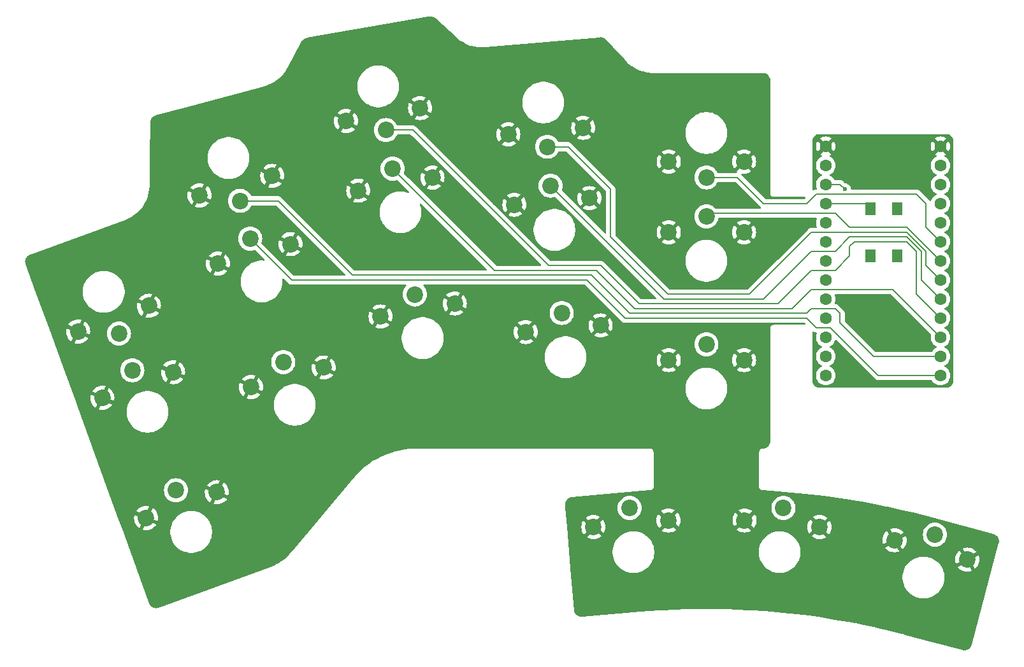
<source format=gtl>
G04 #@! TF.GenerationSoftware,KiCad,Pcbnew,8.0.7*
G04 #@! TF.CreationDate,2025-03-14T09:47:22+07:00*
G04 #@! TF.ProjectId,Lapka,4c61706b-612e-46b6-9963-61645f706362,rev?*
G04 #@! TF.SameCoordinates,Original*
G04 #@! TF.FileFunction,Copper,L1,Top*
G04 #@! TF.FilePolarity,Positive*
%FSLAX46Y46*%
G04 Gerber Fmt 4.6, Leading zero omitted, Abs format (unit mm)*
G04 Created by KiCad (PCBNEW 8.0.7) date 2025-03-14 09:47:22*
%MOMM*%
%LPD*%
G01*
G04 APERTURE LIST*
G04 #@! TA.AperFunction,ComponentPad*
%ADD10C,2.200000*%
G04 #@! TD*
G04 #@! TA.AperFunction,SMDPad,CuDef*
%ADD11R,1.400000X1.700000*%
G04 #@! TD*
G04 #@! TA.AperFunction,ComponentPad*
%ADD12C,1.600000*%
G04 #@! TD*
G04 #@! TA.AperFunction,ViaPad*
%ADD13C,0.600000*%
G04 #@! TD*
G04 #@! TA.AperFunction,Conductor*
%ADD14C,0.200000*%
G04 #@! TD*
G04 APERTURE END LIST*
D10*
G04 #@! TO.P,SW6,1,OUT*
G04 #@! TO.N,SW6*
X95811188Y-89470003D03*
G04 #@! TO.P,SW6,2,IN*
G04 #@! TO.N,GND*
X91830967Y-93153458D03*
X101227894Y-89733256D03*
G04 #@! TD*
G04 #@! TO.P,SW4,1,OUT*
G04 #@! TO.N,SW4*
X150934321Y-59743649D03*
G04 #@! TO.P,SW4,2,IN*
G04 #@! TO.N,GND*
X155732267Y-57215861D03*
X145770320Y-58087419D03*
G04 #@! TD*
G04 #@! TO.P,SW5,1,OUT*
G04 #@! TO.N,SW5*
X172090001Y-63819998D03*
G04 #@! TO.P,SW5,2,IN*
G04 #@! TO.N,GND*
X177090001Y-61719998D03*
X167090001Y-61719998D03*
G04 #@! TD*
G04 #@! TO.P,SW13,1,OUT*
G04 #@! TO.N,SW13*
X133358878Y-79389430D03*
G04 #@! TO.P,SW13,2,IN*
G04 #@! TO.N,GND*
X128799500Y-82325767D03*
X138647578Y-80589286D03*
G04 #@! TD*
D11*
G04 #@! TO.P,REF\u002A\u002A,1*
G04 #@! TO.N,RSTG0*
X193879999Y-74269998D03*
G04 #@! TO.N,RST0*
X193880002Y-67969999D03*
G04 #@! TO.P,REF\u002A\u002A,2*
G04 #@! TO.N,RSTG1*
X197480002Y-74269999D03*
G04 #@! TO.N,RST1*
X197479999Y-67969999D03*
G04 #@! TD*
D12*
G04 #@! TO.P,U2,1,D1*
G04 #@! TO.N,SW1*
X187960000Y-62230000D03*
G04 #@! TO.P,U2,2,D0*
G04 #@! TO.N,SW11*
X187960000Y-64770000D03*
G04 #@! TO.P,U2,3,GND*
G04 #@! TO.N,RST0*
X187960000Y-67310000D03*
G04 #@! TO.P,U2,4,GND*
G04 #@! TO.N,unconnected-(U2-GND-Pad4)*
X187960000Y-69850000D03*
G04 #@! TO.P,U2,5,D2*
G04 #@! TO.N,SW6*
X187960000Y-72390000D03*
G04 #@! TO.P,U2,6,D3*
G04 #@! TO.N,SW12*
X187960000Y-74930000D03*
G04 #@! TO.P,U2,7,D4*
G04 #@! TO.N,SW14*
X187960000Y-77470000D03*
G04 #@! TO.P,U2,8,D5*
G04 #@! TO.N,SW18*
X187960000Y-80010000D03*
G04 #@! TO.P,U2,9,D6*
G04 #@! TO.N,SW15*
X187960000Y-82550000D03*
G04 #@! TO.P,U2,10,D7*
G04 #@! TO.N,SW17*
X187960000Y-85090000D03*
G04 #@! TO.P,U2,11,D8*
G04 #@! TO.N,SW16*
X187960000Y-87630000D03*
G04 #@! TO.P,U2,12,D9*
G04 #@! TO.N,SW13*
X187960000Y-90170000D03*
G04 #@! TO.P,U2,13,RAW*
G04 #@! TO.N,SW1*
X203200010Y-62229990D03*
G04 #@! TO.P,U2,14,GND*
G04 #@! TO.N,SW11*
X203200010Y-64769990D03*
G04 #@! TO.P,U2,15,RST*
G04 #@! TO.N,RST1*
X203200010Y-67309990D03*
G04 #@! TO.P,U2,16,VCC*
G04 #@! TO.N,unconnected-(U2-VCC-Pad16)*
X203200010Y-69849990D03*
G04 #@! TO.P,U2,17,D21*
G04 #@! TO.N,SW5*
X203200010Y-72389990D03*
G04 #@! TO.P,U2,18,D20*
G04 #@! TO.N,SW10*
X203200010Y-74929990D03*
G04 #@! TO.P,U2,19,D19*
G04 #@! TO.N,SW4*
X203200010Y-77469990D03*
G04 #@! TO.P,U2,20,D18*
G04 #@! TO.N,SW9*
X203200010Y-80009990D03*
G04 #@! TO.P,U2,21,D15*
G04 #@! TO.N,SW3*
X203200010Y-82549990D03*
G04 #@! TO.P,U2,22,D14*
G04 #@! TO.N,SW8*
X203200010Y-85089990D03*
G04 #@! TO.P,U2,23,D16*
G04 #@! TO.N,SW2*
X203200010Y-87629990D03*
G04 #@! TO.P,U2,24,D10*
G04 #@! TO.N,SW7*
X203200010Y-90169990D03*
G04 #@! TO.P,U2,28,B-*
G04 #@! TO.N,GND*
X187960000Y-59690000D03*
G04 #@! TO.P,U2,29,B+*
X203200010Y-59689990D03*
G04 #@! TD*
D10*
G04 #@! TO.P,SW3,1,OUT*
G04 #@! TO.N,SW3*
X129503928Y-57526661D03*
G04 #@! TO.P,SW3,2,IN*
G04 #@! TO.N,GND*
X134063306Y-54590324D03*
X124215228Y-56326805D03*
G04 #@! TD*
G04 #@! TO.P,SW7,1,OUT*
G04 #@! TO.N,SW7*
X111470070Y-71962439D03*
G04 #@! TO.P,SW7,2,IN*
G04 #@! TO.N,GND*
X107183960Y-75284978D03*
X116843219Y-72696788D03*
G04 #@! TD*
G04 #@! TO.P,SW12,1,OUT*
G04 #@! TO.N,SW12*
X115869967Y-88383129D03*
G04 #@! TO.P,SW12,2,IN*
G04 #@! TO.N,GND*
X111583857Y-91705668D03*
X121243116Y-89117478D03*
G04 #@! TD*
G04 #@! TO.P,SW17,1,OUT*
G04 #@! TO.N,SW17*
X182329119Y-107794544D03*
G04 #@! TO.P,SW17,2,IN*
G04 #@! TO.N,GND*
X177165118Y-109450774D03*
X187127065Y-110322332D03*
G04 #@! TD*
G04 #@! TO.P,SW10,1,OUT*
G04 #@! TO.N,SW10*
X172090008Y-69019990D03*
G04 #@! TO.P,SW10,2,IN*
G04 #@! TO.N,GND*
X167090008Y-71119990D03*
X177090008Y-71119990D03*
G04 #@! TD*
G04 #@! TO.P,SW1,1,OUT*
G04 #@! TO.N,SW1*
X94032728Y-84583580D03*
G04 #@! TO.P,SW1,2,IN*
G04 #@! TO.N,GND*
X98012949Y-80900125D03*
X88616022Y-84320327D03*
G04 #@! TD*
G04 #@! TO.P,SW2,1,OUT*
G04 #@! TO.N,SW2*
X110124139Y-66939659D03*
G04 #@! TO.P,SW2,2,IN*
G04 #@! TO.N,GND*
X114410249Y-63617120D03*
X104750990Y-66205310D03*
G04 #@! TD*
G04 #@! TO.P,SW18,1,OUT*
G04 #@! TO.N,SW18*
X202460222Y-111344131D03*
G04 #@! TO.P,SW18,2,IN*
G04 #@! TO.N,GND*
X197087073Y-112078480D03*
X206746332Y-114666670D03*
G04 #@! TD*
G04 #@! TO.P,SW15,1,OUT*
G04 #@! TO.N,SW15*
X172090003Y-86019996D03*
G04 #@! TO.P,SW15,2,IN*
G04 #@! TO.N,GND*
X167090003Y-88119996D03*
X177090003Y-88119996D03*
G04 #@! TD*
G04 #@! TO.P,SW11,1,OUT*
G04 #@! TO.N,SW11*
X101625481Y-105444801D03*
G04 #@! TO.P,SW11,2,IN*
G04 #@! TO.N,GND*
X97645260Y-109128256D03*
X107042187Y-105708054D03*
G04 #@! TD*
G04 #@! TO.P,SW9,1,OUT*
G04 #@! TO.N,SW9*
X151387584Y-64923846D03*
G04 #@! TO.P,SW9,2,IN*
G04 #@! TO.N,GND*
X146589638Y-67451634D03*
X156551585Y-66580076D03*
G04 #@! TD*
G04 #@! TO.P,SW8,1,OUT*
G04 #@! TO.N,SW8*
X130406877Y-62647727D03*
G04 #@! TO.P,SW8,2,IN*
G04 #@! TO.N,GND*
X125847499Y-65584064D03*
X135695577Y-63847583D03*
G04 #@! TD*
G04 #@! TO.P,SW14,1,OUT*
G04 #@! TO.N,SW14*
X152869191Y-81859148D03*
G04 #@! TO.P,SW14,2,IN*
G04 #@! TO.N,GND*
X148071245Y-84386936D03*
X158033192Y-83515378D03*
G04 #@! TD*
G04 #@! TO.P,SW16,1,OUT*
G04 #@! TO.N,SW16*
X161887585Y-107794547D03*
G04 #@! TO.P,SW16,2,IN*
G04 #@! TO.N,GND*
X157089639Y-110322335D03*
X167051586Y-109450777D03*
G04 #@! TD*
D13*
G04 #@! TO.N,SW11*
X190500000Y-65405000D03*
G04 #@! TO.N,GND*
X194945000Y-84455000D03*
X195580000Y-84455000D03*
X196850000Y-85725000D03*
X195580000Y-83185000D03*
X197485000Y-84455000D03*
X194310000Y-85725000D03*
X194310000Y-83820000D03*
X196215000Y-83820000D03*
X194945000Y-83820000D03*
X195580000Y-85090000D03*
X194945000Y-85725000D03*
X194945000Y-81280000D03*
X196215000Y-85725000D03*
X194945000Y-81915000D03*
X194945000Y-83185000D03*
X196850000Y-83820000D03*
X193675000Y-84455000D03*
X193675000Y-83185000D03*
X194310000Y-84455000D03*
X193675000Y-82550000D03*
X197485000Y-83185000D03*
X194310000Y-85090000D03*
X197485000Y-82550000D03*
X196850000Y-81280000D03*
X196850000Y-85090000D03*
X196850000Y-84455000D03*
X196215000Y-81915000D03*
X194945000Y-85090000D03*
X198120000Y-83185000D03*
X193040000Y-82550000D03*
X196850000Y-81915000D03*
X194310000Y-81280000D03*
X196215000Y-85090000D03*
X195580000Y-83820000D03*
X198120000Y-82550000D03*
X194310000Y-81915000D03*
X193675000Y-85090000D03*
X196215000Y-81280000D03*
X193040000Y-83185000D03*
X196215000Y-84455000D03*
X196215000Y-83185000D03*
X197485000Y-85090000D03*
G04 #@! TO.N,RST0*
X193880002Y-67969999D03*
G04 #@! TO.N,RST1*
X197479999Y-67969999D03*
G04 #@! TO.N,RSTG1*
X197480002Y-74269999D03*
G04 #@! TO.N,RSTG0*
X193879999Y-74269998D03*
G04 #@! TD*
D14*
G04 #@! TO.N,SW11*
X190500000Y-65405000D02*
X189865000Y-64770000D01*
X187960010Y-64769990D02*
X187960000Y-64770000D01*
X189865000Y-64770000D02*
X187960000Y-64770000D01*
G04 #@! TO.N,SW8*
X157480000Y-76200000D02*
X162560000Y-81280000D01*
X186055000Y-78740000D02*
X196850000Y-78740000D01*
X162560000Y-81280000D02*
X183515000Y-81280000D01*
X130406877Y-62647727D02*
X143959150Y-76200000D01*
X196850000Y-78740000D02*
X203200001Y-85090001D01*
X143959150Y-76200000D02*
X157480000Y-76200000D01*
X183515000Y-81280000D02*
X186055000Y-78740000D01*
G04 #@! TO.N,SW10*
X189230000Y-68580000D02*
X172529998Y-68580000D01*
X172529998Y-68580000D02*
X172090008Y-69019990D01*
X198755006Y-70485000D02*
X191135000Y-70485000D01*
X203200002Y-74929996D02*
X198755006Y-70485000D01*
X191135000Y-70485000D02*
X189230000Y-68580000D01*
G04 #@! TO.N,SW4*
X186055000Y-71120000D02*
X198755000Y-71120000D01*
X159385000Y-71755000D02*
X167005000Y-79375000D01*
X201295000Y-75565000D02*
X203199990Y-77469990D01*
X203200010Y-77469990D02*
X203200000Y-77470000D01*
X167005000Y-79375000D02*
X177800000Y-79375000D01*
X150934321Y-59743649D02*
X153723649Y-59743649D01*
X153723649Y-59743649D02*
X159385000Y-65405000D01*
X203200000Y-77470000D02*
X203199995Y-77470000D01*
X203199990Y-77469990D02*
X203200010Y-77469990D01*
X201295000Y-73660000D02*
X201295000Y-75565000D01*
X159385000Y-65405000D02*
X159385000Y-71755000D01*
X198755000Y-71120000D02*
X201295000Y-73660000D01*
X177800000Y-79375000D02*
X186055000Y-71120000D01*
G04 #@! TO.N,SW3*
X151130000Y-75565000D02*
X133091661Y-57526661D01*
X203200010Y-82549990D02*
X200025000Y-79374980D01*
X163195000Y-80645000D02*
X158115000Y-75565000D01*
X181610000Y-80645000D02*
X163195000Y-80645000D01*
X191770000Y-72390000D02*
X191135000Y-73025000D01*
X158115000Y-75565000D02*
X151130000Y-75565000D01*
X200025000Y-73660000D02*
X198755000Y-72390000D01*
X200025000Y-79374980D02*
X200025000Y-73660000D01*
X203200003Y-82550001D02*
X203200003Y-82549997D01*
X133091661Y-57526661D02*
X129503928Y-57526661D01*
X189230001Y-76199999D02*
X186055001Y-76199999D01*
X198755000Y-72390000D02*
X191770000Y-72390000D01*
X186055001Y-76199999D02*
X181610000Y-80645000D01*
X191135000Y-74295000D02*
X189230001Y-76199999D01*
X191135000Y-73025000D02*
X191135000Y-74295000D01*
X203200003Y-82549997D02*
X203200010Y-82549990D01*
G04 #@! TO.N,SW9*
X200660000Y-73660000D02*
X198755000Y-71755000D01*
X189230000Y-73660000D02*
X186055000Y-73660000D01*
X179705000Y-80010000D02*
X166473738Y-80010000D01*
X191135000Y-71755000D02*
X189230000Y-73660000D01*
X198755000Y-71755000D02*
X191135000Y-71755000D01*
X200660000Y-77469980D02*
X200660000Y-73660000D01*
X186055000Y-73660000D02*
X179705000Y-80010000D01*
X203200001Y-80009999D02*
X203200010Y-80009990D01*
X166473738Y-80010000D02*
X151387584Y-64923846D01*
X203200010Y-80009990D02*
X200660000Y-77469980D01*
G04 #@! TO.N,SW2*
X189865000Y-81915000D02*
X189230000Y-81280000D01*
X115199659Y-66939659D02*
X110124139Y-66939659D01*
X194310000Y-87630000D02*
X189865000Y-83185000D01*
X186055000Y-81280000D02*
X185420000Y-81915000D01*
X125095000Y-76835000D02*
X115199659Y-66939659D01*
X156845000Y-76835000D02*
X125095000Y-76835000D01*
X203200002Y-87630000D02*
X194310000Y-87630000D01*
X161925000Y-81915000D02*
X156845000Y-76835000D01*
X189865000Y-83185000D02*
X189865000Y-81915000D01*
X203200004Y-87630002D02*
X203200002Y-87630000D01*
X185420000Y-81915000D02*
X161925000Y-81915000D01*
X189230000Y-81280000D02*
X186055000Y-81280000D01*
G04 #@! TO.N,SW5*
X185420000Y-67310000D02*
X179705000Y-67310000D01*
X201295000Y-67310000D02*
X200025000Y-66040000D01*
X176214998Y-63819998D02*
X172090001Y-63819998D01*
X203200003Y-72389999D02*
X201295000Y-70484996D01*
X201295000Y-70484996D02*
X201295000Y-67310000D01*
X179705000Y-67310000D02*
X176214998Y-63819998D01*
X200025000Y-66040000D02*
X186690000Y-66040000D01*
X186690000Y-66040000D02*
X185420000Y-67310000D01*
G04 #@! TO.N,SW1*
X94161308Y-84455000D02*
X94032728Y-84583580D01*
X187960010Y-62229990D02*
X187960000Y-62230000D01*
G04 #@! TO.N,SW7*
X203200001Y-90169993D02*
X194944993Y-90169993D01*
X116977631Y-77470000D02*
X111470070Y-71962439D01*
X161290000Y-82550000D02*
X156210000Y-77470000D01*
X194944993Y-90169993D02*
X188595000Y-83820000D01*
X156210000Y-77470000D02*
X116977631Y-77470000D01*
X185420000Y-82550000D02*
X161290000Y-82550000D01*
X188595000Y-83820000D02*
X186690000Y-83820000D01*
X186690000Y-83820000D02*
X185420000Y-82550000D01*
G04 #@! TO.N,RST0*
X193220003Y-67310000D02*
X187960000Y-67310000D01*
X193880002Y-67969999D02*
X193220003Y-67310000D01*
X193675000Y-68175001D02*
X193880002Y-67969999D01*
G04 #@! TD*
G04 #@! TA.AperFunction,Conductor*
G04 #@! TO.N,GND*
G36*
X135522414Y-42395854D02*
G01*
X135541064Y-42398280D01*
X135671160Y-42425379D01*
X135689215Y-42430597D01*
X135813693Y-42477073D01*
X135830773Y-42484975D01*
X135946763Y-42549750D01*
X135962456Y-42560150D01*
X136056650Y-42633448D01*
X136071904Y-42647519D01*
X136086811Y-42663781D01*
X136097454Y-42670559D01*
X136114204Y-42683349D01*
X136129357Y-42697108D01*
X136129672Y-42697359D01*
X138901543Y-45213794D01*
X138908684Y-45220823D01*
X138936475Y-45250486D01*
X138936479Y-45250489D01*
X138944313Y-45255359D01*
X138962199Y-45268861D01*
X138967281Y-45273475D01*
X138974998Y-45280480D01*
X138975084Y-45280548D01*
X139070054Y-45366794D01*
X139072940Y-45369415D01*
X139072945Y-45369420D01*
X139400125Y-45620596D01*
X139400135Y-45620602D01*
X139400144Y-45620609D01*
X139746921Y-45844001D01*
X140110914Y-46038072D01*
X140110913Y-46038072D01*
X140110918Y-46038074D01*
X140489662Y-46201510D01*
X140746410Y-46288000D01*
X140880569Y-46333195D01*
X140880573Y-46333196D01*
X140880579Y-46333198D01*
X141281014Y-46432244D01*
X141688245Y-46497976D01*
X142099507Y-46529945D01*
X142512005Y-46527936D01*
X142512016Y-46527935D01*
X142512017Y-46527935D01*
X142717469Y-46509926D01*
X142717470Y-46509926D01*
X142722798Y-46509459D01*
X142722798Y-46509463D01*
X142722813Y-46509457D01*
X157873326Y-45183967D01*
X157873343Y-45183967D01*
X157890448Y-45182469D01*
X157890450Y-45182470D01*
X157906644Y-45181051D01*
X157906655Y-45181054D01*
X157906655Y-45181051D01*
X157906656Y-45181051D01*
X157951388Y-45177137D01*
X157960783Y-45176674D01*
X158098371Y-45175120D01*
X158117143Y-45176336D01*
X158248678Y-45194960D01*
X158267055Y-45199004D01*
X158394257Y-45237323D01*
X158411817Y-45244105D01*
X158531747Y-45301233D01*
X158548077Y-45310594D01*
X158657980Y-45385218D01*
X158672705Y-45396944D01*
X158773496Y-45490547D01*
X158780149Y-45497213D01*
X158821702Y-45542142D01*
X158821704Y-45542143D01*
X158829315Y-45550372D01*
X158829317Y-45550375D01*
X159716794Y-46509926D01*
X161207668Y-48121879D01*
X161369600Y-48296961D01*
X161369754Y-48297128D01*
X161380581Y-48308877D01*
X161380581Y-48308878D01*
X161398288Y-48328093D01*
X161520623Y-48460850D01*
X161520642Y-48460869D01*
X161569289Y-48505608D01*
X161824884Y-48740671D01*
X162151186Y-48994414D01*
X162151197Y-48994421D01*
X162151202Y-48994425D01*
X162228786Y-49045070D01*
X162497318Y-49220362D01*
X162860916Y-49416972D01*
X162860921Y-49416974D01*
X162860920Y-49416974D01*
X163239489Y-49582897D01*
X163239495Y-49582899D01*
X163239501Y-49582902D01*
X163630488Y-49717022D01*
X164031211Y-49818416D01*
X164031220Y-49818417D01*
X164031222Y-49818418D01*
X164132913Y-49835371D01*
X164438935Y-49886391D01*
X164850878Y-49920485D01*
X165057379Y-49920469D01*
X179514905Y-49920470D01*
X179515000Y-49920478D01*
X179524110Y-49920477D01*
X179524113Y-49920478D01*
X179584601Y-49920472D01*
X179595388Y-49920942D01*
X179752761Y-49934697D01*
X179774030Y-49938446D01*
X179921378Y-49977918D01*
X179941673Y-49985304D01*
X180079920Y-50049765D01*
X180098627Y-50060565D01*
X180223579Y-50148055D01*
X180240130Y-50161944D01*
X180347979Y-50269797D01*
X180361874Y-50286358D01*
X180449348Y-50411295D01*
X180460156Y-50430017D01*
X180524604Y-50568252D01*
X180531996Y-50588567D01*
X180571457Y-50735896D01*
X180575208Y-50757186D01*
X180588047Y-50904142D01*
X180588261Y-50922910D01*
X180586286Y-50953539D01*
X180586287Y-50953547D01*
X180587073Y-50957476D01*
X180589481Y-50981802D01*
X180589480Y-50993776D01*
X180589500Y-50994082D01*
X180589501Y-65985848D01*
X180589501Y-65985849D01*
X180589502Y-65985851D01*
X180623610Y-66113145D01*
X180627024Y-66119058D01*
X180686879Y-66222731D01*
X180689502Y-66227273D01*
X180782688Y-66320459D01*
X180830923Y-66348307D01*
X180896815Y-66386351D01*
X181024109Y-66420459D01*
X185160935Y-66420468D01*
X185227974Y-66440153D01*
X185273728Y-66492957D01*
X185283672Y-66562115D01*
X185254647Y-66625671D01*
X185248616Y-66632148D01*
X185207585Y-66673180D01*
X185146263Y-66706666D01*
X185119903Y-66709500D01*
X180005097Y-66709500D01*
X179938058Y-66689815D01*
X179917416Y-66673181D01*
X176762359Y-63518124D01*
X176728874Y-63456801D01*
X176733858Y-63387109D01*
X176775730Y-63331176D01*
X176841194Y-63306759D01*
X176859769Y-63306825D01*
X177090001Y-63324945D01*
X177341073Y-63305185D01*
X177585957Y-63246394D01*
X177818632Y-63150017D01*
X178033362Y-63018430D01*
X178033364Y-63018428D01*
X178034181Y-63017730D01*
X177301060Y-62284610D01*
X177321592Y-62279109D01*
X177458409Y-62200117D01*
X177570120Y-62088406D01*
X177649112Y-61951589D01*
X177654613Y-61931057D01*
X178387733Y-62664178D01*
X178388431Y-62663361D01*
X178388433Y-62663359D01*
X178520020Y-62448629D01*
X178616397Y-62215954D01*
X178675188Y-61971070D01*
X178694948Y-61719998D01*
X178675188Y-61468925D01*
X178616397Y-61224041D01*
X178520020Y-60991366D01*
X178388430Y-60776632D01*
X178387734Y-60775817D01*
X178387733Y-60775817D01*
X177654613Y-61508937D01*
X177649112Y-61488407D01*
X177570120Y-61351590D01*
X177458409Y-61239879D01*
X177321592Y-61160887D01*
X177301058Y-61155385D01*
X178034180Y-60422264D01*
X178033363Y-60421566D01*
X177818632Y-60289978D01*
X177585957Y-60193601D01*
X177341073Y-60134810D01*
X177090001Y-60115050D01*
X176838928Y-60134810D01*
X176594044Y-60193601D01*
X176361369Y-60289978D01*
X176146638Y-60421565D01*
X176145819Y-60422264D01*
X176878941Y-61155385D01*
X176858410Y-61160887D01*
X176721593Y-61239879D01*
X176609882Y-61351590D01*
X176530890Y-61488407D01*
X176525388Y-61508938D01*
X175792267Y-60775816D01*
X175791568Y-60776635D01*
X175659981Y-60991366D01*
X175563604Y-61224041D01*
X175504813Y-61468925D01*
X175485053Y-61719998D01*
X175504813Y-61971070D01*
X175563604Y-62215954D01*
X175659981Y-62448629D01*
X175791569Y-62663360D01*
X175792267Y-62664177D01*
X176525388Y-61931056D01*
X176530890Y-61951589D01*
X176609882Y-62088406D01*
X176721593Y-62200117D01*
X176858410Y-62279109D01*
X176878941Y-62284610D01*
X176145820Y-63017730D01*
X176146368Y-63031680D01*
X176164670Y-63059720D01*
X176165166Y-63129588D01*
X176127809Y-63188633D01*
X176064461Y-63218108D01*
X176045944Y-63219498D01*
X173656489Y-63219498D01*
X173589450Y-63199813D01*
X173543695Y-63147009D01*
X173541928Y-63142950D01*
X173520468Y-63091141D01*
X173520467Y-63091139D01*
X173475911Y-63018430D01*
X173388839Y-62876343D01*
X173388839Y-62876341D01*
X173267809Y-62734634D01*
X173225225Y-62684774D01*
X173098572Y-62576602D01*
X173033657Y-62521159D01*
X173033654Y-62521158D01*
X172818860Y-62389531D01*
X172586111Y-62293124D01*
X172341152Y-62234315D01*
X172090001Y-62214549D01*
X171838849Y-62234315D01*
X171593890Y-62293124D01*
X171361141Y-62389531D01*
X171146347Y-62521158D01*
X171146344Y-62521159D01*
X170954777Y-62684774D01*
X170791162Y-62876341D01*
X170791161Y-62876344D01*
X170659534Y-63091138D01*
X170563127Y-63323887D01*
X170504318Y-63568846D01*
X170484552Y-63819998D01*
X170504318Y-64071149D01*
X170563127Y-64316108D01*
X170659534Y-64548857D01*
X170791161Y-64763651D01*
X170791162Y-64763654D01*
X170821908Y-64799653D01*
X170954777Y-64955222D01*
X171072162Y-65055478D01*
X171146344Y-65118836D01*
X171146347Y-65118837D01*
X171361141Y-65250464D01*
X171593890Y-65346871D01*
X171838853Y-65405681D01*
X172090001Y-65425447D01*
X172341149Y-65405681D01*
X172586112Y-65346871D01*
X172818860Y-65250464D01*
X173033660Y-65118834D01*
X173225225Y-64955222D01*
X173388837Y-64763657D01*
X173520467Y-64548857D01*
X173541928Y-64497046D01*
X173585768Y-64442642D01*
X173652062Y-64420577D01*
X173656489Y-64420498D01*
X175914901Y-64420498D01*
X175981940Y-64440183D01*
X176002582Y-64456817D01*
X179220139Y-67674374D01*
X179220149Y-67674385D01*
X179224479Y-67678715D01*
X179224480Y-67678716D01*
X179313584Y-67767820D01*
X179347068Y-67829141D01*
X179342084Y-67898833D01*
X179300213Y-67954767D01*
X179234749Y-67979184D01*
X179225902Y-67979500D01*
X173363307Y-67979500D01*
X173296268Y-67959815D01*
X173269017Y-67936032D01*
X173264023Y-67930185D01*
X173225232Y-67884766D01*
X173088304Y-67767818D01*
X173033664Y-67721151D01*
X173033661Y-67721150D01*
X172818867Y-67589523D01*
X172586118Y-67493116D01*
X172341159Y-67434307D01*
X172090008Y-67414541D01*
X171838856Y-67434307D01*
X171593897Y-67493116D01*
X171361148Y-67589523D01*
X171146354Y-67721150D01*
X171146351Y-67721151D01*
X170954784Y-67884766D01*
X170791169Y-68076333D01*
X170791168Y-68076336D01*
X170659541Y-68291130D01*
X170563134Y-68523879D01*
X170504325Y-68768838D01*
X170484559Y-69019990D01*
X170504325Y-69271141D01*
X170563134Y-69516100D01*
X170659541Y-69748849D01*
X170791168Y-69963643D01*
X170791169Y-69963646D01*
X170791172Y-69963649D01*
X170954784Y-70155214D01*
X171049678Y-70236261D01*
X171146351Y-70318828D01*
X171146354Y-70318829D01*
X171361148Y-70450456D01*
X171555320Y-70530884D01*
X171593897Y-70546863D01*
X171838860Y-70605673D01*
X172090008Y-70625439D01*
X172341156Y-70605673D01*
X172586119Y-70546863D01*
X172818867Y-70450456D01*
X173033667Y-70318826D01*
X173225232Y-70155214D01*
X173388844Y-69963649D01*
X173520474Y-69748849D01*
X173616881Y-69516101D01*
X173674631Y-69275552D01*
X173709422Y-69214961D01*
X173771448Y-69182797D01*
X173795205Y-69180500D01*
X186642609Y-69180500D01*
X186709648Y-69200185D01*
X186755403Y-69252989D01*
X186765347Y-69322147D01*
X186754991Y-69356905D01*
X186733261Y-69403502D01*
X186733258Y-69403511D01*
X186674366Y-69623302D01*
X186674364Y-69623313D01*
X186654532Y-69849998D01*
X186654532Y-69850001D01*
X186674364Y-70076686D01*
X186674366Y-70076697D01*
X186733258Y-70296488D01*
X186733261Y-70296497D01*
X186754991Y-70343095D01*
X186765483Y-70412172D01*
X186736964Y-70475956D01*
X186678487Y-70514196D01*
X186642609Y-70519500D01*
X186141669Y-70519500D01*
X186141653Y-70519499D01*
X186134057Y-70519499D01*
X185975943Y-70519499D01*
X185873821Y-70546863D01*
X185823210Y-70560424D01*
X185823209Y-70560425D01*
X185773096Y-70589359D01*
X185773095Y-70589360D01*
X185744842Y-70605672D01*
X185686285Y-70639479D01*
X185686282Y-70639481D01*
X185608983Y-70716781D01*
X185574480Y-70751284D01*
X185574478Y-70751286D01*
X181579429Y-74746336D01*
X177587584Y-78738181D01*
X177526261Y-78771666D01*
X177499903Y-78774500D01*
X167305097Y-78774500D01*
X167238058Y-78754815D01*
X167217416Y-78738181D01*
X163243351Y-74764116D01*
X169314508Y-74764116D01*
X169314508Y-75075863D01*
X169349410Y-75385623D01*
X169349412Y-75385639D01*
X169418779Y-75689557D01*
X169418783Y-75689569D01*
X169521741Y-75983804D01*
X169656996Y-76264664D01*
X169656998Y-76264667D01*
X169822852Y-76528623D01*
X169943985Y-76680519D01*
X170017127Y-76772237D01*
X170017217Y-76772349D01*
X170237649Y-76992781D01*
X170481375Y-77187146D01*
X170745331Y-77353000D01*
X171026197Y-77488258D01*
X171247182Y-77565584D01*
X171320428Y-77591214D01*
X171320440Y-77591218D01*
X171624362Y-77660586D01*
X171934134Y-77695489D01*
X171934135Y-77695490D01*
X171934139Y-77695490D01*
X172245881Y-77695490D01*
X172245881Y-77695489D01*
X172555654Y-77660586D01*
X172859576Y-77591218D01*
X173153819Y-77488258D01*
X173434685Y-77353000D01*
X173698641Y-77187146D01*
X173942367Y-76992781D01*
X174162799Y-76772349D01*
X174357164Y-76528623D01*
X174523018Y-76264667D01*
X174658276Y-75983801D01*
X174761236Y-75689558D01*
X174830604Y-75385636D01*
X174865508Y-75075859D01*
X174865508Y-74764121D01*
X174830604Y-74454344D01*
X174761236Y-74150422D01*
X174757770Y-74140518D01*
X174676666Y-73908735D01*
X174658276Y-73856179D01*
X174523018Y-73575313D01*
X174357164Y-73311357D01*
X174162799Y-73067631D01*
X173942367Y-72847199D01*
X173928933Y-72836486D01*
X173764277Y-72705177D01*
X173698641Y-72652834D01*
X173434685Y-72486980D01*
X173434682Y-72486978D01*
X173153822Y-72351723D01*
X172859587Y-72248765D01*
X172859575Y-72248761D01*
X172555657Y-72179394D01*
X172555641Y-72179392D01*
X172245881Y-72144490D01*
X172245877Y-72144490D01*
X171934139Y-72144490D01*
X171934135Y-72144490D01*
X171624374Y-72179392D01*
X171624358Y-72179394D01*
X171320440Y-72248761D01*
X171320428Y-72248765D01*
X171026193Y-72351723D01*
X170745333Y-72486978D01*
X170481376Y-72652833D01*
X170237649Y-72847198D01*
X170017216Y-73067631D01*
X169822851Y-73311358D01*
X169656996Y-73575315D01*
X169521741Y-73856175D01*
X169418783Y-74150410D01*
X169418779Y-74150422D01*
X169349412Y-74454340D01*
X169349410Y-74454356D01*
X169314508Y-74764116D01*
X163243351Y-74764116D01*
X160021819Y-71542584D01*
X159988334Y-71481261D01*
X159985500Y-71454903D01*
X159985500Y-71119990D01*
X165485060Y-71119990D01*
X165504820Y-71371062D01*
X165563611Y-71615946D01*
X165659988Y-71848621D01*
X165791576Y-72063352D01*
X165792274Y-72064169D01*
X166525395Y-71331048D01*
X166530897Y-71351581D01*
X166609889Y-71488398D01*
X166721600Y-71600109D01*
X166858417Y-71679101D01*
X166878948Y-71684602D01*
X166145827Y-72417722D01*
X166145827Y-72417723D01*
X166146642Y-72418419D01*
X166361376Y-72550009D01*
X166594051Y-72646386D01*
X166838935Y-72705177D01*
X167090008Y-72724937D01*
X167341080Y-72705177D01*
X167585964Y-72646386D01*
X167818639Y-72550009D01*
X168033369Y-72418422D01*
X168033371Y-72418420D01*
X168034188Y-72417722D01*
X167301067Y-71684602D01*
X167321599Y-71679101D01*
X167458416Y-71600109D01*
X167570127Y-71488398D01*
X167649119Y-71351581D01*
X167654620Y-71331049D01*
X168387740Y-72064170D01*
X168388438Y-72063353D01*
X168388440Y-72063351D01*
X168520027Y-71848621D01*
X168616404Y-71615946D01*
X168675195Y-71371062D01*
X168694955Y-71119990D01*
X175485060Y-71119990D01*
X175504820Y-71371062D01*
X175563611Y-71615946D01*
X175659988Y-71848621D01*
X175791576Y-72063352D01*
X175792274Y-72064169D01*
X176525395Y-71331048D01*
X176530897Y-71351581D01*
X176609889Y-71488398D01*
X176721600Y-71600109D01*
X176858417Y-71679101D01*
X176878948Y-71684602D01*
X176145827Y-72417722D01*
X176145827Y-72417723D01*
X176146642Y-72418419D01*
X176361376Y-72550009D01*
X176594051Y-72646386D01*
X176838935Y-72705177D01*
X177090008Y-72724937D01*
X177341080Y-72705177D01*
X177585964Y-72646386D01*
X177818639Y-72550009D01*
X178033369Y-72418422D01*
X178033371Y-72418420D01*
X178034188Y-72417722D01*
X177301067Y-71684602D01*
X177321599Y-71679101D01*
X177458416Y-71600109D01*
X177570127Y-71488398D01*
X177649119Y-71351581D01*
X177654620Y-71331049D01*
X178387740Y-72064170D01*
X178388438Y-72063353D01*
X178388440Y-72063351D01*
X178520027Y-71848621D01*
X178616404Y-71615946D01*
X178675195Y-71371062D01*
X178694955Y-71119990D01*
X178675195Y-70868917D01*
X178616404Y-70624033D01*
X178520027Y-70391358D01*
X178388437Y-70176624D01*
X178387741Y-70175809D01*
X178387740Y-70175809D01*
X177654620Y-70908929D01*
X177649119Y-70888399D01*
X177570127Y-70751582D01*
X177458416Y-70639871D01*
X177321599Y-70560879D01*
X177301065Y-70555377D01*
X178034187Y-69822256D01*
X178033370Y-69821558D01*
X177818639Y-69689970D01*
X177585964Y-69593593D01*
X177341080Y-69534802D01*
X177090008Y-69515042D01*
X176838935Y-69534802D01*
X176594051Y-69593593D01*
X176361376Y-69689970D01*
X176146645Y-69821557D01*
X176145826Y-69822256D01*
X176878948Y-70555377D01*
X176858417Y-70560879D01*
X176721600Y-70639871D01*
X176609889Y-70751582D01*
X176530897Y-70888399D01*
X176525395Y-70908930D01*
X175792274Y-70175808D01*
X175791575Y-70176627D01*
X175659988Y-70391358D01*
X175563611Y-70624033D01*
X175504820Y-70868917D01*
X175485060Y-71119990D01*
X168694955Y-71119990D01*
X168675195Y-70868917D01*
X168616404Y-70624033D01*
X168520027Y-70391358D01*
X168388437Y-70176624D01*
X168387741Y-70175809D01*
X168387740Y-70175809D01*
X167654620Y-70908929D01*
X167649119Y-70888399D01*
X167570127Y-70751582D01*
X167458416Y-70639871D01*
X167321599Y-70560879D01*
X167301065Y-70555377D01*
X168034187Y-69822256D01*
X168033370Y-69821558D01*
X167818639Y-69689970D01*
X167585964Y-69593593D01*
X167341080Y-69534802D01*
X167090008Y-69515042D01*
X166838935Y-69534802D01*
X166594051Y-69593593D01*
X166361376Y-69689970D01*
X166146645Y-69821557D01*
X166145826Y-69822256D01*
X166878948Y-70555377D01*
X166858417Y-70560879D01*
X166721600Y-70639871D01*
X166609889Y-70751582D01*
X166530897Y-70888399D01*
X166525395Y-70908930D01*
X165792274Y-70175808D01*
X165791575Y-70176627D01*
X165659988Y-70391358D01*
X165563611Y-70624033D01*
X165504820Y-70868917D01*
X165485060Y-71119990D01*
X159985500Y-71119990D01*
X159985500Y-65325945D01*
X159985500Y-65325943D01*
X159944577Y-65173216D01*
X159928872Y-65146014D01*
X159865524Y-65036290D01*
X159865521Y-65036286D01*
X159865520Y-65036284D01*
X159753716Y-64924480D01*
X159753715Y-64924479D01*
X159749385Y-64920149D01*
X159749374Y-64920139D01*
X156549233Y-61719998D01*
X165485053Y-61719998D01*
X165504813Y-61971070D01*
X165563604Y-62215954D01*
X165659981Y-62448629D01*
X165791569Y-62663360D01*
X165792267Y-62664177D01*
X166525388Y-61931056D01*
X166530890Y-61951589D01*
X166609882Y-62088406D01*
X166721593Y-62200117D01*
X166858410Y-62279109D01*
X166878941Y-62284610D01*
X166145820Y-63017730D01*
X166145820Y-63017731D01*
X166146635Y-63018427D01*
X166361369Y-63150017D01*
X166594044Y-63246394D01*
X166838928Y-63305185D01*
X167090001Y-63324945D01*
X167341073Y-63305185D01*
X167585957Y-63246394D01*
X167818632Y-63150017D01*
X168033362Y-63018430D01*
X168033364Y-63018428D01*
X168034181Y-63017730D01*
X167301060Y-62284610D01*
X167321592Y-62279109D01*
X167458409Y-62200117D01*
X167570120Y-62088406D01*
X167649112Y-61951589D01*
X167654613Y-61931057D01*
X168387733Y-62664178D01*
X168388431Y-62663361D01*
X168388433Y-62663359D01*
X168520020Y-62448629D01*
X168616397Y-62215954D01*
X168675188Y-61971070D01*
X168694948Y-61719998D01*
X168675188Y-61468925D01*
X168616397Y-61224041D01*
X168520020Y-60991366D01*
X168388430Y-60776632D01*
X168387734Y-60775817D01*
X168387733Y-60775817D01*
X167654613Y-61508937D01*
X167649112Y-61488407D01*
X167570120Y-61351590D01*
X167458409Y-61239879D01*
X167321592Y-61160887D01*
X167301058Y-61155385D01*
X168034180Y-60422264D01*
X168033363Y-60421566D01*
X167818632Y-60289978D01*
X167585957Y-60193601D01*
X167341073Y-60134810D01*
X167090001Y-60115050D01*
X166838928Y-60134810D01*
X166594044Y-60193601D01*
X166361369Y-60289978D01*
X166146638Y-60421565D01*
X166145819Y-60422264D01*
X166878941Y-61155385D01*
X166858410Y-61160887D01*
X166721593Y-61239879D01*
X166609882Y-61351590D01*
X166530890Y-61488407D01*
X166525388Y-61508938D01*
X165792267Y-60775816D01*
X165791568Y-60776635D01*
X165659981Y-60991366D01*
X165563604Y-61224041D01*
X165504813Y-61468925D01*
X165485053Y-61719998D01*
X156549233Y-61719998D01*
X154211239Y-59382004D01*
X154211237Y-59382001D01*
X154092366Y-59263130D01*
X154092365Y-59263129D01*
X154005553Y-59213009D01*
X154005553Y-59213008D01*
X154005549Y-59213007D01*
X153955434Y-59184072D01*
X153802706Y-59143148D01*
X153644592Y-59143148D01*
X153636996Y-59143148D01*
X153636980Y-59143149D01*
X152500809Y-59143149D01*
X152433770Y-59123464D01*
X152388015Y-59070660D01*
X152386248Y-59066601D01*
X152364788Y-59014792D01*
X152364787Y-59014790D01*
X152345802Y-58983809D01*
X152233159Y-58799994D01*
X152233159Y-58799992D01*
X152124210Y-58672430D01*
X152069545Y-58608425D01*
X151907845Y-58470320D01*
X151877977Y-58444810D01*
X151877974Y-58444809D01*
X151663180Y-58313182D01*
X151430431Y-58216775D01*
X151185472Y-58157966D01*
X150934321Y-58138200D01*
X150683169Y-58157966D01*
X150438210Y-58216775D01*
X150205461Y-58313182D01*
X149990667Y-58444809D01*
X149990664Y-58444810D01*
X149799097Y-58608425D01*
X149635482Y-58799992D01*
X149635481Y-58799995D01*
X149503854Y-59014789D01*
X149407447Y-59247538D01*
X149348638Y-59492497D01*
X149328872Y-59743649D01*
X149348638Y-59994800D01*
X149407447Y-60239759D01*
X149503854Y-60472508D01*
X149635481Y-60687302D01*
X149635482Y-60687305D01*
X149635485Y-60687308D01*
X149799097Y-60878873D01*
X149930809Y-60991366D01*
X149990664Y-61042487D01*
X149990667Y-61042488D01*
X150205461Y-61174115D01*
X150364231Y-61239879D01*
X150438210Y-61270522D01*
X150683173Y-61329332D01*
X150934321Y-61349098D01*
X151185469Y-61329332D01*
X151430432Y-61270522D01*
X151663180Y-61174115D01*
X151877980Y-61042485D01*
X152069545Y-60878873D01*
X152233157Y-60687308D01*
X152364787Y-60472508D01*
X152386248Y-60420697D01*
X152430088Y-60366293D01*
X152496382Y-60344228D01*
X152500809Y-60344149D01*
X153423552Y-60344149D01*
X153490591Y-60363834D01*
X153511233Y-60380468D01*
X158748181Y-65617416D01*
X158781666Y-65678739D01*
X158784500Y-65705097D01*
X158784500Y-71172164D01*
X158764815Y-71239203D01*
X158712011Y-71284958D01*
X158642853Y-71294902D01*
X158579297Y-71265877D01*
X158572819Y-71259845D01*
X153893049Y-66580076D01*
X154946637Y-66580076D01*
X154966397Y-66831148D01*
X155025188Y-67076032D01*
X155121565Y-67308707D01*
X155253153Y-67523438D01*
X155253161Y-67523450D01*
X155344202Y-67630046D01*
X155344203Y-67630046D01*
X156008138Y-66838797D01*
X156071466Y-66948484D01*
X156183177Y-67060195D01*
X156319994Y-67139187D01*
X156392485Y-67158611D01*
X155727228Y-67951434D01*
X155822953Y-68010095D01*
X156055628Y-68106472D01*
X156300512Y-68165263D01*
X156551585Y-68185023D01*
X156802657Y-68165263D01*
X157047541Y-68106472D01*
X157280216Y-68010095D01*
X157494945Y-67878509D01*
X157494946Y-67878508D01*
X157601554Y-67787456D01*
X156810308Y-67123522D01*
X156919993Y-67060195D01*
X157031704Y-66948484D01*
X157110696Y-66811667D01*
X157130120Y-66739173D01*
X157922943Y-67404431D01*
X157981604Y-67308707D01*
X158077981Y-67076032D01*
X158136772Y-66831148D01*
X158156532Y-66580076D01*
X158136772Y-66329003D01*
X158077981Y-66084119D01*
X157981604Y-65851444D01*
X157850018Y-65636715D01*
X157850017Y-65636714D01*
X157758965Y-65530105D01*
X157095030Y-66321351D01*
X157031704Y-66211668D01*
X156919993Y-66099957D01*
X156783176Y-66020965D01*
X156710681Y-66001540D01*
X157375940Y-65208716D01*
X157280214Y-65150056D01*
X157280208Y-65150053D01*
X157047541Y-65053679D01*
X156802657Y-64994888D01*
X156551585Y-64975128D01*
X156300512Y-64994888D01*
X156055628Y-65053679D01*
X155822953Y-65150056D01*
X155608228Y-65281640D01*
X155608219Y-65281646D01*
X155501614Y-65372694D01*
X156292862Y-66036629D01*
X156183177Y-66099957D01*
X156071466Y-66211668D01*
X155992474Y-66348485D01*
X155973049Y-66420978D01*
X155180225Y-65755719D01*
X155121565Y-65851446D01*
X155121562Y-65851452D01*
X155025188Y-66084119D01*
X154966397Y-66329003D01*
X154946637Y-66580076D01*
X153893049Y-66580076D01*
X152919876Y-65606903D01*
X152886391Y-65545580D01*
X152891375Y-65475888D01*
X152892996Y-65471769D01*
X152914456Y-65419959D01*
X152914455Y-65419959D01*
X152914457Y-65419957D01*
X152973267Y-65174994D01*
X152993033Y-64923846D01*
X152973267Y-64672698D01*
X152914457Y-64427735D01*
X152871283Y-64323504D01*
X152818050Y-64194986D01*
X152686423Y-63980192D01*
X152686422Y-63980189D01*
X152644283Y-63930851D01*
X152522808Y-63788622D01*
X152348128Y-63639431D01*
X152331240Y-63625007D01*
X152331237Y-63625006D01*
X152116443Y-63493379D01*
X151883694Y-63396972D01*
X151638735Y-63338163D01*
X151387584Y-63318397D01*
X151136432Y-63338163D01*
X150891473Y-63396972D01*
X150658724Y-63493379D01*
X150443930Y-63625006D01*
X150443927Y-63625007D01*
X150252360Y-63788622D01*
X150088745Y-63980189D01*
X150088744Y-63980192D01*
X149957117Y-64194986D01*
X149860710Y-64427735D01*
X149801901Y-64672694D01*
X149782135Y-64923846D01*
X149801901Y-65174997D01*
X149860710Y-65419956D01*
X149957117Y-65652705D01*
X150088744Y-65867499D01*
X150088745Y-65867502D01*
X150138056Y-65925237D01*
X150252360Y-66059070D01*
X150361603Y-66152372D01*
X150443927Y-66222684D01*
X150443930Y-66222685D01*
X150658724Y-66354312D01*
X150839661Y-66429258D01*
X150891473Y-66450719D01*
X151136436Y-66509529D01*
X151387584Y-66529295D01*
X151638732Y-66509529D01*
X151883695Y-66450719D01*
X151917055Y-66436901D01*
X151935507Y-66429258D01*
X152004976Y-66421789D01*
X152067455Y-66453064D01*
X152070641Y-66456138D01*
X165447321Y-79832819D01*
X165480806Y-79894142D01*
X165475822Y-79963834D01*
X165433950Y-80019767D01*
X165368486Y-80044184D01*
X165359640Y-80044500D01*
X163495097Y-80044500D01*
X163428058Y-80024815D01*
X163407416Y-80008181D01*
X158602590Y-75203355D01*
X158602588Y-75203352D01*
X158483717Y-75084481D01*
X158483716Y-75084480D01*
X158396904Y-75034360D01*
X158396904Y-75034359D01*
X158396900Y-75034358D01*
X158346785Y-75005423D01*
X158194057Y-74964499D01*
X158035943Y-74964499D01*
X158028347Y-74964499D01*
X158028331Y-74964500D01*
X151430098Y-74964500D01*
X151363059Y-74944815D01*
X151342417Y-74928181D01*
X147059757Y-70645521D01*
X149126303Y-70645521D01*
X149126303Y-70957268D01*
X149161205Y-71267028D01*
X149161207Y-71267044D01*
X149230574Y-71570962D01*
X149230578Y-71570974D01*
X149333536Y-71865209D01*
X149468791Y-72146069D01*
X149503198Y-72200828D01*
X149634647Y-72410028D01*
X149746278Y-72550009D01*
X149828277Y-72652833D01*
X149829012Y-72653754D01*
X150049444Y-72874186D01*
X150293170Y-73068551D01*
X150557126Y-73234405D01*
X150837992Y-73369663D01*
X150971602Y-73416415D01*
X151132223Y-73472619D01*
X151132235Y-73472623D01*
X151436157Y-73541991D01*
X151745929Y-73576894D01*
X151745930Y-73576895D01*
X151745934Y-73576895D01*
X152057676Y-73576895D01*
X152057676Y-73576894D01*
X152367449Y-73541991D01*
X152671371Y-73472623D01*
X152965614Y-73369663D01*
X153246480Y-73234405D01*
X153510436Y-73068551D01*
X153754162Y-72874186D01*
X153974594Y-72653754D01*
X154168959Y-72410028D01*
X154334813Y-72146072D01*
X154470071Y-71865206D01*
X154573031Y-71570963D01*
X154642399Y-71267041D01*
X154677303Y-70957264D01*
X154677303Y-70645526D01*
X154642399Y-70335749D01*
X154573031Y-70031827D01*
X154470071Y-69737584D01*
X154334813Y-69456718D01*
X154168959Y-69192762D01*
X153974594Y-68949036D01*
X153754162Y-68728604D01*
X153742644Y-68719419D01*
X153652906Y-68647855D01*
X153510436Y-68534239D01*
X153246480Y-68368385D01*
X153246477Y-68368383D01*
X152965617Y-68233128D01*
X152671382Y-68130170D01*
X152671370Y-68130166D01*
X152367452Y-68060799D01*
X152367436Y-68060797D01*
X152057676Y-68025895D01*
X152057672Y-68025895D01*
X151745934Y-68025895D01*
X151745930Y-68025895D01*
X151436169Y-68060797D01*
X151436153Y-68060799D01*
X151132235Y-68130166D01*
X151132223Y-68130170D01*
X150837988Y-68233128D01*
X150557128Y-68368383D01*
X150293171Y-68534238D01*
X150049444Y-68728603D01*
X149829011Y-68949036D01*
X149634646Y-69192763D01*
X149468791Y-69456720D01*
X149333536Y-69737580D01*
X149230578Y-70031815D01*
X149230574Y-70031827D01*
X149161207Y-70335745D01*
X149161205Y-70335761D01*
X149126303Y-70645521D01*
X147059757Y-70645521D01*
X143865870Y-67451634D01*
X144984690Y-67451634D01*
X145004450Y-67702706D01*
X145063241Y-67947590D01*
X145159618Y-68180265D01*
X145291206Y-68394996D01*
X145291214Y-68395008D01*
X145382255Y-68501604D01*
X145382256Y-68501604D01*
X146046191Y-67710355D01*
X146109519Y-67820042D01*
X146221230Y-67931753D01*
X146358047Y-68010745D01*
X146430538Y-68030169D01*
X145765281Y-68822992D01*
X145861006Y-68881653D01*
X146093681Y-68978030D01*
X146338565Y-69036821D01*
X146589638Y-69056581D01*
X146840710Y-69036821D01*
X147085594Y-68978030D01*
X147318269Y-68881653D01*
X147532998Y-68750067D01*
X147532999Y-68750066D01*
X147639607Y-68659014D01*
X146848361Y-67995080D01*
X146958046Y-67931753D01*
X147069757Y-67820042D01*
X147148749Y-67683225D01*
X147168173Y-67610731D01*
X147960996Y-68275989D01*
X148019657Y-68180265D01*
X148116034Y-67947590D01*
X148174825Y-67702706D01*
X148194585Y-67451634D01*
X148174825Y-67200561D01*
X148116034Y-66955677D01*
X148019657Y-66723002D01*
X147888071Y-66508273D01*
X147888070Y-66508272D01*
X147797018Y-66401663D01*
X147133083Y-67192909D01*
X147069757Y-67083226D01*
X146958046Y-66971515D01*
X146821229Y-66892523D01*
X146748734Y-66873098D01*
X147413993Y-66080274D01*
X147318267Y-66021614D01*
X147318261Y-66021611D01*
X147085594Y-65925237D01*
X146840710Y-65866446D01*
X146589638Y-65846686D01*
X146338565Y-65866446D01*
X146093681Y-65925237D01*
X145861006Y-66021614D01*
X145646281Y-66153198D01*
X145646272Y-66153204D01*
X145539667Y-66244252D01*
X146330915Y-66908187D01*
X146221230Y-66971515D01*
X146109519Y-67083226D01*
X146030527Y-67220043D01*
X146011102Y-67292536D01*
X145218278Y-66627277D01*
X145159618Y-66723004D01*
X145159615Y-66723010D01*
X145063241Y-66955677D01*
X145004450Y-67200561D01*
X144984690Y-67451634D01*
X143865870Y-67451634D01*
X134501654Y-58087419D01*
X144165372Y-58087419D01*
X144185132Y-58338491D01*
X144243923Y-58583375D01*
X144340300Y-58816050D01*
X144471888Y-59030781D01*
X144471896Y-59030793D01*
X144562937Y-59137389D01*
X144562938Y-59137389D01*
X145226873Y-58346140D01*
X145290201Y-58455827D01*
X145401912Y-58567538D01*
X145538729Y-58646530D01*
X145611220Y-58665954D01*
X144945963Y-59458777D01*
X145041688Y-59517438D01*
X145274363Y-59613815D01*
X145519247Y-59672606D01*
X145770320Y-59692366D01*
X146021392Y-59672606D01*
X146266276Y-59613815D01*
X146498951Y-59517438D01*
X146713680Y-59385852D01*
X146713681Y-59385851D01*
X146820289Y-59294799D01*
X146029043Y-58630865D01*
X146138728Y-58567538D01*
X146250439Y-58455827D01*
X146329431Y-58319010D01*
X146348855Y-58246516D01*
X147141678Y-58911774D01*
X147200339Y-58816050D01*
X147296716Y-58583375D01*
X147355507Y-58338491D01*
X147375267Y-58087419D01*
X147355507Y-57836346D01*
X147296716Y-57591462D01*
X147200339Y-57358787D01*
X147112754Y-57215861D01*
X154127319Y-57215861D01*
X154147079Y-57466933D01*
X154205870Y-57711817D01*
X154302247Y-57944492D01*
X154433835Y-58159223D01*
X154433843Y-58159235D01*
X154524884Y-58265831D01*
X154524885Y-58265831D01*
X155188820Y-57474582D01*
X155252148Y-57584269D01*
X155363859Y-57695980D01*
X155500676Y-57774972D01*
X155573167Y-57794396D01*
X154907910Y-58587219D01*
X155003635Y-58645880D01*
X155236310Y-58742257D01*
X155481194Y-58801048D01*
X155732267Y-58820808D01*
X155983339Y-58801048D01*
X156228223Y-58742257D01*
X156460898Y-58645880D01*
X156675627Y-58514294D01*
X156675628Y-58514293D01*
X156782236Y-58423241D01*
X155990990Y-57759307D01*
X156100675Y-57695980D01*
X156212386Y-57584269D01*
X156291378Y-57447452D01*
X156310802Y-57374958D01*
X157103625Y-58040216D01*
X157162286Y-57944492D01*
X157236997Y-57764124D01*
X169314501Y-57764124D01*
X169314501Y-58075871D01*
X169349403Y-58385631D01*
X169349405Y-58385647D01*
X169418772Y-58689565D01*
X169418776Y-58689577D01*
X169521734Y-58983812D01*
X169656989Y-59264672D01*
X169656991Y-59264675D01*
X169822845Y-59528631D01*
X170017210Y-59772357D01*
X170237642Y-59992789D01*
X170481368Y-60187154D01*
X170745324Y-60353008D01*
X171026190Y-60488266D01*
X171247175Y-60565592D01*
X171320421Y-60591222D01*
X171320433Y-60591226D01*
X171624355Y-60660594D01*
X171934127Y-60695497D01*
X171934128Y-60695498D01*
X171934132Y-60695498D01*
X172245874Y-60695498D01*
X172245874Y-60695497D01*
X172555647Y-60660594D01*
X172859569Y-60591226D01*
X173153812Y-60488266D01*
X173434678Y-60353008D01*
X173698634Y-60187154D01*
X173942360Y-59992789D01*
X174162792Y-59772357D01*
X174357157Y-59528631D01*
X174523011Y-59264675D01*
X174658269Y-58983809D01*
X174761229Y-58689566D01*
X174830597Y-58385644D01*
X174865501Y-58075867D01*
X174865501Y-57764129D01*
X174830597Y-57454352D01*
X174761229Y-57150430D01*
X174758999Y-57144058D01*
X174707199Y-56996021D01*
X174658269Y-56856187D01*
X174523011Y-56575321D01*
X174357157Y-56311365D01*
X174162792Y-56067639D01*
X173942360Y-55847207D01*
X173921846Y-55830848D01*
X173812837Y-55743916D01*
X173698634Y-55652842D01*
X173434678Y-55486988D01*
X173434675Y-55486986D01*
X173153815Y-55351731D01*
X172859580Y-55248773D01*
X172859568Y-55248769D01*
X172555650Y-55179402D01*
X172555634Y-55179400D01*
X172245874Y-55144498D01*
X172245870Y-55144498D01*
X171934132Y-55144498D01*
X171934128Y-55144498D01*
X171624367Y-55179400D01*
X171624351Y-55179402D01*
X171320433Y-55248769D01*
X171320421Y-55248773D01*
X171026186Y-55351731D01*
X170745326Y-55486986D01*
X170481369Y-55652841D01*
X170237642Y-55847206D01*
X170017209Y-56067639D01*
X169822844Y-56311366D01*
X169656989Y-56575323D01*
X169521734Y-56856183D01*
X169418776Y-57150418D01*
X169418772Y-57150430D01*
X169349405Y-57454348D01*
X169349403Y-57454364D01*
X169314501Y-57764124D01*
X157236997Y-57764124D01*
X157258663Y-57711817D01*
X157317454Y-57466933D01*
X157337214Y-57215861D01*
X157317454Y-56964788D01*
X157258663Y-56719904D01*
X157162286Y-56487229D01*
X157030700Y-56272500D01*
X157030699Y-56272499D01*
X156939647Y-56165890D01*
X156275712Y-56957136D01*
X156212386Y-56847453D01*
X156100675Y-56735742D01*
X155963858Y-56656750D01*
X155891363Y-56637325D01*
X156556622Y-55844501D01*
X156460896Y-55785841D01*
X156460890Y-55785838D01*
X156228223Y-55689464D01*
X155983339Y-55630673D01*
X155732267Y-55610913D01*
X155481194Y-55630673D01*
X155236310Y-55689464D01*
X155003635Y-55785841D01*
X154788910Y-55917425D01*
X154788901Y-55917431D01*
X154682296Y-56008479D01*
X155473544Y-56672414D01*
X155363859Y-56735742D01*
X155252148Y-56847453D01*
X155173156Y-56984270D01*
X155153731Y-57056763D01*
X154360907Y-56391504D01*
X154302247Y-56487231D01*
X154302244Y-56487237D01*
X154205870Y-56719904D01*
X154147079Y-56964788D01*
X154127319Y-57215861D01*
X147112754Y-57215861D01*
X147068753Y-57144058D01*
X147068752Y-57144057D01*
X146977700Y-57037448D01*
X146313765Y-57828694D01*
X146250439Y-57719011D01*
X146138728Y-57607300D01*
X146001911Y-57528308D01*
X145929416Y-57508883D01*
X146594675Y-56716059D01*
X146498949Y-56657399D01*
X146498943Y-56657396D01*
X146266276Y-56561022D01*
X146021392Y-56502231D01*
X145770320Y-56482471D01*
X145519247Y-56502231D01*
X145274363Y-56561022D01*
X145041688Y-56657399D01*
X144826963Y-56788983D01*
X144826954Y-56788989D01*
X144720349Y-56880037D01*
X145511597Y-57543972D01*
X145401912Y-57607300D01*
X145290201Y-57719011D01*
X145211209Y-57855828D01*
X145191784Y-57928321D01*
X144398960Y-57263062D01*
X144340300Y-57358789D01*
X144340297Y-57358795D01*
X144243923Y-57591462D01*
X144185132Y-57836346D01*
X144165372Y-58087419D01*
X134501654Y-58087419D01*
X133579251Y-57165016D01*
X133579249Y-57165013D01*
X133460378Y-57046142D01*
X133460377Y-57046141D01*
X133373565Y-56996021D01*
X133373565Y-56996020D01*
X133373561Y-56996019D01*
X133323446Y-56967084D01*
X133170718Y-56926160D01*
X133012604Y-56926160D01*
X133005008Y-56926160D01*
X133004992Y-56926161D01*
X131070416Y-56926161D01*
X131003377Y-56906476D01*
X130957622Y-56853672D01*
X130955855Y-56849613D01*
X130934395Y-56797804D01*
X130934394Y-56797802D01*
X130802767Y-56583007D01*
X130802766Y-56583004D01*
X130733779Y-56502231D01*
X130639152Y-56391437D01*
X130491595Y-56265411D01*
X130447584Y-56227822D01*
X130447581Y-56227821D01*
X130232787Y-56096194D01*
X130000038Y-55999787D01*
X129755079Y-55940978D01*
X129503928Y-55921212D01*
X129252776Y-55940978D01*
X129007817Y-55999787D01*
X128775068Y-56096194D01*
X128560274Y-56227821D01*
X128560271Y-56227822D01*
X128368704Y-56391437D01*
X128205089Y-56583004D01*
X128205088Y-56583007D01*
X128073461Y-56797801D01*
X127977054Y-57030550D01*
X127918245Y-57275509D01*
X127898479Y-57526661D01*
X127918245Y-57777812D01*
X127977054Y-58022771D01*
X128073461Y-58255520D01*
X128205088Y-58470314D01*
X128205089Y-58470317D01*
X128230527Y-58500101D01*
X128368704Y-58661885D01*
X128516994Y-58788536D01*
X128560271Y-58825499D01*
X128560274Y-58825500D01*
X128775068Y-58957127D01*
X128969122Y-59037506D01*
X129007817Y-59053534D01*
X129252780Y-59112344D01*
X129503928Y-59132110D01*
X129755076Y-59112344D01*
X130000039Y-59053534D01*
X130232787Y-58957127D01*
X130447587Y-58825497D01*
X130639152Y-58661885D01*
X130802764Y-58470320D01*
X130934394Y-58255520D01*
X130955855Y-58203709D01*
X130999695Y-58149305D01*
X131065989Y-58127240D01*
X131070416Y-58127161D01*
X132791564Y-58127161D01*
X132858603Y-58146846D01*
X132879245Y-58163480D01*
X150103583Y-75387819D01*
X150137068Y-75449142D01*
X150132084Y-75518834D01*
X150090212Y-75574767D01*
X150024748Y-75599184D01*
X150015902Y-75599500D01*
X144259247Y-75599500D01*
X144192208Y-75579815D01*
X144171566Y-75563181D01*
X132455968Y-63847583D01*
X134090629Y-63847583D01*
X134110389Y-64098655D01*
X134169180Y-64343539D01*
X134265557Y-64576214D01*
X134397145Y-64790945D01*
X134397148Y-64790950D01*
X134560707Y-64982452D01*
X134582628Y-65001175D01*
X134582629Y-65001175D01*
X135177931Y-64150993D01*
X135215458Y-64215991D01*
X135327169Y-64327702D01*
X135463986Y-64406694D01*
X135586321Y-64439473D01*
X134992149Y-65288042D01*
X135199618Y-65373978D01*
X135444504Y-65432770D01*
X135695577Y-65452530D01*
X135946649Y-65432770D01*
X136191533Y-65373979D01*
X136424208Y-65277602D01*
X136638939Y-65146014D01*
X136638951Y-65146006D01*
X136830435Y-64982464D01*
X136830444Y-64982455D01*
X136849169Y-64960529D01*
X135998989Y-64365227D01*
X136063985Y-64327702D01*
X136175696Y-64215991D01*
X136254688Y-64079174D01*
X136287468Y-63956836D01*
X137136035Y-64551008D01*
X137221974Y-64343534D01*
X137280764Y-64098655D01*
X137300524Y-63847583D01*
X137280764Y-63596510D01*
X137221973Y-63351626D01*
X137125596Y-63118951D01*
X136994008Y-62904220D01*
X136994005Y-62904215D01*
X136830446Y-62712713D01*
X136808524Y-62693989D01*
X136213221Y-63544169D01*
X136175696Y-63479175D01*
X136063985Y-63367464D01*
X135927168Y-63288472D01*
X135804829Y-63255691D01*
X136399002Y-62407123D01*
X136191532Y-62321186D01*
X135946649Y-62262395D01*
X135695577Y-62242635D01*
X135444504Y-62262395D01*
X135199620Y-62321186D01*
X134966945Y-62417563D01*
X134752214Y-62549151D01*
X134752202Y-62549159D01*
X134560709Y-62712709D01*
X134541983Y-62734634D01*
X134541983Y-62734635D01*
X135392165Y-63329938D01*
X135327169Y-63367464D01*
X135215458Y-63479175D01*
X135136466Y-63615992D01*
X135103685Y-63738329D01*
X134255117Y-63144156D01*
X134255116Y-63144156D01*
X134169181Y-63351623D01*
X134169181Y-63351625D01*
X134110389Y-63596510D01*
X134090629Y-63847583D01*
X132455968Y-63847583D01*
X131939169Y-63330784D01*
X131905684Y-63269461D01*
X131910668Y-63199769D01*
X131912289Y-63195650D01*
X131924285Y-63166687D01*
X131933750Y-63143838D01*
X131992560Y-62898875D01*
X132012326Y-62647727D01*
X131992560Y-62396579D01*
X131933750Y-62151616D01*
X131921907Y-62123025D01*
X131837343Y-61918867D01*
X131705716Y-61704073D01*
X131705715Y-61704070D01*
X131651854Y-61641007D01*
X131542101Y-61512503D01*
X131371088Y-61366444D01*
X131350533Y-61348888D01*
X131350530Y-61348887D01*
X131135736Y-61217260D01*
X130902987Y-61120853D01*
X130658028Y-61062044D01*
X130406877Y-61042278D01*
X130155725Y-61062044D01*
X129910766Y-61120853D01*
X129678017Y-61217260D01*
X129463223Y-61348887D01*
X129463220Y-61348888D01*
X129271653Y-61512503D01*
X129108038Y-61704070D01*
X129108037Y-61704073D01*
X128976410Y-61918867D01*
X128880003Y-62151616D01*
X128821194Y-62396575D01*
X128801428Y-62647727D01*
X128821194Y-62898878D01*
X128880003Y-63143837D01*
X128976410Y-63376586D01*
X129108037Y-63591380D01*
X129108038Y-63591383D01*
X129149075Y-63639431D01*
X129271653Y-63782951D01*
X129419208Y-63908975D01*
X129463220Y-63946565D01*
X129463223Y-63946566D01*
X129678017Y-64078193D01*
X129850929Y-64149815D01*
X129910766Y-64174600D01*
X130155729Y-64233410D01*
X130406877Y-64253176D01*
X130658025Y-64233410D01*
X130902988Y-64174600D01*
X130952615Y-64154044D01*
X130954800Y-64153139D01*
X131024269Y-64145670D01*
X131086748Y-64176945D01*
X131089934Y-64180019D01*
X132579500Y-65669585D01*
X132612985Y-65730908D01*
X132608001Y-65800600D01*
X132566129Y-65856533D01*
X132500665Y-65880950D01*
X132450864Y-65874307D01*
X132200980Y-65786868D01*
X132200968Y-65786864D01*
X131897050Y-65717497D01*
X131897034Y-65717495D01*
X131587274Y-65682593D01*
X131587270Y-65682593D01*
X131275532Y-65682593D01*
X131275528Y-65682593D01*
X130965767Y-65717495D01*
X130965751Y-65717497D01*
X130661833Y-65786864D01*
X130661821Y-65786868D01*
X130367586Y-65889826D01*
X130086726Y-66025081D01*
X129822769Y-66190936D01*
X129579042Y-66385301D01*
X129358609Y-66605734D01*
X129164244Y-66849461D01*
X128998389Y-67113418D01*
X128863134Y-67394278D01*
X128760176Y-67688513D01*
X128760172Y-67688525D01*
X128690805Y-67992443D01*
X128690803Y-67992459D01*
X128655901Y-68302219D01*
X128655901Y-68613966D01*
X128690803Y-68923726D01*
X128690805Y-68923742D01*
X128760172Y-69227660D01*
X128760176Y-69227672D01*
X128863134Y-69521907D01*
X128998389Y-69802767D01*
X129028060Y-69849988D01*
X129164245Y-70066726D01*
X129358610Y-70310452D01*
X129579042Y-70530884D01*
X129822768Y-70725249D01*
X130086724Y-70891103D01*
X130367590Y-71026361D01*
X130588575Y-71103687D01*
X130661821Y-71129317D01*
X130661833Y-71129321D01*
X130965755Y-71198689D01*
X131275527Y-71233592D01*
X131275528Y-71233593D01*
X131275532Y-71233593D01*
X131587274Y-71233593D01*
X131587274Y-71233592D01*
X131897047Y-71198689D01*
X132200969Y-71129321D01*
X132495212Y-71026361D01*
X132776078Y-70891103D01*
X133040034Y-70725249D01*
X133283760Y-70530884D01*
X133504192Y-70310452D01*
X133698557Y-70066726D01*
X133864411Y-69802770D01*
X133999669Y-69521904D01*
X134102629Y-69227661D01*
X134171997Y-68923739D01*
X134206901Y-68613962D01*
X134206901Y-68302224D01*
X134171997Y-67992447D01*
X134102629Y-67688525D01*
X134100774Y-67683225D01*
X134058462Y-67562303D01*
X134015185Y-67438626D01*
X134011624Y-67368850D01*
X134046352Y-67308223D01*
X134108345Y-67275995D01*
X134177921Y-67282400D01*
X134219908Y-67309993D01*
X142932734Y-76022819D01*
X142966219Y-76084142D01*
X142961235Y-76153834D01*
X142919363Y-76209767D01*
X142853899Y-76234184D01*
X142845053Y-76234500D01*
X125395097Y-76234500D01*
X125328058Y-76214815D01*
X125307416Y-76198181D01*
X115687249Y-66578014D01*
X115687247Y-66578011D01*
X115568376Y-66459140D01*
X115568368Y-66459134D01*
X115447071Y-66389104D01*
X115447068Y-66389103D01*
X115431444Y-66380082D01*
X115278716Y-66339158D01*
X115120602Y-66339158D01*
X115113006Y-66339158D01*
X115112990Y-66339159D01*
X111690627Y-66339159D01*
X111623588Y-66319474D01*
X111577833Y-66266670D01*
X111576066Y-66262611D01*
X111554606Y-66210802D01*
X111554605Y-66210800D01*
X111422978Y-65996005D01*
X111422977Y-65996002D01*
X111364563Y-65927608D01*
X111259363Y-65804435D01*
X111125684Y-65690262D01*
X111067795Y-65640820D01*
X111067792Y-65640819D01*
X110975177Y-65584064D01*
X124242551Y-65584064D01*
X124262311Y-65835136D01*
X124321102Y-66080020D01*
X124417479Y-66312695D01*
X124549067Y-66527426D01*
X124549070Y-66527431D01*
X124712629Y-66718933D01*
X124734550Y-66737656D01*
X124734551Y-66737656D01*
X125329853Y-65887474D01*
X125367380Y-65952472D01*
X125479091Y-66064183D01*
X125615908Y-66143175D01*
X125738243Y-66175954D01*
X125144071Y-67024523D01*
X125351540Y-67110459D01*
X125596426Y-67169251D01*
X125847499Y-67189011D01*
X126098571Y-67169251D01*
X126343455Y-67110460D01*
X126576130Y-67014083D01*
X126790861Y-66882495D01*
X126790873Y-66882487D01*
X126982357Y-66718945D01*
X126982366Y-66718936D01*
X127001091Y-66697010D01*
X126150911Y-66101708D01*
X126215907Y-66064183D01*
X126327618Y-65952472D01*
X126406610Y-65815655D01*
X126439390Y-65693317D01*
X127287957Y-66287489D01*
X127373896Y-66080015D01*
X127432686Y-65835136D01*
X127452446Y-65584064D01*
X127432686Y-65332991D01*
X127373895Y-65088107D01*
X127277518Y-64855432D01*
X127145930Y-64640701D01*
X127145927Y-64640696D01*
X126982368Y-64449194D01*
X126960446Y-64430470D01*
X126365143Y-65280650D01*
X126327618Y-65215656D01*
X126215907Y-65103945D01*
X126079090Y-65024953D01*
X125956751Y-64992172D01*
X126550924Y-64143604D01*
X126343454Y-64057667D01*
X126098571Y-63998876D01*
X125847499Y-63979116D01*
X125596426Y-63998876D01*
X125351542Y-64057667D01*
X125118867Y-64154044D01*
X124904136Y-64285632D01*
X124904124Y-64285640D01*
X124712631Y-64449190D01*
X124693905Y-64471115D01*
X124693905Y-64471116D01*
X125544087Y-65066419D01*
X125479091Y-65103945D01*
X125367380Y-65215656D01*
X125288388Y-65352473D01*
X125255607Y-65474810D01*
X124407039Y-64880637D01*
X124407038Y-64880637D01*
X124321103Y-65088104D01*
X124321103Y-65088106D01*
X124262311Y-65332991D01*
X124242551Y-65584064D01*
X110975177Y-65584064D01*
X110852998Y-65509192D01*
X110620249Y-65412785D01*
X110375290Y-65353976D01*
X110124139Y-65334210D01*
X109872987Y-65353976D01*
X109628028Y-65412785D01*
X109395279Y-65509192D01*
X109180485Y-65640819D01*
X109180482Y-65640820D01*
X108988915Y-65804435D01*
X108825300Y-65996002D01*
X108825299Y-65996005D01*
X108693672Y-66210799D01*
X108597265Y-66443548D01*
X108538456Y-66688507D01*
X108518690Y-66939659D01*
X108538456Y-67190810D01*
X108597265Y-67435769D01*
X108693672Y-67668518D01*
X108825299Y-67883312D01*
X108825300Y-67883315D01*
X108865331Y-67930185D01*
X108988915Y-68074883D01*
X109117872Y-68185023D01*
X109180482Y-68238497D01*
X109180485Y-68238498D01*
X109395279Y-68370125D01*
X109565321Y-68440558D01*
X109628028Y-68466532D01*
X109872991Y-68525342D01*
X110124139Y-68545108D01*
X110375287Y-68525342D01*
X110620250Y-68466532D01*
X110852998Y-68370125D01*
X111067798Y-68238495D01*
X111259363Y-68074883D01*
X111422975Y-67883318D01*
X111554605Y-67668518D01*
X111576066Y-67616707D01*
X111619906Y-67562303D01*
X111686200Y-67540238D01*
X111690627Y-67540159D01*
X114899562Y-67540159D01*
X114966601Y-67559844D01*
X114987243Y-67576478D01*
X124068584Y-76657819D01*
X124102069Y-76719142D01*
X124097085Y-76788834D01*
X124055213Y-76844767D01*
X123989749Y-76869184D01*
X123980903Y-76869500D01*
X117277728Y-76869500D01*
X117210689Y-76849815D01*
X117190047Y-76833181D01*
X113053654Y-72696788D01*
X115238271Y-72696788D01*
X115258031Y-72947860D01*
X115316822Y-73192744D01*
X115413199Y-73425419D01*
X115544787Y-73640150D01*
X115544790Y-73640155D01*
X115708349Y-73831657D01*
X115836254Y-73940900D01*
X116352470Y-73046785D01*
X116363100Y-73065196D01*
X116474811Y-73176907D01*
X116611628Y-73255899D01*
X116764228Y-73296788D01*
X116785482Y-73296788D01*
X116269277Y-74190880D01*
X116347268Y-74223185D01*
X116592146Y-74281975D01*
X116843219Y-74301735D01*
X117094291Y-74281975D01*
X117339175Y-74223184D01*
X117571850Y-74126807D01*
X117786581Y-73995219D01*
X117786586Y-73995216D01*
X117978088Y-73831658D01*
X118087330Y-73703750D01*
X117193218Y-73187535D01*
X117211627Y-73176907D01*
X117323338Y-73065196D01*
X117402330Y-72928379D01*
X117443219Y-72775779D01*
X117443219Y-72754522D01*
X118337311Y-73270727D01*
X118369614Y-73192744D01*
X118428406Y-72947859D01*
X118448166Y-72696788D01*
X118428406Y-72445715D01*
X118369615Y-72200831D01*
X118273238Y-71968156D01*
X118141650Y-71753425D01*
X118141647Y-71753420D01*
X117978088Y-71561918D01*
X117850182Y-71452674D01*
X117333965Y-72346787D01*
X117323338Y-72328380D01*
X117211627Y-72216669D01*
X117074810Y-72137677D01*
X116922210Y-72096788D01*
X116900952Y-72096788D01*
X117417158Y-71202694D01*
X117417158Y-71202693D01*
X117339175Y-71170391D01*
X117094291Y-71111600D01*
X116843219Y-71091840D01*
X116592146Y-71111600D01*
X116347262Y-71170391D01*
X116114587Y-71266768D01*
X115899856Y-71398356D01*
X115899851Y-71398359D01*
X115708349Y-71561918D01*
X115708343Y-71561924D01*
X115599105Y-71689823D01*
X116493220Y-72206040D01*
X116474811Y-72216669D01*
X116363100Y-72328380D01*
X116284108Y-72465197D01*
X116243219Y-72617797D01*
X116243219Y-72639052D01*
X115349124Y-72122847D01*
X115316823Y-72200828D01*
X115316823Y-72200830D01*
X115258031Y-72445715D01*
X115238271Y-72696788D01*
X113053654Y-72696788D01*
X113002362Y-72645496D01*
X112968877Y-72584173D01*
X112973861Y-72514481D01*
X112975482Y-72510362D01*
X112996942Y-72458552D01*
X112996941Y-72458552D01*
X112996943Y-72458550D01*
X113055753Y-72213587D01*
X113075519Y-71962439D01*
X113055753Y-71711291D01*
X112996943Y-71466328D01*
X112991287Y-71452674D01*
X112900536Y-71233579D01*
X112768909Y-71018785D01*
X112768908Y-71018782D01*
X112659860Y-70891104D01*
X112605294Y-70827215D01*
X112475992Y-70716781D01*
X112413726Y-70663600D01*
X112413723Y-70663599D01*
X112198929Y-70531972D01*
X111966180Y-70435565D01*
X111721221Y-70376756D01*
X111470070Y-70356990D01*
X111218918Y-70376756D01*
X110973959Y-70435565D01*
X110741210Y-70531972D01*
X110526416Y-70663599D01*
X110526413Y-70663600D01*
X110334846Y-70827215D01*
X110171231Y-71018782D01*
X110171230Y-71018785D01*
X110039603Y-71233579D01*
X109943196Y-71466328D01*
X109884387Y-71711287D01*
X109864621Y-71962439D01*
X109884387Y-72213590D01*
X109943196Y-72458549D01*
X110039603Y-72691298D01*
X110171230Y-72906092D01*
X110171231Y-72906095D01*
X110206901Y-72947859D01*
X110334846Y-73097663D01*
X110446172Y-73192744D01*
X110526413Y-73261277D01*
X110526416Y-73261278D01*
X110741210Y-73392905D01*
X110910899Y-73463192D01*
X110973959Y-73489312D01*
X111218922Y-73548122D01*
X111470070Y-73567888D01*
X111721218Y-73548122D01*
X111966181Y-73489312D01*
X112006472Y-73472623D01*
X112017993Y-73467851D01*
X112087462Y-73460382D01*
X112149941Y-73491657D01*
X112153127Y-73494731D01*
X113343409Y-74685013D01*
X113376894Y-74746336D01*
X113371910Y-74816028D01*
X113330038Y-74871961D01*
X113264574Y-74896378D01*
X113241845Y-74895914D01*
X113152977Y-74885901D01*
X113152971Y-74885901D01*
X112841233Y-74885901D01*
X112841229Y-74885901D01*
X112531468Y-74920803D01*
X112531452Y-74920805D01*
X112227534Y-74990172D01*
X112227522Y-74990176D01*
X111933287Y-75093134D01*
X111652427Y-75228389D01*
X111388470Y-75394244D01*
X111144743Y-75588609D01*
X110924310Y-75809042D01*
X110729945Y-76052769D01*
X110564090Y-76316726D01*
X110428835Y-76597586D01*
X110325877Y-76891821D01*
X110325873Y-76891833D01*
X110256506Y-77195751D01*
X110256504Y-77195767D01*
X110221602Y-77505527D01*
X110221602Y-77817274D01*
X110256504Y-78127034D01*
X110256506Y-78127050D01*
X110325873Y-78430968D01*
X110325877Y-78430980D01*
X110428835Y-78725215D01*
X110564090Y-79006075D01*
X110566521Y-79009944D01*
X110729946Y-79270034D01*
X110843949Y-79412989D01*
X110917346Y-79505027D01*
X110924311Y-79513760D01*
X111144743Y-79734192D01*
X111388469Y-79928557D01*
X111652425Y-80094411D01*
X111933291Y-80229669D01*
X112134643Y-80300125D01*
X112227522Y-80332625D01*
X112227534Y-80332629D01*
X112531456Y-80401997D01*
X112841228Y-80436900D01*
X112841229Y-80436901D01*
X112841233Y-80436901D01*
X113152975Y-80436901D01*
X113152975Y-80436900D01*
X113462748Y-80401997D01*
X113766670Y-80332629D01*
X114060913Y-80229669D01*
X114341779Y-80094411D01*
X114605735Y-79928557D01*
X114849461Y-79734192D01*
X115069893Y-79513760D01*
X115264258Y-79270034D01*
X115430112Y-79006078D01*
X115565370Y-78725212D01*
X115668330Y-78430969D01*
X115737698Y-78127047D01*
X115772602Y-77817270D01*
X115772602Y-77505532D01*
X115772601Y-77505527D01*
X115762588Y-77416659D01*
X115774642Y-77347837D01*
X115821991Y-77296457D01*
X115889601Y-77278832D01*
X115956007Y-77300558D01*
X115973489Y-77315093D01*
X116492770Y-77834374D01*
X116492780Y-77834385D01*
X116497110Y-77838715D01*
X116497111Y-77838716D01*
X116608915Y-77950520D01*
X116608917Y-77950521D01*
X116608921Y-77950524D01*
X116745840Y-78029573D01*
X116745847Y-78029577D01*
X116857650Y-78059534D01*
X116898573Y-78070500D01*
X116898574Y-78070500D01*
X132111577Y-78070500D01*
X132178616Y-78090185D01*
X132224371Y-78142989D01*
X132234315Y-78212147D01*
X132205867Y-78275031D01*
X132060044Y-78445767D01*
X132060038Y-78445776D01*
X131928411Y-78660570D01*
X131832004Y-78893319D01*
X131773195Y-79138278D01*
X131753429Y-79389430D01*
X131773195Y-79640581D01*
X131832004Y-79885540D01*
X131928411Y-80118289D01*
X132060038Y-80333083D01*
X132060039Y-80333086D01*
X132103582Y-80384068D01*
X132223654Y-80524654D01*
X132371209Y-80650678D01*
X132415221Y-80688268D01*
X132415224Y-80688269D01*
X132630018Y-80819896D01*
X132803495Y-80891752D01*
X132862767Y-80916303D01*
X133107730Y-80975113D01*
X133358878Y-80994879D01*
X133610026Y-80975113D01*
X133854989Y-80916303D01*
X134087737Y-80819896D01*
X134302537Y-80688266D01*
X134418428Y-80589286D01*
X137042630Y-80589286D01*
X137062390Y-80840358D01*
X137121181Y-81085242D01*
X137217558Y-81317917D01*
X137349146Y-81532648D01*
X137349149Y-81532653D01*
X137512708Y-81724155D01*
X137534629Y-81742878D01*
X137534630Y-81742878D01*
X138129932Y-80892696D01*
X138167459Y-80957694D01*
X138279170Y-81069405D01*
X138415987Y-81148397D01*
X138538322Y-81181176D01*
X137944150Y-82029745D01*
X138151619Y-82115681D01*
X138396505Y-82174473D01*
X138647578Y-82194233D01*
X138898650Y-82174473D01*
X139143534Y-82115682D01*
X139376209Y-82019305D01*
X139590940Y-81887717D01*
X139590952Y-81887709D01*
X139624393Y-81859148D01*
X151263742Y-81859148D01*
X151283508Y-82110299D01*
X151342317Y-82355258D01*
X151438724Y-82588007D01*
X151570351Y-82802801D01*
X151570352Y-82802804D01*
X151619663Y-82860539D01*
X151733967Y-82994372D01*
X151844177Y-83088500D01*
X151925534Y-83157986D01*
X151925537Y-83157987D01*
X152140331Y-83289614D01*
X152304883Y-83357773D01*
X152373080Y-83386021D01*
X152618043Y-83444831D01*
X152869191Y-83464597D01*
X153120339Y-83444831D01*
X153365302Y-83386021D01*
X153598050Y-83289614D01*
X153812850Y-83157984D01*
X154004415Y-82994372D01*
X154168027Y-82802807D01*
X154299657Y-82588007D01*
X154396064Y-82355259D01*
X154454874Y-82110296D01*
X154474640Y-81859148D01*
X154454874Y-81608000D01*
X154396064Y-81363037D01*
X154373545Y-81308671D01*
X154299657Y-81130288D01*
X154168030Y-80915494D01*
X154168029Y-80915491D01*
X154087440Y-80821134D01*
X154004415Y-80723924D01*
X153877762Y-80615752D01*
X153812847Y-80560309D01*
X153812844Y-80560308D01*
X153598050Y-80428681D01*
X153365301Y-80332274D01*
X153120342Y-80273465D01*
X152869191Y-80253699D01*
X152618039Y-80273465D01*
X152373080Y-80332274D01*
X152140331Y-80428681D01*
X151925537Y-80560308D01*
X151925534Y-80560309D01*
X151733967Y-80723924D01*
X151570352Y-80915491D01*
X151570351Y-80915494D01*
X151438724Y-81130288D01*
X151342317Y-81363037D01*
X151283508Y-81607996D01*
X151263742Y-81859148D01*
X139624393Y-81859148D01*
X139782436Y-81724167D01*
X139782445Y-81724158D01*
X139801170Y-81702232D01*
X138950990Y-81106930D01*
X139015986Y-81069405D01*
X139127697Y-80957694D01*
X139206689Y-80820877D01*
X139239469Y-80698539D01*
X140088036Y-81292711D01*
X140173975Y-81085237D01*
X140232765Y-80840358D01*
X140252525Y-80589286D01*
X140232765Y-80338213D01*
X140173974Y-80093329D01*
X140077597Y-79860654D01*
X139946009Y-79645923D01*
X139946006Y-79645918D01*
X139782447Y-79454416D01*
X139760525Y-79435692D01*
X139165222Y-80285872D01*
X139127697Y-80220878D01*
X139015986Y-80109167D01*
X138879169Y-80030175D01*
X138756830Y-79997394D01*
X139351003Y-79148826D01*
X139143533Y-79062889D01*
X138898650Y-79004098D01*
X138647578Y-78984338D01*
X138396505Y-79004098D01*
X138151621Y-79062889D01*
X137918946Y-79159266D01*
X137704215Y-79290854D01*
X137704203Y-79290862D01*
X137512710Y-79454412D01*
X137493984Y-79476337D01*
X137493984Y-79476338D01*
X138344166Y-80071641D01*
X138279170Y-80109167D01*
X138167459Y-80220878D01*
X138088467Y-80357695D01*
X138055686Y-80480032D01*
X137207118Y-79885859D01*
X137207117Y-79885859D01*
X137121182Y-80093326D01*
X137121182Y-80093328D01*
X137062390Y-80338213D01*
X137042630Y-80589286D01*
X134418428Y-80589286D01*
X134494102Y-80524654D01*
X134657714Y-80333089D01*
X134789344Y-80118289D01*
X134885751Y-79885541D01*
X134944561Y-79640578D01*
X134964327Y-79389430D01*
X134944561Y-79138282D01*
X134885751Y-78893319D01*
X134835361Y-78771666D01*
X134789344Y-78660570D01*
X134657717Y-78445776D01*
X134657711Y-78445767D01*
X134511889Y-78275031D01*
X134483318Y-78211270D01*
X134493755Y-78142184D01*
X134539886Y-78089709D01*
X134606179Y-78070500D01*
X155909903Y-78070500D01*
X155976942Y-78090185D01*
X155997584Y-78106819D01*
X160805139Y-82914374D01*
X160805149Y-82914385D01*
X160809479Y-82918715D01*
X160809480Y-82918716D01*
X160921284Y-83030520D01*
X160962643Y-83054398D01*
X160966642Y-83056707D01*
X160966641Y-83056707D01*
X160966644Y-83056708D01*
X161058209Y-83109574D01*
X161058210Y-83109575D01*
X161058212Y-83109575D01*
X161058215Y-83109577D01*
X161210943Y-83150501D01*
X161210946Y-83150501D01*
X161376653Y-83150501D01*
X161376669Y-83150500D01*
X185119903Y-83150500D01*
X185186942Y-83170185D01*
X185207584Y-83186819D01*
X185228549Y-83207784D01*
X185262034Y-83269107D01*
X185257050Y-83338799D01*
X185215178Y-83394732D01*
X185149714Y-83419149D01*
X185140868Y-83419465D01*
X181155894Y-83419463D01*
X181024110Y-83419463D01*
X180896814Y-83453571D01*
X180782688Y-83519463D01*
X180782685Y-83519465D01*
X180689504Y-83612646D01*
X180689502Y-83612649D01*
X180623610Y-83726775D01*
X180589502Y-83854071D01*
X180589502Y-98914608D01*
X180589030Y-98925418D01*
X180575260Y-99082777D01*
X180571506Y-99104063D01*
X180532027Y-99251388D01*
X180524634Y-99271699D01*
X180460172Y-99409932D01*
X180449364Y-99428651D01*
X180361874Y-99553594D01*
X180347981Y-99570150D01*
X180240131Y-99677998D01*
X180223574Y-99691891D01*
X180098634Y-99779374D01*
X180079915Y-99790182D01*
X179941675Y-99854643D01*
X179921364Y-99862035D01*
X179774037Y-99901511D01*
X179752751Y-99905264D01*
X179595345Y-99919035D01*
X179584538Y-99919507D01*
X179524109Y-99919507D01*
X179396957Y-99953577D01*
X179396930Y-99953584D01*
X179396823Y-99953612D01*
X179396809Y-99953618D01*
X179282691Y-100019505D01*
X179282685Y-100019509D01*
X179189504Y-100112690D01*
X179189502Y-100112693D01*
X179123610Y-100226819D01*
X179089502Y-100354115D01*
X179089502Y-100354116D01*
X179089503Y-104927525D01*
X179089091Y-104937621D01*
X179085800Y-104977894D01*
X179085801Y-104977899D01*
X179085801Y-104977901D01*
X179086078Y-104979422D01*
X179087497Y-104987210D01*
X179089504Y-105009424D01*
X179089504Y-105018888D01*
X179099965Y-105057929D01*
X179102181Y-105067792D01*
X179109426Y-105107551D01*
X179113472Y-105116100D01*
X179121163Y-105137045D01*
X179123610Y-105146179D01*
X179123613Y-105146185D01*
X179143818Y-105181181D01*
X179148510Y-105190132D01*
X179165802Y-105226667D01*
X179171923Y-105233878D01*
X179184775Y-105252121D01*
X179189502Y-105260309D01*
X179189506Y-105260314D01*
X179218079Y-105288887D01*
X179224920Y-105296309D01*
X179251087Y-105327134D01*
X179258859Y-105332510D01*
X179258865Y-105332514D01*
X179276006Y-105346814D01*
X179282691Y-105353499D01*
X179282692Y-105353500D01*
X179282694Y-105353501D01*
X179293583Y-105359787D01*
X179317693Y-105373707D01*
X179326219Y-105379104D01*
X179359469Y-105402104D01*
X179368375Y-105405287D01*
X179388627Y-105414661D01*
X179396819Y-105419391D01*
X179435866Y-105429853D01*
X179445487Y-105432855D01*
X179483561Y-105446468D01*
X179492983Y-105447238D01*
X179514975Y-105451051D01*
X179524108Y-105453498D01*
X179524110Y-105453498D01*
X179524113Y-105453499D01*
X179564526Y-105453499D01*
X179574626Y-105453910D01*
X180676113Y-105543936D01*
X180676177Y-105543942D01*
X184239688Y-105855705D01*
X184239702Y-105855708D01*
X184262226Y-105857678D01*
X184300305Y-105861009D01*
X184312121Y-105862042D01*
X184312895Y-105862114D01*
X186019369Y-106026399D01*
X186021369Y-106026608D01*
X187724042Y-106220513D01*
X187726159Y-106220773D01*
X189425207Y-106444307D01*
X189427207Y-106444589D01*
X191122048Y-106697673D01*
X191124026Y-106697986D01*
X192724718Y-106965592D01*
X192814262Y-106980562D01*
X192816389Y-106980937D01*
X193190769Y-107050250D01*
X194415522Y-107277002D01*
X194501317Y-107292886D01*
X194503429Y-107293296D01*
X195958047Y-107588899D01*
X196182621Y-107634536D01*
X196184726Y-107634982D01*
X197857856Y-108005447D01*
X197859945Y-108005930D01*
X199526277Y-108405459D01*
X199528216Y-108405941D01*
X201188211Y-108834659D01*
X201189049Y-108834880D01*
X210224390Y-111255887D01*
X210234672Y-111259128D01*
X210383144Y-111313167D01*
X210402731Y-111322301D01*
X210534830Y-111398568D01*
X210552534Y-111410964D01*
X210632998Y-111478480D01*
X210669385Y-111509011D01*
X210684669Y-111524295D01*
X210782714Y-111641137D01*
X210795112Y-111658841D01*
X210871388Y-111790947D01*
X210880520Y-111810531D01*
X210923018Y-111927279D01*
X210932695Y-111953863D01*
X210938289Y-111974740D01*
X210964782Y-112124956D01*
X210966667Y-112146488D01*
X210966673Y-112299027D01*
X210964790Y-112320558D01*
X210937395Y-112475967D01*
X210935053Y-112486535D01*
X207314393Y-125999016D01*
X207311133Y-126009353D01*
X207257080Y-126157782D01*
X207247944Y-126177365D01*
X207171659Y-126309456D01*
X207159263Y-126327155D01*
X207061196Y-126444008D01*
X207045913Y-126459289D01*
X206929048Y-126557339D01*
X206911347Y-126569733D01*
X206779236Y-126646006D01*
X206759651Y-126655138D01*
X206616311Y-126707315D01*
X206595438Y-126712910D01*
X206445206Y-126739411D01*
X206423678Y-126741296D01*
X206271132Y-126741312D01*
X206249605Y-126739431D01*
X206093826Y-126711987D01*
X206083247Y-126709643D01*
X202125797Y-125649255D01*
X198580929Y-124699417D01*
X198580928Y-124699417D01*
X198517281Y-124682363D01*
X198517280Y-124682363D01*
X198453633Y-124665309D01*
X198453632Y-124665309D01*
X198445783Y-124663206D01*
X198445779Y-124663205D01*
X197678553Y-124457628D01*
X197007447Y-124290303D01*
X195993479Y-124037493D01*
X194918883Y-123789403D01*
X194301316Y-123646826D01*
X192602666Y-123285767D01*
X192324508Y-123231698D01*
X190897898Y-122954394D01*
X190897882Y-122954391D01*
X190897876Y-122954390D01*
X189187626Y-122652825D01*
X187472373Y-122381154D01*
X185752642Y-122139461D01*
X184028912Y-121927812D01*
X182301752Y-121746278D01*
X181448088Y-121671591D01*
X181429026Y-121669923D01*
X181409965Y-121668255D01*
X181409964Y-121668254D01*
X181368418Y-121664620D01*
X181368412Y-121664618D01*
X180834912Y-121617937D01*
X180834891Y-121617934D01*
X180762016Y-121611559D01*
X180762015Y-121611558D01*
X180762015Y-121611559D01*
X180696381Y-121605816D01*
X180696380Y-121605816D01*
X180689236Y-121605191D01*
X180689100Y-121605187D01*
X179897008Y-121535891D01*
X179897000Y-121535890D01*
X179896995Y-121535890D01*
X178164578Y-121414751D01*
X177562482Y-121383197D01*
X176430287Y-121323862D01*
X174694743Y-121263258D01*
X172958347Y-121232950D01*
X172958340Y-121232950D01*
X171221693Y-121232950D01*
X171221686Y-121232950D01*
X169485289Y-121263257D01*
X167749743Y-121323861D01*
X166406706Y-121394245D01*
X166015455Y-121414749D01*
X164283038Y-121535887D01*
X164246884Y-121539050D01*
X163486362Y-121605584D01*
X163486354Y-121605586D01*
X163418018Y-121611564D01*
X163355090Y-121617068D01*
X163355070Y-121617071D01*
X155614558Y-122294275D01*
X155603745Y-122294747D01*
X155445783Y-122294739D01*
X155424251Y-122292854D01*
X155274046Y-122266362D01*
X155253169Y-122260767D01*
X155109838Y-122208593D01*
X155090251Y-122199459D01*
X154958160Y-122123193D01*
X154940455Y-122110795D01*
X154823616Y-122012752D01*
X154808333Y-121997469D01*
X154710290Y-121880625D01*
X154697893Y-121862920D01*
X154621629Y-121730827D01*
X154612495Y-121711239D01*
X154598064Y-121671591D01*
X154560325Y-121567910D01*
X154554733Y-121547045D01*
X154527292Y-121391436D01*
X154525883Y-121380732D01*
X154132753Y-116887219D01*
X198157690Y-116887219D01*
X198157690Y-117198966D01*
X198192592Y-117508726D01*
X198192594Y-117508742D01*
X198261961Y-117812660D01*
X198261965Y-117812672D01*
X198364923Y-118106907D01*
X198500178Y-118387767D01*
X198500180Y-118387770D01*
X198666034Y-118651726D01*
X198860399Y-118895452D01*
X199080831Y-119115884D01*
X199324557Y-119310249D01*
X199588513Y-119476103D01*
X199869379Y-119611361D01*
X200090364Y-119688687D01*
X200163610Y-119714317D01*
X200163622Y-119714321D01*
X200467544Y-119783689D01*
X200777316Y-119818592D01*
X200777317Y-119818593D01*
X200777321Y-119818593D01*
X201089063Y-119818593D01*
X201089063Y-119818592D01*
X201398836Y-119783689D01*
X201702758Y-119714321D01*
X201997001Y-119611361D01*
X202277867Y-119476103D01*
X202541823Y-119310249D01*
X202785549Y-119115884D01*
X203005981Y-118895452D01*
X203200346Y-118651726D01*
X203366200Y-118387770D01*
X203501458Y-118106904D01*
X203604418Y-117812661D01*
X203673786Y-117508739D01*
X203708690Y-117198962D01*
X203708690Y-116887224D01*
X203673786Y-116577447D01*
X203604418Y-116273525D01*
X203603750Y-116271617D01*
X203576264Y-116193065D01*
X203501458Y-115979282D01*
X203366200Y-115698416D01*
X203200346Y-115434460D01*
X203005981Y-115190734D01*
X202785549Y-114970302D01*
X202541823Y-114775937D01*
X202367925Y-114666670D01*
X205141384Y-114666670D01*
X205161144Y-114917742D01*
X205219935Y-115162626D01*
X205252237Y-115240609D01*
X205252238Y-115240609D01*
X206146332Y-114724403D01*
X206146332Y-114745661D01*
X206187221Y-114898261D01*
X206266213Y-115035078D01*
X206377924Y-115146789D01*
X206396331Y-115157416D01*
X205502218Y-115673633D01*
X205611462Y-115801539D01*
X205802964Y-115965098D01*
X205802969Y-115965101D01*
X206017700Y-116096689D01*
X206250375Y-116193066D01*
X206495259Y-116251857D01*
X206746332Y-116271617D01*
X206997403Y-116251857D01*
X207242288Y-116193065D01*
X207320272Y-116160762D01*
X206804067Y-115266670D01*
X206825323Y-115266670D01*
X206977923Y-115225781D01*
X207114740Y-115146789D01*
X207226451Y-115035078D01*
X207237079Y-115016669D01*
X207753294Y-115910780D01*
X207881202Y-115801539D01*
X208044760Y-115610037D01*
X208044763Y-115610032D01*
X208176351Y-115395301D01*
X208272728Y-115162626D01*
X208331519Y-114917742D01*
X208351279Y-114666670D01*
X208331519Y-114415597D01*
X208272729Y-114170719D01*
X208240424Y-114092728D01*
X207346332Y-114608933D01*
X207346332Y-114587679D01*
X207305443Y-114435079D01*
X207226451Y-114298262D01*
X207114740Y-114186551D01*
X207096329Y-114175921D01*
X207990444Y-113659705D01*
X207881201Y-113531800D01*
X207689699Y-113368241D01*
X207689694Y-113368238D01*
X207474963Y-113236650D01*
X207242288Y-113140273D01*
X206997404Y-113081482D01*
X206746332Y-113061722D01*
X206495259Y-113081482D01*
X206250374Y-113140274D01*
X206250372Y-113140274D01*
X206172391Y-113172575D01*
X206688597Y-114066670D01*
X206667341Y-114066670D01*
X206514741Y-114107559D01*
X206377924Y-114186551D01*
X206266213Y-114298262D01*
X206255584Y-114316671D01*
X205739367Y-113422556D01*
X205611468Y-113531794D01*
X205611462Y-113531800D01*
X205447903Y-113723302D01*
X205447900Y-113723307D01*
X205316312Y-113938038D01*
X205219935Y-114170713D01*
X205161144Y-114415597D01*
X205141384Y-114666670D01*
X202367925Y-114666670D01*
X202289759Y-114617555D01*
X202277864Y-114610081D01*
X201997004Y-114474826D01*
X201702769Y-114371868D01*
X201702757Y-114371864D01*
X201398839Y-114302497D01*
X201398823Y-114302495D01*
X201089063Y-114267593D01*
X201089059Y-114267593D01*
X200777321Y-114267593D01*
X200777317Y-114267593D01*
X200467556Y-114302495D01*
X200467540Y-114302497D01*
X200163622Y-114371864D01*
X200163610Y-114371868D01*
X199869375Y-114474826D01*
X199588515Y-114610081D01*
X199324558Y-114775936D01*
X199080831Y-114970301D01*
X198860398Y-115190734D01*
X198666033Y-115434461D01*
X198500178Y-115698418D01*
X198364923Y-115979278D01*
X198261965Y-116273513D01*
X198261961Y-116273525D01*
X198192594Y-116577443D01*
X198192592Y-116577459D01*
X198157690Y-116887219D01*
X154132753Y-116887219D01*
X153837830Y-113516222D01*
X159626304Y-113516222D01*
X159626304Y-113827969D01*
X159661206Y-114137729D01*
X159661208Y-114137745D01*
X159730575Y-114441663D01*
X159730579Y-114441675D01*
X159833537Y-114735910D01*
X159968792Y-115016770D01*
X159968794Y-115016773D01*
X160134648Y-115280729D01*
X160203644Y-115367247D01*
X160329010Y-115524452D01*
X160329013Y-115524455D01*
X160549445Y-115744887D01*
X160793171Y-115939252D01*
X161057127Y-116105106D01*
X161337993Y-116240364D01*
X161558978Y-116317690D01*
X161632224Y-116343320D01*
X161632227Y-116343321D01*
X161632236Y-116343324D01*
X161936158Y-116412692D01*
X162245930Y-116447595D01*
X162245931Y-116447596D01*
X162245935Y-116447596D01*
X162557677Y-116447596D01*
X162557677Y-116447595D01*
X162867450Y-116412692D01*
X163171372Y-116343324D01*
X163465615Y-116240364D01*
X163746481Y-116105106D01*
X164010437Y-115939252D01*
X164254163Y-115744887D01*
X164474595Y-115524455D01*
X164668960Y-115280729D01*
X164834814Y-115016773D01*
X164970072Y-114735907D01*
X165073032Y-114441664D01*
X165142400Y-114137742D01*
X165177304Y-113827965D01*
X165177304Y-113516227D01*
X165177303Y-113516219D01*
X179039400Y-113516219D01*
X179039400Y-113827966D01*
X179074302Y-114137726D01*
X179074304Y-114137742D01*
X179143671Y-114441660D01*
X179143675Y-114441672D01*
X179246633Y-114735907D01*
X179381888Y-115016767D01*
X179381890Y-115016770D01*
X179547744Y-115280726D01*
X179742109Y-115524452D01*
X179962541Y-115744884D01*
X180206267Y-115939249D01*
X180470223Y-116105103D01*
X180751089Y-116240361D01*
X180972074Y-116317687D01*
X181045320Y-116343317D01*
X181045329Y-116343320D01*
X181045332Y-116343321D01*
X181349254Y-116412689D01*
X181659026Y-116447592D01*
X181659027Y-116447593D01*
X181659031Y-116447593D01*
X181970773Y-116447593D01*
X181970773Y-116447592D01*
X182280546Y-116412689D01*
X182584468Y-116343321D01*
X182878711Y-116240361D01*
X183159577Y-116105103D01*
X183423533Y-115939249D01*
X183667259Y-115744884D01*
X183887691Y-115524452D01*
X184082056Y-115280726D01*
X184247910Y-115016770D01*
X184383168Y-114735904D01*
X184486128Y-114441661D01*
X184555496Y-114137739D01*
X184590400Y-113827962D01*
X184590400Y-113516224D01*
X184555496Y-113206447D01*
X184486128Y-112902525D01*
X184383168Y-112608282D01*
X184247910Y-112327416D01*
X184091494Y-112078480D01*
X195482125Y-112078480D01*
X195501885Y-112329552D01*
X195560676Y-112574436D01*
X195592978Y-112652419D01*
X195592979Y-112652419D01*
X196487073Y-112136213D01*
X196487073Y-112157471D01*
X196527962Y-112310071D01*
X196606954Y-112446888D01*
X196718665Y-112558599D01*
X196737072Y-112569226D01*
X195842959Y-113085443D01*
X195952203Y-113213349D01*
X196143705Y-113376908D01*
X196143710Y-113376911D01*
X196358441Y-113508499D01*
X196591116Y-113604876D01*
X196836000Y-113663667D01*
X197087073Y-113683427D01*
X197338144Y-113663667D01*
X197583029Y-113604875D01*
X197661013Y-113572572D01*
X197144808Y-112678480D01*
X197166064Y-112678480D01*
X197318664Y-112637591D01*
X197455481Y-112558599D01*
X197567192Y-112446888D01*
X197577820Y-112428479D01*
X198094035Y-113322590D01*
X198221943Y-113213349D01*
X198385501Y-113021847D01*
X198385504Y-113021842D01*
X198517092Y-112807111D01*
X198613469Y-112574436D01*
X198672260Y-112329552D01*
X198692020Y-112078480D01*
X198672260Y-111827407D01*
X198613470Y-111582529D01*
X198581165Y-111504538D01*
X197687073Y-112020743D01*
X197687073Y-111999489D01*
X197646184Y-111846889D01*
X197567192Y-111710072D01*
X197455481Y-111598361D01*
X197437070Y-111587731D01*
X197858999Y-111344131D01*
X200854773Y-111344131D01*
X200874539Y-111595282D01*
X200933348Y-111840241D01*
X201029755Y-112072990D01*
X201161382Y-112287784D01*
X201161383Y-112287787D01*
X201200566Y-112333664D01*
X201324998Y-112479355D01*
X201473288Y-112606006D01*
X201516565Y-112642969D01*
X201516568Y-112642970D01*
X201731362Y-112774597D01*
X201892510Y-112841346D01*
X201964111Y-112871004D01*
X202209074Y-112929814D01*
X202460222Y-112949580D01*
X202711370Y-112929814D01*
X202956333Y-112871004D01*
X203189081Y-112774597D01*
X203403881Y-112642967D01*
X203595446Y-112479355D01*
X203759058Y-112287790D01*
X203890688Y-112072990D01*
X203987095Y-111840242D01*
X204045905Y-111595279D01*
X204065671Y-111344131D01*
X204045905Y-111092983D01*
X203987095Y-110848020D01*
X203968220Y-110802451D01*
X203890688Y-110615271D01*
X203759061Y-110400477D01*
X203759060Y-110400474D01*
X203694028Y-110324332D01*
X203595446Y-110208907D01*
X203457095Y-110090744D01*
X203403878Y-110045292D01*
X203403875Y-110045291D01*
X203189081Y-109913664D01*
X202956332Y-109817257D01*
X202711373Y-109758448D01*
X202460222Y-109738682D01*
X202209070Y-109758448D01*
X201964111Y-109817257D01*
X201731362Y-109913664D01*
X201516568Y-110045291D01*
X201516565Y-110045292D01*
X201324998Y-110208907D01*
X201161383Y-110400474D01*
X201161382Y-110400477D01*
X201029755Y-110615271D01*
X200933348Y-110848020D01*
X200874539Y-111092979D01*
X200854773Y-111344131D01*
X197858999Y-111344131D01*
X198331185Y-111071515D01*
X198221942Y-110943610D01*
X198030440Y-110780051D01*
X198030435Y-110780048D01*
X197815704Y-110648460D01*
X197583029Y-110552083D01*
X197338145Y-110493292D01*
X197087073Y-110473532D01*
X196836000Y-110493292D01*
X196591115Y-110552084D01*
X196591113Y-110552084D01*
X196513132Y-110584385D01*
X197029338Y-111478480D01*
X197008082Y-111478480D01*
X196855482Y-111519369D01*
X196718665Y-111598361D01*
X196606954Y-111710072D01*
X196596325Y-111728481D01*
X196080108Y-110834366D01*
X195952209Y-110943604D01*
X195952203Y-110943610D01*
X195788644Y-111135112D01*
X195788641Y-111135117D01*
X195657053Y-111349848D01*
X195560676Y-111582523D01*
X195501885Y-111827407D01*
X195482125Y-112078480D01*
X184091494Y-112078480D01*
X184082056Y-112063460D01*
X183887691Y-111819734D01*
X183667259Y-111599302D01*
X183662214Y-111595279D01*
X183567026Y-111519369D01*
X183423533Y-111404937D01*
X183159577Y-111239083D01*
X183159574Y-111239081D01*
X182878714Y-111103826D01*
X182584479Y-111000868D01*
X182584467Y-111000864D01*
X182280549Y-110931497D01*
X182280533Y-110931495D01*
X181970773Y-110896593D01*
X181970769Y-110896593D01*
X181659031Y-110896593D01*
X181659027Y-110896593D01*
X181349266Y-110931495D01*
X181349250Y-110931497D01*
X181045332Y-111000864D01*
X181045320Y-111000868D01*
X180751085Y-111103826D01*
X180470225Y-111239081D01*
X180206268Y-111404936D01*
X179962541Y-111599301D01*
X179742108Y-111819734D01*
X179547743Y-112063461D01*
X179381888Y-112327418D01*
X179246633Y-112608278D01*
X179143675Y-112902513D01*
X179143671Y-112902525D01*
X179074304Y-113206443D01*
X179074302Y-113206459D01*
X179039400Y-113516219D01*
X165177303Y-113516219D01*
X165142400Y-113206450D01*
X165073032Y-112902528D01*
X164970072Y-112608285D01*
X164834814Y-112327419D01*
X164668960Y-112063463D01*
X164474595Y-111819737D01*
X164254163Y-111599305D01*
X164252979Y-111598361D01*
X164102653Y-111478480D01*
X164010437Y-111404940D01*
X163746481Y-111239086D01*
X163746478Y-111239084D01*
X163465618Y-111103829D01*
X163171383Y-111000871D01*
X163171371Y-111000867D01*
X162867453Y-110931500D01*
X162867437Y-110931498D01*
X162557677Y-110896596D01*
X162557673Y-110896596D01*
X162245935Y-110896596D01*
X162245931Y-110896596D01*
X161936170Y-110931498D01*
X161936154Y-110931500D01*
X161632236Y-111000867D01*
X161632224Y-111000871D01*
X161337989Y-111103829D01*
X161057129Y-111239084D01*
X160793172Y-111404939D01*
X160549445Y-111599304D01*
X160329012Y-111819737D01*
X160134647Y-112063464D01*
X159968792Y-112327421D01*
X159833537Y-112608281D01*
X159730579Y-112902516D01*
X159730575Y-112902528D01*
X159661208Y-113206446D01*
X159661206Y-113206462D01*
X159626304Y-113516222D01*
X153837830Y-113516222D01*
X153558402Y-110322335D01*
X155484691Y-110322335D01*
X155504451Y-110573407D01*
X155563242Y-110818291D01*
X155659619Y-111050966D01*
X155791207Y-111265697D01*
X155791215Y-111265709D01*
X155882256Y-111372305D01*
X155882257Y-111372305D01*
X156546192Y-110581056D01*
X156609520Y-110690743D01*
X156721231Y-110802454D01*
X156858048Y-110881446D01*
X156930539Y-110900870D01*
X156265282Y-111693693D01*
X156361007Y-111752354D01*
X156593682Y-111848731D01*
X156838566Y-111907522D01*
X157089639Y-111927282D01*
X157340711Y-111907522D01*
X157585595Y-111848731D01*
X157818270Y-111752354D01*
X158032999Y-111620768D01*
X158033000Y-111620767D01*
X158139608Y-111529715D01*
X157348362Y-110865781D01*
X157458047Y-110802454D01*
X157569758Y-110690743D01*
X157648750Y-110553926D01*
X157668174Y-110481432D01*
X158460997Y-111146690D01*
X158519658Y-111050966D01*
X158616035Y-110818291D01*
X158674826Y-110573407D01*
X158694586Y-110322335D01*
X158674826Y-110071262D01*
X158616035Y-109826378D01*
X158519658Y-109593703D01*
X158432073Y-109450777D01*
X165446638Y-109450777D01*
X165466398Y-109701849D01*
X165525189Y-109946733D01*
X165621566Y-110179408D01*
X165753154Y-110394139D01*
X165753162Y-110394151D01*
X165844203Y-110500747D01*
X165844204Y-110500747D01*
X166508139Y-109709498D01*
X166571467Y-109819185D01*
X166683178Y-109930896D01*
X166819995Y-110009888D01*
X166892486Y-110029312D01*
X166227229Y-110822135D01*
X166322954Y-110880796D01*
X166555629Y-110977173D01*
X166800513Y-111035964D01*
X167051586Y-111055724D01*
X167302658Y-111035964D01*
X167547542Y-110977173D01*
X167780217Y-110880796D01*
X167994946Y-110749210D01*
X167994947Y-110749209D01*
X168101555Y-110658157D01*
X167310309Y-109994223D01*
X167419994Y-109930896D01*
X167531705Y-109819185D01*
X167610697Y-109682368D01*
X167630121Y-109609874D01*
X168422944Y-110275132D01*
X168481605Y-110179408D01*
X168577982Y-109946733D01*
X168636773Y-109701849D01*
X168656533Y-109450777D01*
X168656533Y-109450774D01*
X175560170Y-109450774D01*
X175579930Y-109701846D01*
X175638721Y-109946730D01*
X175735095Y-110179397D01*
X175735098Y-110179403D01*
X175793758Y-110275129D01*
X176586582Y-109609870D01*
X176606007Y-109682365D01*
X176684999Y-109819182D01*
X176796710Y-109930893D01*
X176906393Y-109994219D01*
X176115146Y-110658154D01*
X176221756Y-110749206D01*
X176221757Y-110749207D01*
X176436486Y-110880793D01*
X176669161Y-110977170D01*
X176914045Y-111035961D01*
X177165118Y-111055721D01*
X177416190Y-111035961D01*
X177661074Y-110977170D01*
X177893749Y-110880793D01*
X177989473Y-110822132D01*
X177324215Y-110029309D01*
X177396709Y-110009885D01*
X177533526Y-109930893D01*
X177645237Y-109819182D01*
X177708564Y-109709497D01*
X178372498Y-110500743D01*
X178463550Y-110394135D01*
X178463551Y-110394134D01*
X178507551Y-110322332D01*
X185522117Y-110322332D01*
X185541877Y-110573404D01*
X185600668Y-110818288D01*
X185697042Y-111050955D01*
X185697045Y-111050961D01*
X185755705Y-111146687D01*
X186548529Y-110481428D01*
X186567954Y-110553923D01*
X186646946Y-110690740D01*
X186758657Y-110802451D01*
X186868340Y-110865777D01*
X186077093Y-111529712D01*
X186183703Y-111620764D01*
X186183704Y-111620765D01*
X186398433Y-111752351D01*
X186631108Y-111848728D01*
X186875992Y-111907519D01*
X187127065Y-111927279D01*
X187378137Y-111907519D01*
X187623021Y-111848728D01*
X187855696Y-111752351D01*
X187951420Y-111693690D01*
X187286162Y-110900867D01*
X187358656Y-110881443D01*
X187495473Y-110802451D01*
X187607184Y-110690740D01*
X187670511Y-110581055D01*
X188334445Y-111372301D01*
X188425497Y-111265693D01*
X188425498Y-111265692D01*
X188557084Y-111050963D01*
X188653461Y-110818288D01*
X188712252Y-110573404D01*
X188732012Y-110322332D01*
X188712252Y-110071259D01*
X188653461Y-109826375D01*
X188557084Y-109593700D01*
X188498423Y-109497975D01*
X187705600Y-110163232D01*
X187686176Y-110090741D01*
X187607184Y-109953924D01*
X187495473Y-109842213D01*
X187385786Y-109778885D01*
X188177035Y-109114950D01*
X188177035Y-109114949D01*
X188070439Y-109023908D01*
X188070427Y-109023900D01*
X187855696Y-108892312D01*
X187623021Y-108795935D01*
X187378137Y-108737144D01*
X187127065Y-108717384D01*
X186875992Y-108737144D01*
X186631108Y-108795935D01*
X186398441Y-108892309D01*
X186398435Y-108892312D01*
X186302708Y-108950972D01*
X186967967Y-109743796D01*
X186895474Y-109763221D01*
X186758657Y-109842213D01*
X186646946Y-109953924D01*
X186583618Y-110063609D01*
X185919683Y-109272361D01*
X185828635Y-109378966D01*
X185828629Y-109378975D01*
X185697045Y-109593700D01*
X185600668Y-109826375D01*
X185541877Y-110071259D01*
X185522117Y-110322332D01*
X178507551Y-110322332D01*
X178595137Y-110179405D01*
X178691514Y-109946730D01*
X178750305Y-109701846D01*
X178770065Y-109450774D01*
X178750305Y-109199701D01*
X178691514Y-108954817D01*
X178595137Y-108722142D01*
X178536476Y-108626417D01*
X177743653Y-109291674D01*
X177724229Y-109219183D01*
X177645237Y-109082366D01*
X177533526Y-108970655D01*
X177423839Y-108907327D01*
X178215088Y-108243392D01*
X178215088Y-108243391D01*
X178108492Y-108152350D01*
X178108480Y-108152342D01*
X177893749Y-108020754D01*
X177661074Y-107924377D01*
X177416190Y-107865586D01*
X177165118Y-107845826D01*
X176914045Y-107865586D01*
X176669161Y-107924377D01*
X176436494Y-108020751D01*
X176436488Y-108020754D01*
X176340761Y-108079414D01*
X177006020Y-108872238D01*
X176933527Y-108891663D01*
X176796710Y-108970655D01*
X176684999Y-109082366D01*
X176621671Y-109192051D01*
X175957736Y-108400803D01*
X175866688Y-108507408D01*
X175866682Y-108507417D01*
X175735098Y-108722142D01*
X175638721Y-108954817D01*
X175579930Y-109199701D01*
X175560170Y-109450774D01*
X168656533Y-109450774D01*
X168636773Y-109199704D01*
X168577982Y-108954820D01*
X168481605Y-108722145D01*
X168350019Y-108507416D01*
X168350018Y-108507415D01*
X168258966Y-108400806D01*
X167595031Y-109192052D01*
X167531705Y-109082369D01*
X167419994Y-108970658D01*
X167283177Y-108891666D01*
X167210682Y-108872241D01*
X167875941Y-108079417D01*
X167780215Y-108020757D01*
X167780209Y-108020754D01*
X167547542Y-107924380D01*
X167302658Y-107865589D01*
X167051586Y-107845829D01*
X166800513Y-107865589D01*
X166555629Y-107924380D01*
X166322954Y-108020757D01*
X166108229Y-108152341D01*
X166108220Y-108152347D01*
X166001615Y-108243395D01*
X166792863Y-108907330D01*
X166683178Y-108970658D01*
X166571467Y-109082369D01*
X166492475Y-109219186D01*
X166473050Y-109291679D01*
X165680226Y-108626420D01*
X165621566Y-108722147D01*
X165621563Y-108722153D01*
X165525189Y-108954820D01*
X165466398Y-109199704D01*
X165446638Y-109450777D01*
X158432073Y-109450777D01*
X158388072Y-109378974D01*
X158388071Y-109378973D01*
X158297019Y-109272364D01*
X157633084Y-110063610D01*
X157569758Y-109953927D01*
X157458047Y-109842216D01*
X157321230Y-109763224D01*
X157248735Y-109743799D01*
X157913994Y-108950975D01*
X157818268Y-108892315D01*
X157818262Y-108892312D01*
X157585595Y-108795938D01*
X157340711Y-108737147D01*
X157089639Y-108717387D01*
X156838566Y-108737147D01*
X156593682Y-108795938D01*
X156361007Y-108892315D01*
X156146282Y-109023899D01*
X156146273Y-109023905D01*
X156039668Y-109114953D01*
X156830916Y-109778888D01*
X156721231Y-109842216D01*
X156609520Y-109953927D01*
X156530528Y-110090744D01*
X156511103Y-110163237D01*
X155718279Y-109497978D01*
X155659619Y-109593705D01*
X155659616Y-109593711D01*
X155563242Y-109826378D01*
X155504451Y-110071262D01*
X155484691Y-110322335D01*
X153558402Y-110322335D01*
X153337250Y-107794547D01*
X160282136Y-107794547D01*
X160301902Y-108045698D01*
X160360711Y-108290657D01*
X160457118Y-108523406D01*
X160588745Y-108738200D01*
X160588746Y-108738203D01*
X160588749Y-108738206D01*
X160752361Y-108929771D01*
X160900651Y-109056422D01*
X160943928Y-109093385D01*
X160943931Y-109093386D01*
X161158725Y-109225013D01*
X161391467Y-109321417D01*
X161391474Y-109321420D01*
X161636437Y-109380230D01*
X161887585Y-109399996D01*
X162138733Y-109380230D01*
X162383696Y-109321420D01*
X162616444Y-109225013D01*
X162831244Y-109093383D01*
X163022809Y-108929771D01*
X163186421Y-108738206D01*
X163318051Y-108523406D01*
X163414458Y-108290658D01*
X163473268Y-108045695D01*
X163493034Y-107794547D01*
X163493034Y-107794544D01*
X180723670Y-107794544D01*
X180743436Y-108045695D01*
X180802245Y-108290654D01*
X180898652Y-108523403D01*
X181030279Y-108738197D01*
X181030280Y-108738200D01*
X181079591Y-108795935D01*
X181193895Y-108929768D01*
X181304119Y-109023908D01*
X181385462Y-109093382D01*
X181385465Y-109093383D01*
X181600259Y-109225010D01*
X181714583Y-109272364D01*
X181833008Y-109321417D01*
X182077971Y-109380227D01*
X182329119Y-109399993D01*
X182580267Y-109380227D01*
X182825230Y-109321417D01*
X183057978Y-109225010D01*
X183272778Y-109093380D01*
X183464343Y-108929768D01*
X183627955Y-108738203D01*
X183759585Y-108523403D01*
X183855992Y-108290655D01*
X183914802Y-108045692D01*
X183934568Y-107794544D01*
X183914802Y-107543396D01*
X183855992Y-107298433D01*
X183834857Y-107247409D01*
X183759585Y-107065684D01*
X183627958Y-106850890D01*
X183627957Y-106850887D01*
X183577175Y-106791429D01*
X183464343Y-106659320D01*
X183272782Y-106495711D01*
X183272775Y-106495705D01*
X183272772Y-106495704D01*
X183057978Y-106364077D01*
X182825229Y-106267670D01*
X182580270Y-106208861D01*
X182329119Y-106189095D01*
X182077967Y-106208861D01*
X181833008Y-106267670D01*
X181600259Y-106364077D01*
X181385465Y-106495704D01*
X181385462Y-106495705D01*
X181193895Y-106659320D01*
X181030280Y-106850887D01*
X181030279Y-106850890D01*
X180898652Y-107065684D01*
X180802245Y-107298433D01*
X180743436Y-107543392D01*
X180723670Y-107794544D01*
X163493034Y-107794544D01*
X163473268Y-107543399D01*
X163414458Y-107298436D01*
X163396707Y-107255582D01*
X163318051Y-107065687D01*
X163186424Y-106850893D01*
X163186423Y-106850890D01*
X163120557Y-106773771D01*
X163022809Y-106659323D01*
X162872904Y-106531292D01*
X162831241Y-106495708D01*
X162831238Y-106495707D01*
X162616444Y-106364080D01*
X162383695Y-106267673D01*
X162138736Y-106208864D01*
X161887585Y-106189098D01*
X161636433Y-106208864D01*
X161391474Y-106267673D01*
X161158725Y-106364080D01*
X160943931Y-106495707D01*
X160943928Y-106495708D01*
X160752361Y-106659323D01*
X160588746Y-106850890D01*
X160588745Y-106850893D01*
X160457118Y-107065687D01*
X160360711Y-107298436D01*
X160301902Y-107543395D01*
X160282136Y-107794547D01*
X153337250Y-107794547D01*
X153312835Y-107515476D01*
X153312835Y-107515459D01*
X153308083Y-107461158D01*
X153308083Y-107461156D01*
X153306660Y-107444896D01*
X153306189Y-107434159D01*
X153306171Y-107396869D01*
X153306114Y-107277000D01*
X153307968Y-107255582D01*
X153313320Y-107224979D01*
X153334110Y-107106100D01*
X153339633Y-107085331D01*
X153391211Y-106942595D01*
X153400235Y-106923102D01*
X153475697Y-106791418D01*
X153487950Y-106773781D01*
X153585022Y-106657116D01*
X153600143Y-106641855D01*
X153715902Y-106543719D01*
X153733439Y-106531294D01*
X153864412Y-106454629D01*
X153883834Y-106445420D01*
X154026084Y-106392532D01*
X154046792Y-106386820D01*
X154200958Y-106358392D01*
X154212615Y-106356811D01*
X163503884Y-105543934D01*
X164605375Y-105453911D01*
X164615476Y-105453499D01*
X164655894Y-105453499D01*
X164660126Y-105452364D01*
X164665018Y-105451053D01*
X164687027Y-105447237D01*
X164696444Y-105446468D01*
X164734517Y-105432856D01*
X164744142Y-105429852D01*
X164783187Y-105419391D01*
X164791372Y-105414664D01*
X164811628Y-105405289D01*
X164820537Y-105402105D01*
X164853783Y-105379106D01*
X164862311Y-105373707D01*
X164897316Y-105353499D01*
X164904001Y-105346814D01*
X164921147Y-105332510D01*
X164928918Y-105327135D01*
X164955077Y-105296318D01*
X164961903Y-105288910D01*
X164990502Y-105260313D01*
X164995230Y-105252123D01*
X165008087Y-105233873D01*
X165014204Y-105226668D01*
X165031491Y-105190138D01*
X165036179Y-105181196D01*
X165056394Y-105146186D01*
X165058840Y-105137053D01*
X165066536Y-105116095D01*
X165070580Y-105107552D01*
X165077825Y-105067792D01*
X165080039Y-105057938D01*
X165090502Y-105018892D01*
X165090502Y-105009434D01*
X165092511Y-104987203D01*
X165094206Y-104977903D01*
X165090914Y-104937621D01*
X165090502Y-104927524D01*
X165090507Y-100354079D01*
X165090507Y-100354077D01*
X165056399Y-100226784D01*
X164990507Y-100112656D01*
X164897321Y-100019470D01*
X164896622Y-100018966D01*
X164894105Y-100017612D01*
X164783197Y-99953579D01*
X164783194Y-99953578D01*
X164655900Y-99919470D01*
X164655899Y-99919470D01*
X164655897Y-99919469D01*
X133647507Y-99919469D01*
X133581615Y-99919469D01*
X133515718Y-99919469D01*
X133508014Y-99919469D01*
X133507849Y-99919479D01*
X133261049Y-99919487D01*
X133261031Y-99919488D01*
X132771101Y-99948063D01*
X132620972Y-99956820D01*
X132620969Y-99956820D01*
X132620957Y-99956821D01*
X131984156Y-100031364D01*
X131984147Y-100031365D01*
X131352779Y-100142865D01*
X131352760Y-100142869D01*
X130728970Y-100290944D01*
X130728967Y-100290945D01*
X130114817Y-100475109D01*
X129512464Y-100694716D01*
X129512456Y-100694719D01*
X129226221Y-100818403D01*
X128923901Y-100949037D01*
X128923881Y-100949046D01*
X128351151Y-101237199D01*
X127796156Y-101558228D01*
X127260797Y-101911033D01*
X127260776Y-101911048D01*
X126746903Y-102294409D01*
X126746892Y-102294417D01*
X126256180Y-102707084D01*
X125790354Y-103147607D01*
X125790351Y-103147611D01*
X125350973Y-103614511D01*
X125350945Y-103614543D01*
X125192106Y-103804345D01*
X125192075Y-103804379D01*
X116976307Y-113622555D01*
X116976306Y-113622556D01*
X116949340Y-113654781D01*
X116946692Y-113657843D01*
X116646236Y-113993966D01*
X116640648Y-113999821D01*
X116320369Y-114314192D01*
X116314412Y-114319669D01*
X115974310Y-114612477D01*
X115968007Y-114617555D01*
X115609523Y-114887557D01*
X115602903Y-114892212D01*
X115227578Y-115138247D01*
X115220668Y-115142461D01*
X114830087Y-115363493D01*
X114822917Y-115367247D01*
X114418750Y-115562328D01*
X114411351Y-115565606D01*
X113993785Y-115734527D01*
X113989694Y-115736099D01*
X99336834Y-121069317D01*
X99326516Y-121072570D01*
X99173939Y-121113452D01*
X99152653Y-121117205D01*
X99000704Y-121130498D01*
X98979090Y-121130498D01*
X98827140Y-121117204D01*
X98805854Y-121113451D01*
X98658516Y-121073973D01*
X98638209Y-121066582D01*
X98499968Y-121002119D01*
X98481251Y-120991313D01*
X98356302Y-120903826D01*
X98339744Y-120889932D01*
X98231885Y-120782075D01*
X98217991Y-120765518D01*
X98130500Y-120640572D01*
X98119693Y-120621854D01*
X98053028Y-120478899D01*
X98048887Y-120468902D01*
X97799490Y-119783690D01*
X94541747Y-110833113D01*
X100867900Y-110833113D01*
X100867900Y-111144860D01*
X100902802Y-111454620D01*
X100902804Y-111454636D01*
X100972171Y-111758554D01*
X100972175Y-111758566D01*
X101075133Y-112052801D01*
X101210388Y-112333661D01*
X101210390Y-112333664D01*
X101376244Y-112597620D01*
X101570609Y-112841346D01*
X101791041Y-113061778D01*
X102034767Y-113256143D01*
X102298723Y-113421997D01*
X102579589Y-113557255D01*
X102718383Y-113605821D01*
X102873820Y-113660211D01*
X102873832Y-113660215D01*
X103177754Y-113729583D01*
X103487526Y-113764486D01*
X103487527Y-113764487D01*
X103487531Y-113764487D01*
X103799273Y-113764487D01*
X103799273Y-113764486D01*
X104109046Y-113729583D01*
X104412968Y-113660215D01*
X104707211Y-113557255D01*
X104988077Y-113421997D01*
X105252033Y-113256143D01*
X105495759Y-113061778D01*
X105716191Y-112841346D01*
X105910556Y-112597620D01*
X106076410Y-112333664D01*
X106211668Y-112052798D01*
X106314628Y-111758555D01*
X106383996Y-111454633D01*
X106418900Y-111144856D01*
X106418900Y-110833118D01*
X106383996Y-110523341D01*
X106314628Y-110219419D01*
X106211668Y-109925176D01*
X106076410Y-109644310D01*
X105910556Y-109380354D01*
X105716191Y-109136628D01*
X105495759Y-108916196D01*
X105465809Y-108892312D01*
X105393483Y-108834634D01*
X105252033Y-108721831D01*
X104988077Y-108555977D01*
X104988074Y-108555975D01*
X104707214Y-108420720D01*
X104412979Y-108317762D01*
X104412967Y-108317758D01*
X104109049Y-108248391D01*
X104109033Y-108248389D01*
X103799273Y-108213487D01*
X103799269Y-108213487D01*
X103487531Y-108213487D01*
X103487527Y-108213487D01*
X103177766Y-108248389D01*
X103177750Y-108248391D01*
X102873832Y-108317758D01*
X102873820Y-108317762D01*
X102579585Y-108420720D01*
X102298725Y-108555975D01*
X102034768Y-108721830D01*
X101791041Y-108916195D01*
X101570608Y-109136628D01*
X101376243Y-109380355D01*
X101210388Y-109644312D01*
X101075133Y-109925172D01*
X100972175Y-110219407D01*
X100972171Y-110219419D01*
X100902804Y-110523337D01*
X100902802Y-110523353D01*
X100867900Y-110833113D01*
X94541747Y-110833113D01*
X93921230Y-109128256D01*
X96040312Y-109128256D01*
X96060072Y-109379328D01*
X96118863Y-109624212D01*
X96215240Y-109856887D01*
X96346828Y-110071618D01*
X96346831Y-110071623D01*
X96510390Y-110263125D01*
X96701892Y-110426684D01*
X96701893Y-110426685D01*
X96750156Y-110456260D01*
X96750157Y-110456260D01*
X97187293Y-109518816D01*
X97276852Y-109608375D01*
X97413669Y-109687367D01*
X97566269Y-109728256D01*
X97641319Y-109728256D01*
X97203289Y-110667611D01*
X97203290Y-110667612D01*
X97394188Y-110713443D01*
X97645260Y-110733203D01*
X97896332Y-110713443D01*
X98141216Y-110654652D01*
X98373891Y-110558275D01*
X98588622Y-110426687D01*
X98588627Y-110426684D01*
X98780129Y-110263125D01*
X98943681Y-110071631D01*
X98943690Y-110071619D01*
X98973264Y-110023358D01*
X98035821Y-109586221D01*
X98125379Y-109496664D01*
X98204371Y-109359847D01*
X98245260Y-109207247D01*
X98245260Y-109132195D01*
X99184615Y-109570225D01*
X99230447Y-109379326D01*
X99250207Y-109128256D01*
X99230447Y-108877183D01*
X99171656Y-108632299D01*
X99075279Y-108399624D01*
X98943691Y-108184893D01*
X98943688Y-108184888D01*
X98780127Y-107993383D01*
X98588628Y-107829828D01*
X98588619Y-107829822D01*
X98540362Y-107800249D01*
X98540361Y-107800249D01*
X98103224Y-108737693D01*
X98013668Y-108648137D01*
X97876851Y-108569145D01*
X97724251Y-108528256D01*
X97649198Y-108528256D01*
X98087229Y-107588899D01*
X97896331Y-107543068D01*
X97645260Y-107523308D01*
X97394187Y-107543068D01*
X97149303Y-107601859D01*
X96916628Y-107698236D01*
X96701897Y-107829824D01*
X96701892Y-107829827D01*
X96510387Y-107993388D01*
X96346837Y-108184881D01*
X96346822Y-108184902D01*
X96317253Y-108233152D01*
X96317253Y-108233153D01*
X97254699Y-108670289D01*
X97165141Y-108759848D01*
X97086149Y-108896665D01*
X97045260Y-109049265D01*
X97045260Y-109124315D01*
X96105903Y-108686285D01*
X96060072Y-108877184D01*
X96040312Y-109128256D01*
X93921230Y-109128256D01*
X92580562Y-105444801D01*
X100020032Y-105444801D01*
X100039798Y-105695952D01*
X100098607Y-105940911D01*
X100195014Y-106173660D01*
X100326641Y-106388454D01*
X100326642Y-106388457D01*
X100330125Y-106392535D01*
X100490257Y-106580025D01*
X100583103Y-106659323D01*
X100681824Y-106743639D01*
X100681827Y-106743640D01*
X100896621Y-106875267D01*
X101034691Y-106932457D01*
X101129370Y-106971674D01*
X101374333Y-107030484D01*
X101625481Y-107050250D01*
X101876629Y-107030484D01*
X102121592Y-106971674D01*
X102354340Y-106875267D01*
X102569140Y-106743637D01*
X102760705Y-106580025D01*
X102924317Y-106388460D01*
X103055947Y-106173660D01*
X103152354Y-105940912D01*
X103208258Y-105708054D01*
X105437239Y-105708054D01*
X105456999Y-105959126D01*
X105515790Y-106204010D01*
X105612167Y-106436685D01*
X105743755Y-106651416D01*
X105743758Y-106651421D01*
X105907317Y-106842923D01*
X106098819Y-107006482D01*
X106098820Y-107006483D01*
X106147083Y-107036058D01*
X106147084Y-107036058D01*
X106584220Y-106098614D01*
X106673779Y-106188173D01*
X106810596Y-106267165D01*
X106963196Y-106308054D01*
X107038246Y-106308054D01*
X106600216Y-107247409D01*
X106600217Y-107247410D01*
X106791115Y-107293241D01*
X107042187Y-107313001D01*
X107293259Y-107293241D01*
X107538143Y-107234450D01*
X107770818Y-107138073D01*
X107985549Y-107006485D01*
X107985554Y-107006482D01*
X108177056Y-106842923D01*
X108340608Y-106651429D01*
X108340617Y-106651417D01*
X108370191Y-106603156D01*
X107432748Y-106166019D01*
X107522306Y-106076462D01*
X107601298Y-105939645D01*
X107642187Y-105787045D01*
X107642187Y-105711993D01*
X108581542Y-106150023D01*
X108627374Y-105959124D01*
X108647134Y-105708054D01*
X108627374Y-105456981D01*
X108568583Y-105212097D01*
X108472206Y-104979422D01*
X108340618Y-104764691D01*
X108340615Y-104764686D01*
X108177054Y-104573181D01*
X107985555Y-104409626D01*
X107985546Y-104409620D01*
X107937289Y-104380047D01*
X107937288Y-104380047D01*
X107500151Y-105317491D01*
X107410595Y-105227935D01*
X107273778Y-105148943D01*
X107121178Y-105108054D01*
X107046125Y-105108054D01*
X107484156Y-104168697D01*
X107293258Y-104122866D01*
X107042187Y-104103106D01*
X106791114Y-104122866D01*
X106546230Y-104181657D01*
X106313555Y-104278034D01*
X106098824Y-104409622D01*
X106098819Y-104409625D01*
X105907314Y-104573186D01*
X105743764Y-104764679D01*
X105743749Y-104764700D01*
X105714180Y-104812950D01*
X105714180Y-104812951D01*
X106651626Y-105250087D01*
X106562068Y-105339646D01*
X106483076Y-105476463D01*
X106442187Y-105629063D01*
X106442187Y-105704113D01*
X105502830Y-105266083D01*
X105456999Y-105456982D01*
X105437239Y-105708054D01*
X103208258Y-105708054D01*
X103211164Y-105695949D01*
X103230930Y-105444801D01*
X103211164Y-105193653D01*
X103152354Y-104948690D01*
X103115265Y-104859149D01*
X103055947Y-104715941D01*
X102924320Y-104501147D01*
X102924319Y-104501144D01*
X102846154Y-104409625D01*
X102760705Y-104309577D01*
X102595756Y-104168697D01*
X102569137Y-104145962D01*
X102569134Y-104145961D01*
X102354340Y-104014334D01*
X102121591Y-103917927D01*
X101876632Y-103859118D01*
X101625481Y-103839352D01*
X101374329Y-103859118D01*
X101129370Y-103917927D01*
X100896621Y-104014334D01*
X100681827Y-104145961D01*
X100681824Y-104145962D01*
X100490257Y-104309577D01*
X100326642Y-104501144D01*
X100326641Y-104501147D01*
X100195014Y-104715941D01*
X100098607Y-104948690D01*
X100039798Y-105193649D01*
X100020032Y-105444801D01*
X92580562Y-105444801D01*
X88727397Y-94858315D01*
X95053607Y-94858315D01*
X95053607Y-95170062D01*
X95088509Y-95479822D01*
X95088511Y-95479838D01*
X95157878Y-95783756D01*
X95157882Y-95783768D01*
X95260840Y-96078003D01*
X95396095Y-96358863D01*
X95396097Y-96358866D01*
X95561951Y-96622822D01*
X95756316Y-96866548D01*
X95976748Y-97086980D01*
X96220474Y-97281345D01*
X96484430Y-97447199D01*
X96765296Y-97582457D01*
X96986281Y-97659783D01*
X97059527Y-97685413D01*
X97059539Y-97685417D01*
X97363461Y-97754785D01*
X97673233Y-97789688D01*
X97673234Y-97789689D01*
X97673238Y-97789689D01*
X97984980Y-97789689D01*
X97984980Y-97789688D01*
X98294753Y-97754785D01*
X98598675Y-97685417D01*
X98892918Y-97582457D01*
X99173784Y-97447199D01*
X99437740Y-97281345D01*
X99681466Y-97086980D01*
X99901898Y-96866548D01*
X100096263Y-96622822D01*
X100262117Y-96358866D01*
X100397375Y-96078000D01*
X100500335Y-95783757D01*
X100569703Y-95479835D01*
X100604607Y-95170058D01*
X100604607Y-94858320D01*
X100569703Y-94548543D01*
X100500335Y-94244621D01*
X100397375Y-93950378D01*
X100385740Y-93926217D01*
X114621499Y-93926217D01*
X114621499Y-94237964D01*
X114656401Y-94547724D01*
X114656403Y-94547740D01*
X114725770Y-94851658D01*
X114725774Y-94851670D01*
X114828732Y-95145905D01*
X114963987Y-95426765D01*
X114963989Y-95426768D01*
X115129843Y-95690724D01*
X115324208Y-95934450D01*
X115544640Y-96154882D01*
X115788366Y-96349247D01*
X116052322Y-96515101D01*
X116333188Y-96650359D01*
X116554173Y-96727685D01*
X116627419Y-96753315D01*
X116627431Y-96753319D01*
X116931353Y-96822687D01*
X117241125Y-96857590D01*
X117241126Y-96857591D01*
X117241130Y-96857591D01*
X117552872Y-96857591D01*
X117552872Y-96857590D01*
X117862645Y-96822687D01*
X118166567Y-96753319D01*
X118460810Y-96650359D01*
X118741676Y-96515101D01*
X119005632Y-96349247D01*
X119249358Y-96154882D01*
X119469790Y-95934450D01*
X119664155Y-95690724D01*
X119830009Y-95426768D01*
X119965267Y-95145902D01*
X120068227Y-94851659D01*
X120137595Y-94547737D01*
X120172499Y-94237960D01*
X120172499Y-93926222D01*
X120137595Y-93616445D01*
X120068227Y-93312523D01*
X120067559Y-93310615D01*
X120040073Y-93232064D01*
X119965267Y-93018280D01*
X119830009Y-92737414D01*
X119664155Y-92473458D01*
X119469790Y-92229732D01*
X119249358Y-92009300D01*
X119005632Y-91814935D01*
X118924763Y-91764122D01*
X169314503Y-91764122D01*
X169314503Y-92075869D01*
X169349405Y-92385629D01*
X169349407Y-92385645D01*
X169418774Y-92689563D01*
X169418778Y-92689575D01*
X169521736Y-92983810D01*
X169656991Y-93264670D01*
X169687059Y-93312523D01*
X169822847Y-93528629D01*
X170017212Y-93772355D01*
X170237644Y-93992787D01*
X170481370Y-94187152D01*
X170745326Y-94353006D01*
X171026192Y-94488264D01*
X171198460Y-94548543D01*
X171320423Y-94591220D01*
X171320435Y-94591224D01*
X171624357Y-94660592D01*
X171934129Y-94695495D01*
X171934130Y-94695496D01*
X171934134Y-94695496D01*
X172245876Y-94695496D01*
X172245876Y-94695495D01*
X172555649Y-94660592D01*
X172859571Y-94591224D01*
X173153814Y-94488264D01*
X173434680Y-94353006D01*
X173698636Y-94187152D01*
X173942362Y-93992787D01*
X174162794Y-93772355D01*
X174357159Y-93528629D01*
X174523013Y-93264673D01*
X174658271Y-92983807D01*
X174761231Y-92689564D01*
X174830599Y-92385642D01*
X174865503Y-92075865D01*
X174865503Y-91764127D01*
X174830599Y-91454350D01*
X174761231Y-91150428D01*
X174759876Y-91146557D01*
X174723040Y-91041285D01*
X174658271Y-90856185D01*
X174523013Y-90575319D01*
X174357159Y-90311363D01*
X174162794Y-90067637D01*
X173942362Y-89847205D01*
X173698636Y-89652840D01*
X173508188Y-89533174D01*
X173434677Y-89486984D01*
X173153817Y-89351729D01*
X172859582Y-89248771D01*
X172859570Y-89248767D01*
X172555652Y-89179400D01*
X172555636Y-89179398D01*
X172245876Y-89144496D01*
X172245872Y-89144496D01*
X171934134Y-89144496D01*
X171934130Y-89144496D01*
X171624369Y-89179398D01*
X171624353Y-89179400D01*
X171320435Y-89248767D01*
X171320423Y-89248771D01*
X171026188Y-89351729D01*
X170745328Y-89486984D01*
X170481371Y-89652839D01*
X170237644Y-89847204D01*
X170017211Y-90067637D01*
X169822846Y-90311364D01*
X169656991Y-90575321D01*
X169521736Y-90856181D01*
X169418778Y-91150416D01*
X169418774Y-91150428D01*
X169349407Y-91454346D01*
X169349405Y-91454362D01*
X169314503Y-91764122D01*
X118924763Y-91764122D01*
X118741676Y-91649081D01*
X118741673Y-91649079D01*
X118460813Y-91513824D01*
X118166578Y-91410866D01*
X118166566Y-91410862D01*
X117862648Y-91341495D01*
X117862632Y-91341493D01*
X117552872Y-91306591D01*
X117552868Y-91306591D01*
X117241130Y-91306591D01*
X117241126Y-91306591D01*
X116931365Y-91341493D01*
X116931349Y-91341495D01*
X116627431Y-91410862D01*
X116627419Y-91410866D01*
X116333184Y-91513824D01*
X116052324Y-91649079D01*
X115788367Y-91814934D01*
X115544640Y-92009299D01*
X115324207Y-92229732D01*
X115129842Y-92473459D01*
X114963987Y-92737416D01*
X114828732Y-93018276D01*
X114725774Y-93312511D01*
X114725770Y-93312523D01*
X114656403Y-93616441D01*
X114656401Y-93616457D01*
X114621499Y-93926217D01*
X100385740Y-93926217D01*
X100262117Y-93669512D01*
X100096263Y-93405556D01*
X99901898Y-93161830D01*
X99681466Y-92941398D01*
X99632546Y-92902386D01*
X99619568Y-92892036D01*
X99437740Y-92747033D01*
X99173784Y-92581179D01*
X99173781Y-92581177D01*
X98892921Y-92445922D01*
X98598686Y-92342964D01*
X98598674Y-92342960D01*
X98294756Y-92273593D01*
X98294740Y-92273591D01*
X97984980Y-92238689D01*
X97984976Y-92238689D01*
X97673238Y-92238689D01*
X97673234Y-92238689D01*
X97363473Y-92273591D01*
X97363457Y-92273593D01*
X97059539Y-92342960D01*
X97059527Y-92342964D01*
X96765292Y-92445922D01*
X96484432Y-92581177D01*
X96220475Y-92747032D01*
X95976748Y-92941397D01*
X95756315Y-93161830D01*
X95561950Y-93405557D01*
X95396095Y-93669514D01*
X95260840Y-93950374D01*
X95157882Y-94244609D01*
X95157878Y-94244621D01*
X95088511Y-94548539D01*
X95088509Y-94548555D01*
X95053607Y-94858315D01*
X88727397Y-94858315D01*
X88106880Y-93153458D01*
X90226019Y-93153458D01*
X90245779Y-93404530D01*
X90304570Y-93649414D01*
X90400947Y-93882089D01*
X90532535Y-94096820D01*
X90532538Y-94096825D01*
X90696097Y-94288327D01*
X90887599Y-94451886D01*
X90887600Y-94451887D01*
X90935863Y-94481462D01*
X90935864Y-94481462D01*
X91373000Y-93544018D01*
X91462559Y-93633577D01*
X91599376Y-93712569D01*
X91751976Y-93753458D01*
X91827026Y-93753458D01*
X91388996Y-94692813D01*
X91388997Y-94692814D01*
X91579895Y-94738645D01*
X91830967Y-94758405D01*
X92082039Y-94738645D01*
X92326923Y-94679854D01*
X92559598Y-94583477D01*
X92774329Y-94451889D01*
X92774334Y-94451886D01*
X92965836Y-94288327D01*
X93129388Y-94096833D01*
X93129397Y-94096821D01*
X93158971Y-94048560D01*
X92221528Y-93611423D01*
X92311086Y-93521866D01*
X92390078Y-93385049D01*
X92430967Y-93232449D01*
X92430967Y-93157397D01*
X93370322Y-93595427D01*
X93416154Y-93404528D01*
X93435914Y-93153458D01*
X93416154Y-92902385D01*
X93357363Y-92657501D01*
X93260986Y-92424826D01*
X93129398Y-92210095D01*
X93129395Y-92210090D01*
X92965834Y-92018585D01*
X92774335Y-91855030D01*
X92774326Y-91855024D01*
X92726069Y-91825451D01*
X92726068Y-91825451D01*
X92288931Y-92762895D01*
X92199375Y-92673339D01*
X92062558Y-92594347D01*
X91909958Y-92553458D01*
X91834905Y-92553458D01*
X92230237Y-91705668D01*
X109978909Y-91705668D01*
X109998669Y-91956740D01*
X110057460Y-92201624D01*
X110153837Y-92434299D01*
X110285425Y-92649030D01*
X110285428Y-92649035D01*
X110448987Y-92840537D01*
X110576892Y-92949780D01*
X111093108Y-92055665D01*
X111103738Y-92074076D01*
X111215449Y-92185787D01*
X111352266Y-92264779D01*
X111504866Y-92305668D01*
X111526120Y-92305668D01*
X111009915Y-93199760D01*
X111087906Y-93232065D01*
X111332784Y-93290855D01*
X111583857Y-93310615D01*
X111834929Y-93290855D01*
X112079813Y-93232064D01*
X112312488Y-93135687D01*
X112527219Y-93004099D01*
X112527224Y-93004096D01*
X112718726Y-92840538D01*
X112827968Y-92712630D01*
X111933856Y-92196415D01*
X111952265Y-92185787D01*
X112063976Y-92074076D01*
X112142968Y-91937259D01*
X112183857Y-91784659D01*
X112183857Y-91763402D01*
X113077949Y-92279607D01*
X113110252Y-92201624D01*
X113169044Y-91956739D01*
X113188804Y-91705668D01*
X113169044Y-91454595D01*
X113110253Y-91209711D01*
X113013876Y-90977036D01*
X112882288Y-90762305D01*
X112882285Y-90762300D01*
X112718726Y-90570798D01*
X112590820Y-90461554D01*
X112074603Y-91355667D01*
X112063976Y-91337260D01*
X111952265Y-91225549D01*
X111815448Y-91146557D01*
X111662848Y-91105668D01*
X111641590Y-91105668D01*
X112157796Y-90211574D01*
X112157796Y-90211573D01*
X112079813Y-90179271D01*
X111834929Y-90120480D01*
X111583857Y-90100720D01*
X111332784Y-90120480D01*
X111087900Y-90179271D01*
X110855225Y-90275648D01*
X110640494Y-90407236D01*
X110640489Y-90407239D01*
X110448987Y-90570798D01*
X110448981Y-90570804D01*
X110339743Y-90698703D01*
X111233858Y-91214920D01*
X111215449Y-91225549D01*
X111103738Y-91337260D01*
X111024746Y-91474077D01*
X110983857Y-91626677D01*
X110983857Y-91647932D01*
X110089762Y-91131727D01*
X110057461Y-91209708D01*
X110057461Y-91209710D01*
X109998669Y-91454595D01*
X109978909Y-91705668D01*
X92230237Y-91705668D01*
X92272936Y-91614101D01*
X92082038Y-91568270D01*
X91830967Y-91548510D01*
X91579894Y-91568270D01*
X91335010Y-91627061D01*
X91102335Y-91723438D01*
X90887604Y-91855026D01*
X90887599Y-91855029D01*
X90696094Y-92018590D01*
X90532544Y-92210083D01*
X90532529Y-92210104D01*
X90502960Y-92258354D01*
X90502960Y-92258355D01*
X91440406Y-92695491D01*
X91350848Y-92785050D01*
X91271856Y-92921867D01*
X91230967Y-93074467D01*
X91230967Y-93149517D01*
X90291610Y-92711487D01*
X90245779Y-92902386D01*
X90226019Y-93153458D01*
X88106880Y-93153458D01*
X86766212Y-89470003D01*
X94205739Y-89470003D01*
X94225505Y-89721154D01*
X94284314Y-89966113D01*
X94380721Y-90198862D01*
X94512348Y-90413656D01*
X94512349Y-90413659D01*
X94514271Y-90415909D01*
X94675964Y-90605227D01*
X94790049Y-90702665D01*
X94867531Y-90768841D01*
X94867533Y-90768841D01*
X94870228Y-90770493D01*
X95082328Y-90900469D01*
X95267179Y-90977036D01*
X95315077Y-90996876D01*
X95560040Y-91055686D01*
X95811188Y-91075452D01*
X96062336Y-91055686D01*
X96307299Y-90996876D01*
X96540047Y-90900469D01*
X96754847Y-90768839D01*
X96946412Y-90605227D01*
X97110024Y-90413662D01*
X97241654Y-90198862D01*
X97338061Y-89966114D01*
X97393965Y-89733256D01*
X99622946Y-89733256D01*
X99642706Y-89984328D01*
X99701497Y-90229212D01*
X99797874Y-90461887D01*
X99929462Y-90676618D01*
X99929465Y-90676623D01*
X100093024Y-90868125D01*
X100284526Y-91031684D01*
X100284527Y-91031685D01*
X100332790Y-91061260D01*
X100332791Y-91061260D01*
X100769927Y-90123816D01*
X100859486Y-90213375D01*
X100996303Y-90292367D01*
X101148903Y-90333256D01*
X101223953Y-90333256D01*
X100785923Y-91272611D01*
X100785924Y-91272612D01*
X100976822Y-91318443D01*
X101227894Y-91338203D01*
X101478966Y-91318443D01*
X101723850Y-91259652D01*
X101956525Y-91163275D01*
X102171256Y-91031687D01*
X102171261Y-91031684D01*
X102362763Y-90868125D01*
X102526315Y-90676631D01*
X102526324Y-90676619D01*
X102555898Y-90628358D01*
X101618455Y-90191221D01*
X101708013Y-90101664D01*
X101787005Y-89964847D01*
X101827894Y-89812247D01*
X101827894Y-89737195D01*
X102767249Y-90175225D01*
X102813081Y-89984326D01*
X102832841Y-89733256D01*
X102813081Y-89482183D01*
X102754290Y-89237299D01*
X102657913Y-89004624D01*
X102526325Y-88789893D01*
X102526322Y-88789888D01*
X102362761Y-88598383D01*
X102171262Y-88434828D01*
X102171253Y-88434822D01*
X102122996Y-88405249D01*
X102122995Y-88405249D01*
X101685858Y-89342693D01*
X101596302Y-89253137D01*
X101459485Y-89174145D01*
X101306885Y-89133256D01*
X101231832Y-89133256D01*
X101581623Y-88383129D01*
X114264518Y-88383129D01*
X114284284Y-88634280D01*
X114343093Y-88879239D01*
X114439500Y-89111988D01*
X114571127Y-89326782D01*
X114571128Y-89326785D01*
X114603637Y-89364848D01*
X114734743Y-89518353D01*
X114846069Y-89613434D01*
X114926310Y-89681967D01*
X114926313Y-89681968D01*
X115141107Y-89813595D01*
X115239084Y-89854178D01*
X115373856Y-89910002D01*
X115618819Y-89968812D01*
X115869967Y-89988578D01*
X116121115Y-89968812D01*
X116366078Y-89910002D01*
X116598826Y-89813595D01*
X116813626Y-89681965D01*
X117005191Y-89518353D01*
X117168803Y-89326788D01*
X117297069Y-89117478D01*
X119638168Y-89117478D01*
X119657928Y-89368550D01*
X119716719Y-89613434D01*
X119813096Y-89846109D01*
X119944684Y-90060840D01*
X119944687Y-90060845D01*
X120108246Y-90252347D01*
X120236151Y-90361590D01*
X120752367Y-89467475D01*
X120762997Y-89485886D01*
X120874708Y-89597597D01*
X121011525Y-89676589D01*
X121164125Y-89717478D01*
X121185379Y-89717478D01*
X120669174Y-90611570D01*
X120747165Y-90643875D01*
X120992043Y-90702665D01*
X121243116Y-90722425D01*
X121494188Y-90702665D01*
X121739072Y-90643874D01*
X121971747Y-90547497D01*
X122186478Y-90415909D01*
X122186483Y-90415906D01*
X122377985Y-90252348D01*
X122487227Y-90124440D01*
X121593115Y-89608225D01*
X121611524Y-89597597D01*
X121723235Y-89485886D01*
X121802227Y-89349069D01*
X121843116Y-89196469D01*
X121843116Y-89175212D01*
X122737208Y-89691417D01*
X122769511Y-89613434D01*
X122828303Y-89368549D01*
X122848063Y-89117478D01*
X122828303Y-88866405D01*
X122769512Y-88621521D01*
X122673135Y-88388846D01*
X122541547Y-88174115D01*
X122541544Y-88174110D01*
X122377985Y-87982608D01*
X122250079Y-87873364D01*
X121733862Y-88767477D01*
X121723235Y-88749070D01*
X121611524Y-88637359D01*
X121474707Y-88558367D01*
X121322107Y-88517478D01*
X121300849Y-88517478D01*
X121817055Y-87623384D01*
X121817055Y-87623383D01*
X121739072Y-87591081D01*
X121494188Y-87532290D01*
X121243116Y-87512530D01*
X120992043Y-87532290D01*
X120747159Y-87591081D01*
X120514484Y-87687458D01*
X120299753Y-87819046D01*
X120299748Y-87819049D01*
X120108246Y-87982608D01*
X120108240Y-87982614D01*
X119999002Y-88110513D01*
X120893117Y-88626730D01*
X120874708Y-88637359D01*
X120762997Y-88749070D01*
X120684005Y-88885887D01*
X120643116Y-89038487D01*
X120643116Y-89059742D01*
X119749021Y-88543537D01*
X119716720Y-88621518D01*
X119716720Y-88621520D01*
X119657928Y-88866405D01*
X119638168Y-89117478D01*
X117297069Y-89117478D01*
X117300433Y-89111988D01*
X117396840Y-88879240D01*
X117455650Y-88634277D01*
X117475416Y-88383129D01*
X117455650Y-88131981D01*
X117396840Y-87887018D01*
X117384276Y-87856686D01*
X117300433Y-87654269D01*
X117168806Y-87439475D01*
X117168805Y-87439472D01*
X117127717Y-87391364D01*
X117005191Y-87247905D01*
X116878538Y-87139733D01*
X116813623Y-87084290D01*
X116813620Y-87084289D01*
X116598826Y-86952662D01*
X116366077Y-86856255D01*
X116121118Y-86797446D01*
X115869967Y-86777680D01*
X115618815Y-86797446D01*
X115373856Y-86856255D01*
X115141107Y-86952662D01*
X114926313Y-87084289D01*
X114926310Y-87084290D01*
X114734743Y-87247905D01*
X114571128Y-87439472D01*
X114571127Y-87439475D01*
X114439500Y-87654269D01*
X114343093Y-87887018D01*
X114284284Y-88131977D01*
X114264518Y-88383129D01*
X101581623Y-88383129D01*
X101669863Y-88193899D01*
X101478965Y-88148068D01*
X101227894Y-88128308D01*
X100976821Y-88148068D01*
X100731937Y-88206859D01*
X100499262Y-88303236D01*
X100284531Y-88434824D01*
X100284526Y-88434827D01*
X100093021Y-88598388D01*
X99929471Y-88789881D01*
X99929456Y-88789902D01*
X99899887Y-88838152D01*
X99899887Y-88838153D01*
X100837333Y-89275289D01*
X100747775Y-89364848D01*
X100668783Y-89501665D01*
X100627894Y-89654265D01*
X100627894Y-89729315D01*
X99688537Y-89291285D01*
X99642706Y-89482184D01*
X99622946Y-89733256D01*
X97393965Y-89733256D01*
X97396871Y-89721151D01*
X97416637Y-89470003D01*
X97396871Y-89218855D01*
X97338061Y-88973892D01*
X97307862Y-88900984D01*
X97241654Y-88741143D01*
X97110027Y-88526349D01*
X97110026Y-88526346D01*
X97031861Y-88434827D01*
X96946412Y-88334779D01*
X96791353Y-88202346D01*
X96754844Y-88171164D01*
X96754841Y-88171163D01*
X96540047Y-88039536D01*
X96307298Y-87943129D01*
X96062339Y-87884320D01*
X95811188Y-87864554D01*
X95560036Y-87884320D01*
X95315077Y-87943129D01*
X95082328Y-88039536D01*
X94867534Y-88171163D01*
X94867531Y-88171164D01*
X94675964Y-88334779D01*
X94512349Y-88526346D01*
X94512348Y-88526349D01*
X94380721Y-88741143D01*
X94284314Y-88973892D01*
X94225505Y-89218851D01*
X94205739Y-89470003D01*
X86766212Y-89470003D01*
X84891884Y-84320327D01*
X87011074Y-84320327D01*
X87030834Y-84571399D01*
X87089625Y-84816283D01*
X87186002Y-85048958D01*
X87317590Y-85263689D01*
X87317593Y-85263694D01*
X87481152Y-85455196D01*
X87672654Y-85618755D01*
X87672655Y-85618756D01*
X87720918Y-85648331D01*
X87720919Y-85648331D01*
X88158055Y-84710887D01*
X88247614Y-84800446D01*
X88384431Y-84879438D01*
X88537031Y-84920327D01*
X88612081Y-84920327D01*
X88174051Y-85859682D01*
X88174052Y-85859683D01*
X88364950Y-85905514D01*
X88616022Y-85925274D01*
X88867094Y-85905514D01*
X89111978Y-85846723D01*
X89344653Y-85750346D01*
X89559384Y-85618758D01*
X89559389Y-85618755D01*
X89750891Y-85455196D01*
X89914443Y-85263702D01*
X89914452Y-85263690D01*
X89944026Y-85215429D01*
X89006583Y-84778292D01*
X89096141Y-84688735D01*
X89175133Y-84551918D01*
X89216022Y-84399318D01*
X89216022Y-84324266D01*
X90155377Y-84762296D01*
X90198284Y-84583580D01*
X92427279Y-84583580D01*
X92447045Y-84834731D01*
X92505854Y-85079690D01*
X92602261Y-85312439D01*
X92733888Y-85527233D01*
X92733889Y-85527236D01*
X92741791Y-85536488D01*
X92897504Y-85718804D01*
X93012424Y-85816955D01*
X93089071Y-85882418D01*
X93089074Y-85882419D01*
X93303868Y-86014046D01*
X93487352Y-86090047D01*
X93536617Y-86110453D01*
X93781580Y-86169263D01*
X94032728Y-86189029D01*
X94283876Y-86169263D01*
X94528839Y-86110453D01*
X94761587Y-86014046D01*
X94976387Y-85882416D01*
X95167952Y-85718804D01*
X95331564Y-85527239D01*
X95463194Y-85312439D01*
X95559601Y-85079691D01*
X95568188Y-85043922D01*
X131607902Y-85043922D01*
X131607902Y-85355669D01*
X131642804Y-85665429D01*
X131642806Y-85665445D01*
X131712173Y-85969363D01*
X131712177Y-85969375D01*
X131815135Y-86263610D01*
X131950390Y-86544470D01*
X131950392Y-86544473D01*
X132116246Y-86808429D01*
X132310611Y-87052155D01*
X132531043Y-87272587D01*
X132774769Y-87466952D01*
X133038725Y-87632806D01*
X133319591Y-87768064D01*
X133465298Y-87819049D01*
X133613822Y-87871020D01*
X133613834Y-87871024D01*
X133917756Y-87940392D01*
X134227528Y-87975295D01*
X134227529Y-87975296D01*
X134227533Y-87975296D01*
X134539275Y-87975296D01*
X134539275Y-87975295D01*
X134849048Y-87940392D01*
X135152970Y-87871024D01*
X135447213Y-87768064D01*
X135728079Y-87632806D01*
X135810810Y-87580823D01*
X150607910Y-87580823D01*
X150607910Y-87892570D01*
X150642812Y-88202330D01*
X150642814Y-88202346D01*
X150712181Y-88506264D01*
X150712185Y-88506276D01*
X150815143Y-88800511D01*
X150950398Y-89081371D01*
X150990062Y-89144496D01*
X151116254Y-89345330D01*
X151310619Y-89589056D01*
X151531051Y-89809488D01*
X151774777Y-90003853D01*
X151966691Y-90124440D01*
X152038735Y-90169708D01*
X152039321Y-90169990D01*
X152319599Y-90304965D01*
X152540584Y-90382291D01*
X152613830Y-90407921D01*
X152613842Y-90407925D01*
X152917764Y-90477293D01*
X153227536Y-90512196D01*
X153227537Y-90512197D01*
X153227541Y-90512197D01*
X153539283Y-90512197D01*
X153539283Y-90512196D01*
X153849056Y-90477293D01*
X154152978Y-90407925D01*
X154447221Y-90304965D01*
X154728087Y-90169707D01*
X154992043Y-90003853D01*
X155235769Y-89809488D01*
X155456201Y-89589056D01*
X155650566Y-89345330D01*
X155816420Y-89081374D01*
X155951678Y-88800508D01*
X156054638Y-88506265D01*
X156124006Y-88202343D01*
X156133284Y-88119996D01*
X165485055Y-88119996D01*
X165504815Y-88371068D01*
X165563606Y-88615952D01*
X165659983Y-88848627D01*
X165791571Y-89063358D01*
X165792269Y-89064175D01*
X166525390Y-88331054D01*
X166530892Y-88351587D01*
X166609884Y-88488404D01*
X166721595Y-88600115D01*
X166858412Y-88679107D01*
X166878943Y-88684608D01*
X166145822Y-89417728D01*
X166145822Y-89417729D01*
X166146637Y-89418425D01*
X166361371Y-89550015D01*
X166594046Y-89646392D01*
X166838930Y-89705183D01*
X167090003Y-89724943D01*
X167341075Y-89705183D01*
X167585959Y-89646392D01*
X167818634Y-89550015D01*
X168033364Y-89418428D01*
X168033366Y-89418426D01*
X168034183Y-89417728D01*
X167301062Y-88684608D01*
X167321594Y-88679107D01*
X167458411Y-88600115D01*
X167570122Y-88488404D01*
X167649114Y-88351587D01*
X167654615Y-88331055D01*
X168387735Y-89064176D01*
X168388433Y-89063359D01*
X168388435Y-89063357D01*
X168520022Y-88848627D01*
X168616399Y-88615952D01*
X168675190Y-88371068D01*
X168694950Y-88119996D01*
X175485055Y-88119996D01*
X175504815Y-88371068D01*
X175563606Y-88615952D01*
X175659983Y-88848627D01*
X175791571Y-89063358D01*
X175792269Y-89064175D01*
X176525390Y-88331054D01*
X176530892Y-88351587D01*
X176609884Y-88488404D01*
X176721595Y-88600115D01*
X176858412Y-88679107D01*
X176878943Y-88684608D01*
X176145822Y-89417728D01*
X176145822Y-89417729D01*
X176146637Y-89418425D01*
X176361371Y-89550015D01*
X176594046Y-89646392D01*
X176838930Y-89705183D01*
X177090003Y-89724943D01*
X177341075Y-89705183D01*
X177585959Y-89646392D01*
X177818634Y-89550015D01*
X178033364Y-89418428D01*
X178033366Y-89418426D01*
X178034183Y-89417728D01*
X177301062Y-88684608D01*
X177321594Y-88679107D01*
X177458411Y-88600115D01*
X177570122Y-88488404D01*
X177649114Y-88351587D01*
X177654615Y-88331055D01*
X178387735Y-89064176D01*
X178388433Y-89063359D01*
X178388435Y-89063357D01*
X178520022Y-88848627D01*
X178616399Y-88615952D01*
X178675190Y-88371068D01*
X178694950Y-88119996D01*
X178675190Y-87868923D01*
X178616399Y-87624039D01*
X178520022Y-87391364D01*
X178388432Y-87176630D01*
X178387736Y-87175815D01*
X178387735Y-87175815D01*
X177654615Y-87908935D01*
X177649114Y-87888405D01*
X177570122Y-87751588D01*
X177458411Y-87639877D01*
X177321594Y-87560885D01*
X177301060Y-87555383D01*
X178034182Y-86822262D01*
X178033365Y-86821564D01*
X177818634Y-86689976D01*
X177585959Y-86593599D01*
X177341075Y-86534808D01*
X177090003Y-86515048D01*
X176838930Y-86534808D01*
X176594046Y-86593599D01*
X176361371Y-86689976D01*
X176146640Y-86821563D01*
X176145821Y-86822262D01*
X176878943Y-87555383D01*
X176858412Y-87560885D01*
X176721595Y-87639877D01*
X176609884Y-87751588D01*
X176530892Y-87888405D01*
X176525390Y-87908936D01*
X175792269Y-87175814D01*
X175791570Y-87176633D01*
X175659983Y-87391364D01*
X175563606Y-87624039D01*
X175504815Y-87868923D01*
X175485055Y-88119996D01*
X168694950Y-88119996D01*
X168675190Y-87868923D01*
X168616399Y-87624039D01*
X168520022Y-87391364D01*
X168388432Y-87176630D01*
X168387736Y-87175815D01*
X168387735Y-87175815D01*
X167654615Y-87908935D01*
X167649114Y-87888405D01*
X167570122Y-87751588D01*
X167458411Y-87639877D01*
X167321594Y-87560885D01*
X167301060Y-87555383D01*
X168034182Y-86822262D01*
X168033365Y-86821564D01*
X167818634Y-86689976D01*
X167585959Y-86593599D01*
X167341075Y-86534808D01*
X167090003Y-86515048D01*
X166838930Y-86534808D01*
X166594046Y-86593599D01*
X166361371Y-86689976D01*
X166146640Y-86821563D01*
X166145821Y-86822262D01*
X166878943Y-87555383D01*
X166858412Y-87560885D01*
X166721595Y-87639877D01*
X166609884Y-87751588D01*
X166530892Y-87888405D01*
X166525390Y-87908936D01*
X165792269Y-87175814D01*
X165791570Y-87176633D01*
X165659983Y-87391364D01*
X165563606Y-87624039D01*
X165504815Y-87868923D01*
X165485055Y-88119996D01*
X156133284Y-88119996D01*
X156158910Y-87892566D01*
X156158910Y-87580828D01*
X156124006Y-87271051D01*
X156054638Y-86967129D01*
X156053422Y-86963655D01*
X156015842Y-86856256D01*
X155951678Y-86672886D01*
X155816420Y-86392020D01*
X155650566Y-86128064D01*
X155564385Y-86019996D01*
X170484554Y-86019996D01*
X170504320Y-86271147D01*
X170563129Y-86516106D01*
X170659536Y-86748855D01*
X170791163Y-86963649D01*
X170791164Y-86963652D01*
X170830591Y-87009815D01*
X170954779Y-87155220D01*
X171063299Y-87247905D01*
X171146346Y-87318834D01*
X171146349Y-87318835D01*
X171361143Y-87450462D01*
X171558695Y-87532290D01*
X171593892Y-87546869D01*
X171838855Y-87605679D01*
X172090003Y-87625445D01*
X172341151Y-87605679D01*
X172586114Y-87546869D01*
X172818862Y-87450462D01*
X173033662Y-87318832D01*
X173225227Y-87155220D01*
X173388839Y-86963655D01*
X173520469Y-86748855D01*
X173616876Y-86516107D01*
X173675686Y-86271144D01*
X173695452Y-86019996D01*
X173675686Y-85768848D01*
X173616876Y-85523885D01*
X173594366Y-85469540D01*
X173520469Y-85291136D01*
X173388842Y-85076342D01*
X173388841Y-85076339D01*
X173290500Y-84961197D01*
X173225227Y-84884772D01*
X173081826Y-84762296D01*
X173033659Y-84721157D01*
X173033656Y-84721156D01*
X172818862Y-84589529D01*
X172586113Y-84493122D01*
X172341154Y-84434313D01*
X172090003Y-84414547D01*
X171838851Y-84434313D01*
X171593892Y-84493122D01*
X171361143Y-84589529D01*
X171146349Y-84721156D01*
X171146346Y-84721157D01*
X170954779Y-84884772D01*
X170791164Y-85076339D01*
X170791163Y-85076342D01*
X170659536Y-85291136D01*
X170563129Y-85523885D01*
X170504320Y-85768844D01*
X170484554Y-86019996D01*
X155564385Y-86019996D01*
X155456201Y-85884338D01*
X155235769Y-85663906D01*
X154992043Y-85469541D01*
X154752773Y-85319198D01*
X154728084Y-85303685D01*
X154447224Y-85168430D01*
X154152989Y-85065472D01*
X154152977Y-85065468D01*
X153849059Y-84996101D01*
X153849043Y-84996099D01*
X153539283Y-84961197D01*
X153539279Y-84961197D01*
X153227541Y-84961197D01*
X153227537Y-84961197D01*
X152917776Y-84996099D01*
X152917760Y-84996101D01*
X152613842Y-85065468D01*
X152613830Y-85065472D01*
X152319595Y-85168430D01*
X152038735Y-85303685D01*
X151774778Y-85469540D01*
X151531051Y-85663905D01*
X151310618Y-85884338D01*
X151116253Y-86128065D01*
X150950398Y-86392022D01*
X150815143Y-86672882D01*
X150712185Y-86967117D01*
X150712181Y-86967129D01*
X150642814Y-87271047D01*
X150642812Y-87271063D01*
X150607910Y-87580823D01*
X135810810Y-87580823D01*
X135992035Y-87466952D01*
X136235761Y-87272587D01*
X136456193Y-87052155D01*
X136650558Y-86808429D01*
X136816412Y-86544473D01*
X136951670Y-86263607D01*
X137054630Y-85969364D01*
X137123998Y-85665442D01*
X137158902Y-85355665D01*
X137158902Y-85043927D01*
X137123998Y-84734150D01*
X137054630Y-84430228D01*
X137050263Y-84417749D01*
X137039481Y-84386936D01*
X146466297Y-84386936D01*
X146486057Y-84638008D01*
X146544848Y-84882892D01*
X146641225Y-85115567D01*
X146772813Y-85330298D01*
X146772821Y-85330310D01*
X146863862Y-85436906D01*
X146863863Y-85436906D01*
X147527798Y-84645657D01*
X147591126Y-84755344D01*
X147702837Y-84867055D01*
X147839654Y-84946047D01*
X147912145Y-84965471D01*
X147246888Y-85758294D01*
X147342613Y-85816955D01*
X147575288Y-85913332D01*
X147820172Y-85972123D01*
X148071245Y-85991883D01*
X148322317Y-85972123D01*
X148567201Y-85913332D01*
X148799876Y-85816955D01*
X149014605Y-85685369D01*
X149014606Y-85685368D01*
X149121214Y-85594316D01*
X148329968Y-84930382D01*
X148439653Y-84867055D01*
X148551364Y-84755344D01*
X148630356Y-84618527D01*
X148649780Y-84546033D01*
X149442603Y-85211291D01*
X149501264Y-85115567D01*
X149597641Y-84882892D01*
X149656432Y-84638008D01*
X149676192Y-84386936D01*
X149656432Y-84135863D01*
X149597641Y-83890979D01*
X149501264Y-83658304D01*
X149413679Y-83515378D01*
X156428244Y-83515378D01*
X156448004Y-83766450D01*
X156506795Y-84011334D01*
X156603172Y-84244009D01*
X156734760Y-84458740D01*
X156734768Y-84458752D01*
X156825809Y-84565348D01*
X156825810Y-84565348D01*
X157489745Y-83774099D01*
X157553073Y-83883786D01*
X157664784Y-83995497D01*
X157801601Y-84074489D01*
X157874092Y-84093913D01*
X157208835Y-84886736D01*
X157304560Y-84945397D01*
X157537235Y-85041774D01*
X157782119Y-85100565D01*
X158033192Y-85120325D01*
X158284264Y-85100565D01*
X158529148Y-85041774D01*
X158761823Y-84945397D01*
X158976552Y-84813811D01*
X158976553Y-84813810D01*
X159083161Y-84722758D01*
X158291915Y-84058824D01*
X158401600Y-83995497D01*
X158513311Y-83883786D01*
X158592303Y-83746969D01*
X158611727Y-83674475D01*
X159404550Y-84339733D01*
X159463211Y-84244009D01*
X159559588Y-84011334D01*
X159618379Y-83766450D01*
X159638139Y-83515378D01*
X159618379Y-83264305D01*
X159559588Y-83019421D01*
X159463211Y-82786746D01*
X159331625Y-82572017D01*
X159331624Y-82572016D01*
X159240572Y-82465407D01*
X158576637Y-83256653D01*
X158513311Y-83146970D01*
X158401600Y-83035259D01*
X158264783Y-82956267D01*
X158192288Y-82936842D01*
X158857547Y-82144018D01*
X158761821Y-82085358D01*
X158761815Y-82085355D01*
X158529148Y-81988981D01*
X158284264Y-81930190D01*
X158033192Y-81910430D01*
X157782119Y-81930190D01*
X157537235Y-81988981D01*
X157304560Y-82085358D01*
X157089835Y-82216942D01*
X157089826Y-82216948D01*
X156983221Y-82307996D01*
X157774469Y-82971931D01*
X157664784Y-83035259D01*
X157553073Y-83146970D01*
X157474081Y-83283787D01*
X157454656Y-83356280D01*
X156661832Y-82691021D01*
X156603172Y-82786748D01*
X156603169Y-82786754D01*
X156506795Y-83019421D01*
X156448004Y-83264305D01*
X156428244Y-83515378D01*
X149413679Y-83515378D01*
X149369678Y-83443575D01*
X149369677Y-83443574D01*
X149278625Y-83336965D01*
X148614690Y-84128211D01*
X148551364Y-84018528D01*
X148439653Y-83906817D01*
X148302836Y-83827825D01*
X148230341Y-83808400D01*
X148895600Y-83015576D01*
X148799874Y-82956916D01*
X148799868Y-82956913D01*
X148567201Y-82860539D01*
X148322317Y-82801748D01*
X148071245Y-82781988D01*
X147820172Y-82801748D01*
X147575288Y-82860539D01*
X147342613Y-82956916D01*
X147127888Y-83088500D01*
X147127879Y-83088506D01*
X147021274Y-83179554D01*
X147812522Y-83843489D01*
X147702837Y-83906817D01*
X147591126Y-84018528D01*
X147512134Y-84155345D01*
X147492709Y-84227838D01*
X146699885Y-83562579D01*
X146641225Y-83658306D01*
X146641222Y-83658312D01*
X146544848Y-83890979D01*
X146486057Y-84135863D01*
X146466297Y-84386936D01*
X137039481Y-84386936D01*
X136988534Y-84241336D01*
X136951670Y-84135985D01*
X136816412Y-83855119D01*
X136650558Y-83591163D01*
X136456193Y-83347437D01*
X136235761Y-83127005D01*
X136213904Y-83109575D01*
X136114774Y-83030521D01*
X135992035Y-82932640D01*
X135809736Y-82818094D01*
X135728076Y-82766784D01*
X135447216Y-82631529D01*
X135152981Y-82528571D01*
X135152969Y-82528567D01*
X134849051Y-82459200D01*
X134849035Y-82459198D01*
X134539275Y-82424296D01*
X134539271Y-82424296D01*
X134227533Y-82424296D01*
X134227529Y-82424296D01*
X133917768Y-82459198D01*
X133917752Y-82459200D01*
X133613834Y-82528567D01*
X133613822Y-82528571D01*
X133319587Y-82631529D01*
X133038727Y-82766784D01*
X132774770Y-82932639D01*
X132531043Y-83127004D01*
X132310610Y-83347437D01*
X132116245Y-83591164D01*
X131950390Y-83855121D01*
X131815135Y-84135981D01*
X131712177Y-84430216D01*
X131712173Y-84430228D01*
X131642806Y-84734146D01*
X131642804Y-84734162D01*
X131607902Y-85043922D01*
X95568188Y-85043922D01*
X95618411Y-84834728D01*
X95638177Y-84583580D01*
X95618411Y-84332432D01*
X95559601Y-84087469D01*
X95518439Y-83988094D01*
X95463194Y-83854720D01*
X95331567Y-83639926D01*
X95331566Y-83639923D01*
X95289921Y-83591163D01*
X95167952Y-83448356D01*
X95037530Y-83336965D01*
X94976384Y-83284741D01*
X94976381Y-83284740D01*
X94761587Y-83153113D01*
X94528838Y-83056706D01*
X94283879Y-82997897D01*
X94032728Y-82978131D01*
X93781576Y-82997897D01*
X93536617Y-83056706D01*
X93303868Y-83153113D01*
X93089074Y-83284740D01*
X93089071Y-83284741D01*
X92897504Y-83448356D01*
X92733889Y-83639923D01*
X92733888Y-83639926D01*
X92602261Y-83854720D01*
X92505854Y-84087469D01*
X92447045Y-84332428D01*
X92427279Y-84583580D01*
X90198284Y-84583580D01*
X90201209Y-84571397D01*
X90220969Y-84320327D01*
X90201209Y-84069254D01*
X90142418Y-83824370D01*
X90046041Y-83591695D01*
X89914453Y-83376964D01*
X89914450Y-83376959D01*
X89750889Y-83185454D01*
X89559390Y-83021899D01*
X89559381Y-83021893D01*
X89511124Y-82992320D01*
X89511123Y-82992320D01*
X89073986Y-83929764D01*
X88984430Y-83840208D01*
X88847613Y-83761216D01*
X88695013Y-83720327D01*
X88619960Y-83720327D01*
X89057991Y-82780970D01*
X88867093Y-82735139D01*
X88616022Y-82715379D01*
X88364949Y-82735139D01*
X88120065Y-82793930D01*
X87887390Y-82890307D01*
X87672659Y-83021895D01*
X87672654Y-83021898D01*
X87481149Y-83185459D01*
X87317599Y-83376952D01*
X87317584Y-83376973D01*
X87288015Y-83425223D01*
X87288015Y-83425224D01*
X88225461Y-83862360D01*
X88135903Y-83951919D01*
X88056911Y-84088736D01*
X88016022Y-84241336D01*
X88016022Y-84316386D01*
X87076665Y-83878356D01*
X87030834Y-84069255D01*
X87011074Y-84320327D01*
X84891884Y-84320327D01*
X82913049Y-78883520D01*
X89239309Y-78883520D01*
X89239309Y-79195267D01*
X89274211Y-79505027D01*
X89274213Y-79505043D01*
X89343580Y-79808961D01*
X89343584Y-79808973D01*
X89446542Y-80103208D01*
X89581797Y-80384068D01*
X89581799Y-80384071D01*
X89747653Y-80648027D01*
X89942018Y-80891753D01*
X90162450Y-81112185D01*
X90406176Y-81306550D01*
X90670132Y-81472404D01*
X90950998Y-81607662D01*
X91166899Y-81683209D01*
X91245229Y-81710618D01*
X91245241Y-81710622D01*
X91549163Y-81779990D01*
X91858935Y-81814893D01*
X91858936Y-81814894D01*
X91858940Y-81814894D01*
X92170682Y-81814894D01*
X92170682Y-81814893D01*
X92480455Y-81779990D01*
X92784377Y-81710622D01*
X93078620Y-81607662D01*
X93359486Y-81472404D01*
X93623442Y-81306550D01*
X93867168Y-81112185D01*
X94079228Y-80900125D01*
X96408001Y-80900125D01*
X96427761Y-81151197D01*
X96486552Y-81396081D01*
X96582929Y-81628756D01*
X96714517Y-81843487D01*
X96714520Y-81843492D01*
X96878079Y-82034994D01*
X97069581Y-82198553D01*
X97069582Y-82198554D01*
X97117845Y-82228129D01*
X97117846Y-82228129D01*
X97554982Y-81290685D01*
X97644541Y-81380244D01*
X97781358Y-81459236D01*
X97933958Y-81500125D01*
X98009008Y-81500125D01*
X97570978Y-82439480D01*
X97570979Y-82439481D01*
X97761877Y-82485312D01*
X98012949Y-82505072D01*
X98264021Y-82485312D01*
X98508905Y-82426521D01*
X98741580Y-82330144D01*
X98748723Y-82325767D01*
X127194552Y-82325767D01*
X127214312Y-82576839D01*
X127273103Y-82821723D01*
X127369480Y-83054398D01*
X127501068Y-83269129D01*
X127501071Y-83269134D01*
X127664630Y-83460636D01*
X127686551Y-83479359D01*
X127686552Y-83479359D01*
X128281854Y-82629177D01*
X128319381Y-82694175D01*
X128431092Y-82805886D01*
X128567909Y-82884878D01*
X128690244Y-82917657D01*
X128096072Y-83766226D01*
X128303541Y-83852162D01*
X128548427Y-83910954D01*
X128799500Y-83930714D01*
X129050572Y-83910954D01*
X129295456Y-83852163D01*
X129528131Y-83755786D01*
X129742862Y-83624198D01*
X129742874Y-83624190D01*
X129934358Y-83460648D01*
X129934367Y-83460639D01*
X129953092Y-83438713D01*
X129102912Y-82843411D01*
X129167908Y-82805886D01*
X129279619Y-82694175D01*
X129358611Y-82557358D01*
X129391391Y-82435020D01*
X130239958Y-83029192D01*
X130325897Y-82821718D01*
X130384687Y-82576839D01*
X130404447Y-82325767D01*
X130384687Y-82074694D01*
X130325896Y-81829810D01*
X130229519Y-81597135D01*
X130097931Y-81382404D01*
X130097928Y-81382399D01*
X129934369Y-81190897D01*
X129912447Y-81172173D01*
X129317144Y-82022353D01*
X129279619Y-81957359D01*
X129167908Y-81845648D01*
X129031091Y-81766656D01*
X128908752Y-81733875D01*
X129502925Y-80885307D01*
X129295455Y-80799370D01*
X129050572Y-80740579D01*
X128799500Y-80720819D01*
X128548427Y-80740579D01*
X128303543Y-80799370D01*
X128070868Y-80895747D01*
X127856137Y-81027335D01*
X127856125Y-81027343D01*
X127664632Y-81190893D01*
X127645906Y-81212818D01*
X127645906Y-81212819D01*
X128496088Y-81808122D01*
X128431092Y-81845648D01*
X128319381Y-81957359D01*
X128240389Y-82094176D01*
X128207608Y-82216513D01*
X127359040Y-81622340D01*
X127359039Y-81622340D01*
X127273104Y-81829807D01*
X127273104Y-81829809D01*
X127214312Y-82074694D01*
X127194552Y-82325767D01*
X98748723Y-82325767D01*
X98956311Y-82198556D01*
X98956316Y-82198553D01*
X99147818Y-82034994D01*
X99311370Y-81843500D01*
X99311379Y-81843488D01*
X99340953Y-81795227D01*
X98403510Y-81358090D01*
X98493068Y-81268533D01*
X98572060Y-81131716D01*
X98612949Y-80979116D01*
X98612949Y-80904064D01*
X99552304Y-81342094D01*
X99598136Y-81151195D01*
X99617896Y-80900125D01*
X99598136Y-80649052D01*
X99539345Y-80404168D01*
X99442968Y-80171493D01*
X99311380Y-79956762D01*
X99311377Y-79956757D01*
X99147816Y-79765252D01*
X98956317Y-79601697D01*
X98956308Y-79601691D01*
X98908051Y-79572118D01*
X98908050Y-79572118D01*
X98470913Y-80509562D01*
X98381357Y-80420006D01*
X98244540Y-80341014D01*
X98091940Y-80300125D01*
X98016887Y-80300125D01*
X98454918Y-79360768D01*
X98264020Y-79314937D01*
X98012949Y-79295177D01*
X97761876Y-79314937D01*
X97516992Y-79373728D01*
X97284317Y-79470105D01*
X97069586Y-79601693D01*
X97069581Y-79601696D01*
X96878076Y-79765257D01*
X96714526Y-79956750D01*
X96714511Y-79956771D01*
X96684942Y-80005021D01*
X96684942Y-80005022D01*
X97622388Y-80442158D01*
X97532830Y-80531717D01*
X97453838Y-80668534D01*
X97412949Y-80821134D01*
X97412949Y-80896184D01*
X96473592Y-80458154D01*
X96427761Y-80649053D01*
X96408001Y-80900125D01*
X94079228Y-80900125D01*
X94087600Y-80891753D01*
X94281965Y-80648027D01*
X94447819Y-80384071D01*
X94583077Y-80103205D01*
X94686037Y-79808962D01*
X94755405Y-79505040D01*
X94790309Y-79195263D01*
X94790309Y-78883525D01*
X94755405Y-78573748D01*
X94686037Y-78269826D01*
X94682416Y-78259479D01*
X94640434Y-78139500D01*
X94583077Y-77975583D01*
X94447819Y-77694717D01*
X94281965Y-77430761D01*
X94087600Y-77187035D01*
X93867168Y-76966603D01*
X93623442Y-76772238D01*
X93359486Y-76606384D01*
X93359483Y-76606382D01*
X93078623Y-76471127D01*
X92784388Y-76368169D01*
X92784376Y-76368165D01*
X92480458Y-76298798D01*
X92480442Y-76298796D01*
X92170682Y-76263894D01*
X92170678Y-76263894D01*
X91858940Y-76263894D01*
X91858936Y-76263894D01*
X91549175Y-76298796D01*
X91549159Y-76298798D01*
X91245241Y-76368165D01*
X91245229Y-76368169D01*
X90950994Y-76471127D01*
X90670134Y-76606382D01*
X90406177Y-76772237D01*
X90162450Y-76966602D01*
X89942017Y-77187035D01*
X89747652Y-77430762D01*
X89581797Y-77694719D01*
X89446542Y-77975579D01*
X89343584Y-78269814D01*
X89343580Y-78269826D01*
X89274213Y-78573744D01*
X89274211Y-78573760D01*
X89239309Y-78883520D01*
X82913049Y-78883520D01*
X81635546Y-75373609D01*
X81632293Y-75363292D01*
X81632035Y-75362329D01*
X81611311Y-75284978D01*
X105579012Y-75284978D01*
X105598772Y-75536050D01*
X105657563Y-75780934D01*
X105753940Y-76013609D01*
X105885528Y-76228340D01*
X105885531Y-76228345D01*
X106049090Y-76419847D01*
X106176995Y-76529090D01*
X106693211Y-75634975D01*
X106703841Y-75653386D01*
X106815552Y-75765097D01*
X106952369Y-75844089D01*
X107104969Y-75884978D01*
X107126223Y-75884978D01*
X106610018Y-76779070D01*
X106688009Y-76811375D01*
X106932887Y-76870165D01*
X107183960Y-76889925D01*
X107435032Y-76870165D01*
X107679916Y-76811374D01*
X107912591Y-76714997D01*
X108127322Y-76583409D01*
X108127327Y-76583406D01*
X108318829Y-76419848D01*
X108428071Y-76291940D01*
X107533959Y-75775725D01*
X107552368Y-75765097D01*
X107664079Y-75653386D01*
X107743071Y-75516569D01*
X107783960Y-75363969D01*
X107783960Y-75342712D01*
X108678052Y-75858917D01*
X108710355Y-75780934D01*
X108769147Y-75536049D01*
X108788907Y-75284978D01*
X108769147Y-75033905D01*
X108710356Y-74789021D01*
X108613979Y-74556346D01*
X108482391Y-74341615D01*
X108482388Y-74341610D01*
X108318829Y-74150108D01*
X108190923Y-74040864D01*
X107674706Y-74934977D01*
X107664079Y-74916570D01*
X107552368Y-74804859D01*
X107415551Y-74725867D01*
X107262951Y-74684978D01*
X107241693Y-74684978D01*
X107757899Y-73790884D01*
X107757899Y-73790883D01*
X107679916Y-73758581D01*
X107435032Y-73699790D01*
X107183960Y-73680030D01*
X106932887Y-73699790D01*
X106688003Y-73758581D01*
X106455328Y-73854958D01*
X106240597Y-73986546D01*
X106240592Y-73986549D01*
X106049090Y-74150108D01*
X106049084Y-74150114D01*
X105939846Y-74278013D01*
X106833961Y-74794230D01*
X106815552Y-74804859D01*
X106703841Y-74916570D01*
X106624849Y-75053387D01*
X106583960Y-75205987D01*
X106583960Y-75227242D01*
X105689865Y-74711037D01*
X105657564Y-74789018D01*
X105657564Y-74789020D01*
X105598772Y-75033905D01*
X105579012Y-75284978D01*
X81611311Y-75284978D01*
X81591411Y-75210704D01*
X81587660Y-75189420D01*
X81585776Y-75167875D01*
X81574371Y-75037481D01*
X81574371Y-75015878D01*
X81587668Y-74863924D01*
X81591422Y-74842642D01*
X81605791Y-74789021D01*
X81630903Y-74695309D01*
X81638289Y-74675017D01*
X81702759Y-74536768D01*
X81713555Y-74518070D01*
X81801054Y-74393111D01*
X81814936Y-74376570D01*
X81922795Y-74268715D01*
X81939343Y-74254829D01*
X82064294Y-74167341D01*
X82082999Y-74156541D01*
X82226400Y-74089675D01*
X82236353Y-74085552D01*
X82254332Y-74079009D01*
X82292986Y-74064941D01*
X82292987Y-74064940D01*
X94789081Y-69516735D01*
X94979025Y-69448531D01*
X95348217Y-69281204D01*
X95702657Y-69084549D01*
X96040019Y-68859855D01*
X96358091Y-68608595D01*
X96654786Y-68332420D01*
X96928157Y-68033139D01*
X97176412Y-67712716D01*
X97397921Y-67373254D01*
X97591231Y-67016979D01*
X97755076Y-66646228D01*
X97888378Y-66263434D01*
X97903473Y-66205310D01*
X103146042Y-66205310D01*
X103165802Y-66456382D01*
X103224593Y-66701266D01*
X103320970Y-66933941D01*
X103452558Y-67148672D01*
X103452561Y-67148677D01*
X103616120Y-67340179D01*
X103744025Y-67449422D01*
X104260241Y-66555307D01*
X104270871Y-66573718D01*
X104382582Y-66685429D01*
X104519399Y-66764421D01*
X104671999Y-66805310D01*
X104693253Y-66805310D01*
X104177048Y-67699402D01*
X104255039Y-67731707D01*
X104499917Y-67790497D01*
X104750990Y-67810257D01*
X105002062Y-67790497D01*
X105246946Y-67731706D01*
X105479621Y-67635329D01*
X105694352Y-67503741D01*
X105694357Y-67503738D01*
X105885859Y-67340180D01*
X105995101Y-67212272D01*
X105100989Y-66696057D01*
X105119398Y-66685429D01*
X105231109Y-66573718D01*
X105310101Y-66436901D01*
X105350990Y-66284301D01*
X105350990Y-66263044D01*
X106245082Y-66779249D01*
X106277385Y-66701266D01*
X106336177Y-66456381D01*
X106355937Y-66205310D01*
X106336177Y-65954237D01*
X106277386Y-65709353D01*
X106181009Y-65476678D01*
X106049421Y-65261947D01*
X106049418Y-65261942D01*
X105885859Y-65070440D01*
X105757953Y-64961196D01*
X105241736Y-65855309D01*
X105231109Y-65836902D01*
X105119398Y-65725191D01*
X104982581Y-65646199D01*
X104829981Y-65605310D01*
X104808723Y-65605310D01*
X105324929Y-64711216D01*
X105324929Y-64711215D01*
X105246946Y-64678913D01*
X105002062Y-64620122D01*
X104750990Y-64600362D01*
X104499917Y-64620122D01*
X104255033Y-64678913D01*
X104022358Y-64775290D01*
X103807627Y-64906878D01*
X103807622Y-64906881D01*
X103616120Y-65070440D01*
X103616114Y-65070446D01*
X103506876Y-65198345D01*
X104400991Y-65714562D01*
X104382582Y-65725191D01*
X104270871Y-65836902D01*
X104191879Y-65973719D01*
X104150990Y-66126319D01*
X104150990Y-66147574D01*
X103256895Y-65631369D01*
X103224594Y-65709350D01*
X103224594Y-65709352D01*
X103165802Y-65954237D01*
X103146042Y-66205310D01*
X97903473Y-66205310D01*
X97990265Y-65871108D01*
X98060068Y-65471823D01*
X98097328Y-65068198D01*
X98098774Y-64939747D01*
X98098796Y-64939475D01*
X98099050Y-64916502D01*
X98099050Y-64916499D01*
X98100438Y-64790691D01*
X98100436Y-64790648D01*
X98100605Y-64775290D01*
X98141278Y-61084823D01*
X105821607Y-61084823D01*
X105821607Y-61396570D01*
X105856509Y-61706330D01*
X105856511Y-61706346D01*
X105925878Y-62010264D01*
X105925882Y-62010276D01*
X106028840Y-62304511D01*
X106164095Y-62585371D01*
X106164097Y-62585374D01*
X106329951Y-62849330D01*
X106524316Y-63093056D01*
X106744748Y-63313488D01*
X106988474Y-63507853D01*
X107252430Y-63673707D01*
X107533296Y-63808965D01*
X107754281Y-63886291D01*
X107827527Y-63911921D01*
X107827539Y-63911925D01*
X108131461Y-63981293D01*
X108441233Y-64016196D01*
X108441234Y-64016197D01*
X108441238Y-64016197D01*
X108752980Y-64016197D01*
X108752980Y-64016196D01*
X109062753Y-63981293D01*
X109366675Y-63911925D01*
X109660918Y-63808965D01*
X109941784Y-63673707D01*
X110031842Y-63617120D01*
X112805301Y-63617120D01*
X112825061Y-63868192D01*
X112883852Y-64113076D01*
X112980229Y-64345751D01*
X113111817Y-64560482D01*
X113111820Y-64560487D01*
X113275379Y-64751989D01*
X113403284Y-64861232D01*
X113919500Y-63967117D01*
X113930130Y-63985528D01*
X114041841Y-64097239D01*
X114178658Y-64176231D01*
X114331258Y-64217120D01*
X114352512Y-64217120D01*
X113836307Y-65111212D01*
X113914298Y-65143517D01*
X114159176Y-65202307D01*
X114410249Y-65222067D01*
X114661321Y-65202307D01*
X114906205Y-65143516D01*
X115138880Y-65047139D01*
X115353611Y-64915551D01*
X115353616Y-64915548D01*
X115545118Y-64751990D01*
X115654360Y-64624082D01*
X114760248Y-64107867D01*
X114778657Y-64097239D01*
X114890368Y-63985528D01*
X114969360Y-63848711D01*
X115010249Y-63696111D01*
X115010249Y-63674854D01*
X115904341Y-64191059D01*
X115936644Y-64113076D01*
X115995436Y-63868191D01*
X116015196Y-63617120D01*
X115995436Y-63366047D01*
X115936645Y-63121163D01*
X115840268Y-62888488D01*
X115708680Y-62673757D01*
X115708677Y-62673752D01*
X115545118Y-62482250D01*
X115417212Y-62373006D01*
X114900995Y-63267119D01*
X114890368Y-63248712D01*
X114778657Y-63137001D01*
X114641840Y-63058009D01*
X114489240Y-63017120D01*
X114467982Y-63017120D01*
X114984188Y-62123026D01*
X114984188Y-62123025D01*
X114906205Y-62090723D01*
X114661321Y-62031932D01*
X114410249Y-62012172D01*
X114159176Y-62031932D01*
X113914292Y-62090723D01*
X113681617Y-62187100D01*
X113466886Y-62318688D01*
X113466881Y-62318691D01*
X113275379Y-62482250D01*
X113275373Y-62482256D01*
X113166135Y-62610155D01*
X114060250Y-63126372D01*
X114041841Y-63137001D01*
X113930130Y-63248712D01*
X113851138Y-63385529D01*
X113810249Y-63538129D01*
X113810249Y-63559384D01*
X112916154Y-63043179D01*
X112883853Y-63121160D01*
X112883853Y-63121162D01*
X112825061Y-63366047D01*
X112805301Y-63617120D01*
X110031842Y-63617120D01*
X110205740Y-63507853D01*
X110449466Y-63313488D01*
X110669898Y-63093056D01*
X110864263Y-62849330D01*
X111030117Y-62585374D01*
X111165375Y-62304508D01*
X111268335Y-62010265D01*
X111337703Y-61706343D01*
X111372607Y-61396566D01*
X111372607Y-61084828D01*
X111337703Y-60775051D01*
X111268335Y-60471129D01*
X111165375Y-60176886D01*
X111030117Y-59896020D01*
X110864263Y-59632064D01*
X110669898Y-59388338D01*
X110449466Y-59167906D01*
X110418420Y-59143148D01*
X110327523Y-59070660D01*
X110205740Y-58973541D01*
X109941784Y-58807687D01*
X109941781Y-58807685D01*
X109660921Y-58672430D01*
X109366686Y-58569472D01*
X109366674Y-58569468D01*
X109062756Y-58500101D01*
X109062740Y-58500099D01*
X108752980Y-58465197D01*
X108752976Y-58465197D01*
X108441238Y-58465197D01*
X108441234Y-58465197D01*
X108131473Y-58500099D01*
X108131457Y-58500101D01*
X107827539Y-58569468D01*
X107827527Y-58569472D01*
X107533292Y-58672430D01*
X107252432Y-58807685D01*
X106988475Y-58973540D01*
X106744748Y-59167905D01*
X106524315Y-59388338D01*
X106329950Y-59632065D01*
X106164095Y-59896022D01*
X106028840Y-60176882D01*
X105925882Y-60471117D01*
X105925878Y-60471129D01*
X105856511Y-60775047D01*
X105856509Y-60775063D01*
X105821607Y-61084823D01*
X98141278Y-61084823D01*
X98191712Y-56508741D01*
X98192366Y-56497330D01*
X98209639Y-56330988D01*
X98210469Y-56326805D01*
X122610280Y-56326805D01*
X122630040Y-56577877D01*
X122688831Y-56822761D01*
X122785208Y-57055436D01*
X122916796Y-57270167D01*
X122916799Y-57270172D01*
X123080358Y-57461674D01*
X123102279Y-57480397D01*
X123102280Y-57480397D01*
X123697582Y-56630215D01*
X123735109Y-56695213D01*
X123846820Y-56806924D01*
X123983637Y-56885916D01*
X124105972Y-56918695D01*
X123511800Y-57767264D01*
X123719269Y-57853200D01*
X123964155Y-57911992D01*
X124215228Y-57931752D01*
X124466300Y-57911992D01*
X124711184Y-57853201D01*
X124943859Y-57756824D01*
X125158590Y-57625236D01*
X125158602Y-57625228D01*
X125350086Y-57461686D01*
X125350095Y-57461677D01*
X125368820Y-57439751D01*
X124518640Y-56844449D01*
X124583636Y-56806924D01*
X124695347Y-56695213D01*
X124774339Y-56558396D01*
X124807119Y-56436058D01*
X125655686Y-57030230D01*
X125741625Y-56822756D01*
X125800415Y-56577877D01*
X125820175Y-56326805D01*
X125800415Y-56075732D01*
X125741624Y-55830848D01*
X125645247Y-55598173D01*
X125513659Y-55383442D01*
X125513656Y-55383437D01*
X125350097Y-55191935D01*
X125328175Y-55173211D01*
X124732872Y-56023391D01*
X124695347Y-55958397D01*
X124583636Y-55846686D01*
X124446819Y-55767694D01*
X124324480Y-55734913D01*
X124918653Y-54886345D01*
X124711183Y-54800408D01*
X124466300Y-54741617D01*
X124215228Y-54721857D01*
X123964155Y-54741617D01*
X123719271Y-54800408D01*
X123486596Y-54896785D01*
X123271865Y-55028373D01*
X123271853Y-55028381D01*
X123080360Y-55191931D01*
X123061634Y-55213856D01*
X123061634Y-55213857D01*
X123911816Y-55809160D01*
X123846820Y-55846686D01*
X123735109Y-55958397D01*
X123656117Y-56095214D01*
X123623336Y-56217551D01*
X122774768Y-55623378D01*
X122774767Y-55623378D01*
X122688832Y-55830845D01*
X122688832Y-55830847D01*
X122630040Y-56075732D01*
X122610280Y-56326805D01*
X98210469Y-56326805D01*
X98214087Y-56308564D01*
X98259983Y-56153754D01*
X98268471Y-56132540D01*
X98342020Y-55988801D01*
X98354261Y-55969502D01*
X98452971Y-55841708D01*
X98468548Y-55824990D01*
X98589040Y-55717514D01*
X98607434Y-55703933D01*
X98745615Y-55620422D01*
X98766188Y-55610451D01*
X98922290Y-55551892D01*
X98933708Y-55548230D01*
X102508666Y-54590324D01*
X132458358Y-54590324D01*
X132478118Y-54841396D01*
X132536909Y-55086280D01*
X132633286Y-55318955D01*
X132764874Y-55533686D01*
X132764877Y-55533691D01*
X132928436Y-55725193D01*
X132950357Y-55743916D01*
X132950358Y-55743916D01*
X133545660Y-54893734D01*
X133583187Y-54958732D01*
X133694898Y-55070443D01*
X133831715Y-55149435D01*
X133954050Y-55182214D01*
X133359878Y-56030783D01*
X133567347Y-56116719D01*
X133812233Y-56175511D01*
X134063306Y-56195271D01*
X134314378Y-56175511D01*
X134559262Y-56116720D01*
X134791937Y-56020343D01*
X135006668Y-55888755D01*
X135006680Y-55888747D01*
X135198164Y-55725205D01*
X135198173Y-55725196D01*
X135216898Y-55703270D01*
X134366718Y-55107968D01*
X134431714Y-55070443D01*
X134543425Y-54958732D01*
X134622417Y-54821915D01*
X134655197Y-54699577D01*
X135503764Y-55293749D01*
X135589703Y-55086275D01*
X135648493Y-54841396D01*
X135668253Y-54590324D01*
X135648493Y-54339251D01*
X135589702Y-54094367D01*
X135493325Y-53861692D01*
X135400506Y-53710226D01*
X147644602Y-53710226D01*
X147644602Y-54021973D01*
X147679504Y-54331733D01*
X147679506Y-54331749D01*
X147748873Y-54635667D01*
X147748877Y-54635679D01*
X147851835Y-54929914D01*
X147987090Y-55210774D01*
X148010966Y-55248773D01*
X148152946Y-55474733D01*
X148347311Y-55718459D01*
X148567743Y-55938891D01*
X148811469Y-56133256D01*
X149075425Y-56299110D01*
X149356291Y-56434368D01*
X149552439Y-56503003D01*
X149650522Y-56537324D01*
X149650534Y-56537328D01*
X149954456Y-56606696D01*
X150264228Y-56641599D01*
X150264229Y-56641600D01*
X150264233Y-56641600D01*
X150575975Y-56641600D01*
X150575975Y-56641599D01*
X150885748Y-56606696D01*
X151189670Y-56537328D01*
X151483913Y-56434368D01*
X151764779Y-56299110D01*
X152028735Y-56133256D01*
X152272461Y-55938891D01*
X152492893Y-55718459D01*
X152687258Y-55474733D01*
X152853112Y-55210777D01*
X152988370Y-54929911D01*
X153091330Y-54635668D01*
X153160698Y-54331746D01*
X153195602Y-54021969D01*
X153195602Y-53710231D01*
X153160698Y-53400454D01*
X153091330Y-53096532D01*
X152988370Y-52802289D01*
X152853112Y-52521423D01*
X152687258Y-52257467D01*
X152492893Y-52013741D01*
X152272461Y-51793309D01*
X152028735Y-51598944D01*
X151764779Y-51433090D01*
X151764776Y-51433088D01*
X151483916Y-51297833D01*
X151189681Y-51194875D01*
X151189669Y-51194871D01*
X150885751Y-51125504D01*
X150885735Y-51125502D01*
X150575975Y-51090600D01*
X150575971Y-51090600D01*
X150264233Y-51090600D01*
X150264229Y-51090600D01*
X149954468Y-51125502D01*
X149954452Y-51125504D01*
X149650534Y-51194871D01*
X149650522Y-51194875D01*
X149356287Y-51297833D01*
X149075427Y-51433088D01*
X148811470Y-51598943D01*
X148567743Y-51793308D01*
X148347310Y-52013741D01*
X148152945Y-52257468D01*
X147987090Y-52521425D01*
X147851835Y-52802285D01*
X147748877Y-53096520D01*
X147748873Y-53096532D01*
X147679506Y-53400450D01*
X147679504Y-53400466D01*
X147644602Y-53710226D01*
X135400506Y-53710226D01*
X135361737Y-53646961D01*
X135361734Y-53646956D01*
X135198175Y-53455454D01*
X135176253Y-53436730D01*
X134580950Y-54286910D01*
X134543425Y-54221916D01*
X134431714Y-54110205D01*
X134294897Y-54031213D01*
X134172558Y-53998432D01*
X134766731Y-53149864D01*
X134559261Y-53063927D01*
X134314378Y-53005136D01*
X134063306Y-52985376D01*
X133812233Y-53005136D01*
X133567349Y-53063927D01*
X133334674Y-53160304D01*
X133119943Y-53291892D01*
X133119931Y-53291900D01*
X132928438Y-53455450D01*
X132909712Y-53477375D01*
X132909712Y-53477376D01*
X133759894Y-54072679D01*
X133694898Y-54110205D01*
X133583187Y-54221916D01*
X133504195Y-54358733D01*
X133471414Y-54481070D01*
X132622846Y-53886897D01*
X132622845Y-53886897D01*
X132536910Y-54094364D01*
X132536910Y-54094366D01*
X132478118Y-54339251D01*
X132458358Y-54590324D01*
X102508666Y-54590324D01*
X113248019Y-51712726D01*
X113248028Y-51712725D01*
X113255868Y-51710624D01*
X113299305Y-51698984D01*
X113299309Y-51698984D01*
X113299309Y-51698983D01*
X113392945Y-51673894D01*
X113392945Y-51673897D01*
X113392957Y-51673890D01*
X113483047Y-51649760D01*
X113518710Y-51640209D01*
X113518713Y-51640207D01*
X113518724Y-51640205D01*
X113741257Y-51560421D01*
X125703904Y-51560421D01*
X125703904Y-51872168D01*
X125738806Y-52181928D01*
X125738808Y-52181944D01*
X125808175Y-52485862D01*
X125808179Y-52485874D01*
X125911137Y-52780109D01*
X126046392Y-53060969D01*
X126046394Y-53060972D01*
X126212248Y-53324928D01*
X126406613Y-53568654D01*
X126627045Y-53789086D01*
X126870771Y-53983451D01*
X127134727Y-54149305D01*
X127415593Y-54284563D01*
X127627559Y-54358733D01*
X127709824Y-54387519D01*
X127709836Y-54387523D01*
X128013758Y-54456891D01*
X128323530Y-54491794D01*
X128323531Y-54491795D01*
X128323535Y-54491795D01*
X128635277Y-54491795D01*
X128635277Y-54491794D01*
X128945050Y-54456891D01*
X129248972Y-54387523D01*
X129543215Y-54284563D01*
X129824081Y-54149305D01*
X130088037Y-53983451D01*
X130331763Y-53789086D01*
X130552195Y-53568654D01*
X130746560Y-53324928D01*
X130912414Y-53060972D01*
X131047672Y-52780106D01*
X131150632Y-52485863D01*
X131220000Y-52181941D01*
X131254904Y-51872164D01*
X131254904Y-51560426D01*
X131220000Y-51250649D01*
X131150632Y-50946727D01*
X131134012Y-50899231D01*
X131095419Y-50788937D01*
X131047672Y-50652484D01*
X130957500Y-50465240D01*
X130912415Y-50371620D01*
X130912414Y-50371618D01*
X130746560Y-50107662D01*
X130552195Y-49863936D01*
X130331763Y-49643504D01*
X130088037Y-49449139D01*
X129824081Y-49283285D01*
X129824078Y-49283283D01*
X129543218Y-49148028D01*
X129248983Y-49045070D01*
X129248971Y-49045066D01*
X128945053Y-48975699D01*
X128945037Y-48975697D01*
X128635277Y-48940795D01*
X128635273Y-48940795D01*
X128323535Y-48940795D01*
X128323531Y-48940795D01*
X128013770Y-48975697D01*
X128013754Y-48975699D01*
X127709836Y-49045066D01*
X127709824Y-49045070D01*
X127415589Y-49148028D01*
X127134729Y-49283283D01*
X126870772Y-49449138D01*
X126627045Y-49643503D01*
X126406612Y-49863936D01*
X126212247Y-50107663D01*
X126046392Y-50371620D01*
X125911137Y-50652480D01*
X125808179Y-50946715D01*
X125808175Y-50946727D01*
X125738808Y-51250645D01*
X125738806Y-51250661D01*
X125703904Y-51560421D01*
X113741257Y-51560421D01*
X113906991Y-51501001D01*
X114056376Y-51433088D01*
X114282466Y-51330304D01*
X114282469Y-51330302D01*
X114282467Y-51330302D01*
X114282476Y-51330299D01*
X114642630Y-51129258D01*
X114985006Y-50899243D01*
X115307280Y-50641817D01*
X115607261Y-50358728D01*
X115882914Y-50051899D01*
X116132365Y-49723414D01*
X116353920Y-49375503D01*
X116431699Y-49227728D01*
X116446554Y-49199506D01*
X116446563Y-49199488D01*
X116446568Y-49199479D01*
X116449977Y-49193006D01*
X116480674Y-49134701D01*
X116480674Y-49134700D01*
X116485288Y-49125937D01*
X116485297Y-49125915D01*
X118205358Y-45858721D01*
X118205414Y-45858635D01*
X118218119Y-45834494D01*
X118238234Y-45796279D01*
X118242908Y-45788160D01*
X118316061Y-45671608D01*
X118327240Y-45656483D01*
X118414080Y-45555955D01*
X118427426Y-45542691D01*
X118528481Y-45456472D01*
X118543678Y-45445384D01*
X118656622Y-45375457D01*
X118673321Y-45366798D01*
X118795548Y-45314776D01*
X118813369Y-45308743D01*
X118946817Y-45274610D01*
X118956008Y-45272628D01*
X119016097Y-45262041D01*
X119016100Y-45262039D01*
X119024439Y-45260570D01*
X119024565Y-45260538D01*
X135154014Y-42416471D01*
X135154066Y-42416467D01*
X135164430Y-42414638D01*
X135164432Y-42414639D01*
X135224678Y-42404012D01*
X135233977Y-42402734D01*
X135370940Y-42389188D01*
X135389737Y-42388764D01*
X135522414Y-42395854D01*
G37*
G04 #@! TD.AperFunction*
G04 #@! TA.AperFunction,Conductor*
G36*
X203949441Y-58070468D02*
G01*
X203949445Y-58070470D01*
X203974106Y-58070470D01*
X204033906Y-58070470D01*
X204046060Y-58071067D01*
X204193576Y-58085596D01*
X204217416Y-58090338D01*
X204248405Y-58099738D01*
X204353411Y-58131590D01*
X204375859Y-58140888D01*
X204501201Y-58207882D01*
X204521400Y-58221379D01*
X204631259Y-58311535D01*
X204648442Y-58328718D01*
X204738602Y-58438573D01*
X204752105Y-58458781D01*
X204774193Y-58500101D01*
X204819097Y-58584108D01*
X204828400Y-58606565D01*
X204869656Y-58742555D01*
X204874399Y-58766395D01*
X204888904Y-58913619D01*
X204889501Y-58925777D01*
X204889505Y-90847439D01*
X204889500Y-90847551D01*
X204889506Y-90913928D01*
X204888910Y-90926083D01*
X204874394Y-91073595D01*
X204869653Y-91097439D01*
X204828412Y-91233423D01*
X204819109Y-91255884D01*
X204752126Y-91381212D01*
X204738621Y-91401426D01*
X204648475Y-91511274D01*
X204631285Y-91528464D01*
X204521439Y-91618612D01*
X204501225Y-91632118D01*
X204375905Y-91699100D01*
X204353445Y-91708403D01*
X204217459Y-91749648D01*
X204193614Y-91754390D01*
X204046565Y-91768863D01*
X204034413Y-91769459D01*
X203992423Y-91769457D01*
X203974148Y-91769456D01*
X203974146Y-91769456D01*
X203967753Y-91769456D01*
X203967677Y-91769460D01*
X187046078Y-91769460D01*
X187033922Y-91768863D01*
X186886401Y-91754331D01*
X186862560Y-91749588D01*
X186726574Y-91708335D01*
X186704118Y-91699034D01*
X186578783Y-91632042D01*
X186558572Y-91618537D01*
X186448721Y-91528387D01*
X186431533Y-91511200D01*
X186402207Y-91475468D01*
X186341373Y-91401344D01*
X186327870Y-91381135D01*
X186304416Y-91337260D01*
X186260876Y-91255808D01*
X186251574Y-91233353D01*
X186249206Y-91225549D01*
X186210315Y-91097361D01*
X186205573Y-91073524D01*
X186191104Y-90926701D01*
X186190508Y-90914582D01*
X186190504Y-84439787D01*
X186210189Y-84372749D01*
X186262992Y-84326994D01*
X186332151Y-84317050D01*
X186338588Y-84319290D01*
X186376560Y-84332433D01*
X186458209Y-84379574D01*
X186458210Y-84379574D01*
X186458215Y-84379577D01*
X186610942Y-84420500D01*
X186610943Y-84420500D01*
X186642609Y-84420500D01*
X186709648Y-84440185D01*
X186755403Y-84492989D01*
X186765347Y-84562147D01*
X186754991Y-84596905D01*
X186733261Y-84643502D01*
X186733258Y-84643511D01*
X186674366Y-84863302D01*
X186674364Y-84863313D01*
X186654532Y-85089998D01*
X186654532Y-85090001D01*
X186674364Y-85316686D01*
X186674366Y-85316697D01*
X186733258Y-85536488D01*
X186733261Y-85536497D01*
X186829431Y-85742732D01*
X186829432Y-85742734D01*
X186959954Y-85929141D01*
X187120858Y-86090045D01*
X187120861Y-86090047D01*
X187307266Y-86220568D01*
X187365275Y-86247618D01*
X187417714Y-86293791D01*
X187436866Y-86360984D01*
X187416650Y-86427865D01*
X187365275Y-86472382D01*
X187307267Y-86499431D01*
X187307265Y-86499432D01*
X187120858Y-86629954D01*
X186959954Y-86790858D01*
X186829432Y-86977265D01*
X186829431Y-86977267D01*
X186733261Y-87183502D01*
X186733258Y-87183511D01*
X186674366Y-87403302D01*
X186674364Y-87403313D01*
X186654532Y-87629998D01*
X186654532Y-87630001D01*
X186674364Y-87856686D01*
X186674366Y-87856697D01*
X186733258Y-88076488D01*
X186733261Y-88076497D01*
X186829431Y-88282732D01*
X186829432Y-88282734D01*
X186959954Y-88469141D01*
X187120858Y-88630045D01*
X187120861Y-88630047D01*
X187307266Y-88760568D01*
X187365275Y-88787618D01*
X187417714Y-88833791D01*
X187436866Y-88900984D01*
X187416650Y-88967865D01*
X187365275Y-89012382D01*
X187307267Y-89039431D01*
X187307265Y-89039432D01*
X187120858Y-89169954D01*
X186959954Y-89330858D01*
X186829432Y-89517265D01*
X186829431Y-89517267D01*
X186733261Y-89723502D01*
X186733258Y-89723511D01*
X186674366Y-89943302D01*
X186674364Y-89943313D01*
X186654532Y-90169998D01*
X186654532Y-90170001D01*
X186674364Y-90396686D01*
X186674366Y-90396697D01*
X186733258Y-90616488D01*
X186733261Y-90616497D01*
X186829431Y-90822732D01*
X186829432Y-90822734D01*
X186959954Y-91009141D01*
X187120858Y-91170045D01*
X187120861Y-91170047D01*
X187307266Y-91300568D01*
X187513504Y-91396739D01*
X187733308Y-91455635D01*
X187895230Y-91469801D01*
X187959998Y-91475468D01*
X187960000Y-91475468D01*
X187960002Y-91475468D01*
X188016673Y-91470509D01*
X188186692Y-91455635D01*
X188406496Y-91396739D01*
X188612734Y-91300568D01*
X188799139Y-91170047D01*
X188960047Y-91009139D01*
X189090568Y-90822734D01*
X189186739Y-90616496D01*
X189245635Y-90396692D01*
X189265468Y-90170000D01*
X189265442Y-90169708D01*
X189250932Y-90003853D01*
X189245635Y-89943308D01*
X189186739Y-89723504D01*
X189090568Y-89517266D01*
X188960047Y-89330861D01*
X188960045Y-89330858D01*
X188799141Y-89169954D01*
X188612734Y-89039432D01*
X188612728Y-89039429D01*
X188554725Y-89012382D01*
X188502285Y-88966210D01*
X188483133Y-88899017D01*
X188503348Y-88832135D01*
X188554725Y-88787618D01*
X188612734Y-88760568D01*
X188799139Y-88630047D01*
X188960047Y-88469139D01*
X189090568Y-88282734D01*
X189186739Y-88076496D01*
X189245635Y-87856692D01*
X189265468Y-87630000D01*
X189265069Y-87625445D01*
X189248799Y-87439472D01*
X189245635Y-87403308D01*
X189186739Y-87183504D01*
X189090568Y-86977266D01*
X188960047Y-86790861D01*
X188960045Y-86790858D01*
X188799141Y-86629954D01*
X188612734Y-86499432D01*
X188612728Y-86499429D01*
X188554725Y-86472382D01*
X188502285Y-86426210D01*
X188483133Y-86359017D01*
X188503348Y-86292135D01*
X188554725Y-86247618D01*
X188612734Y-86220568D01*
X188799139Y-86090047D01*
X188960047Y-85929139D01*
X189090568Y-85742734D01*
X189186739Y-85536496D01*
X189186741Y-85536488D01*
X189186742Y-85536486D01*
X189189376Y-85526656D01*
X189225740Y-85466995D01*
X189288586Y-85436465D01*
X189357962Y-85444759D01*
X189396832Y-85471067D01*
X194460132Y-90534367D01*
X194460142Y-90534378D01*
X194464472Y-90538708D01*
X194464473Y-90538709D01*
X194576277Y-90650513D01*
X194621516Y-90676631D01*
X194663088Y-90700632D01*
X194663090Y-90700634D01*
X194713206Y-90729569D01*
X194713208Y-90729570D01*
X194865935Y-90770493D01*
X194865936Y-90770493D01*
X201968320Y-90770493D01*
X202035359Y-90790178D01*
X202069892Y-90823368D01*
X202138013Y-90920654D01*
X202199964Y-91009131D01*
X202360868Y-91170035D01*
X202360871Y-91170037D01*
X202547276Y-91300558D01*
X202753514Y-91396729D01*
X202753519Y-91396730D01*
X202753521Y-91396731D01*
X202806259Y-91410862D01*
X202973318Y-91455625D01*
X203135240Y-91469791D01*
X203200008Y-91475458D01*
X203200010Y-91475458D01*
X203200012Y-91475458D01*
X203256683Y-91470499D01*
X203426702Y-91455625D01*
X203646506Y-91396729D01*
X203852744Y-91300558D01*
X204039149Y-91170037D01*
X204200057Y-91009129D01*
X204330578Y-90822724D01*
X204426749Y-90616486D01*
X204485645Y-90396682D01*
X204505478Y-90169990D01*
X204505453Y-90169708D01*
X204495929Y-90060845D01*
X204485645Y-89943298D01*
X204426749Y-89723494D01*
X204330578Y-89517256D01*
X204200057Y-89330851D01*
X204200055Y-89330848D01*
X204039151Y-89169944D01*
X203852744Y-89039422D01*
X203852738Y-89039419D01*
X203823896Y-89025970D01*
X203794734Y-89012371D01*
X203742295Y-88966200D01*
X203723143Y-88899007D01*
X203743358Y-88832125D01*
X203794735Y-88787608D01*
X203852744Y-88760558D01*
X204039149Y-88630037D01*
X204200057Y-88469129D01*
X204330578Y-88282724D01*
X204426749Y-88076486D01*
X204485645Y-87856682D01*
X204505478Y-87629990D01*
X204505080Y-87625445D01*
X204495855Y-87519996D01*
X204485645Y-87403298D01*
X204426749Y-87183494D01*
X204330578Y-86977256D01*
X204200057Y-86790851D01*
X204200055Y-86790848D01*
X204039151Y-86629944D01*
X203852744Y-86499422D01*
X203852738Y-86499419D01*
X203825048Y-86486507D01*
X203794734Y-86472371D01*
X203742295Y-86426200D01*
X203723143Y-86359007D01*
X203743358Y-86292125D01*
X203794735Y-86247608D01*
X203852744Y-86220558D01*
X204039149Y-86090037D01*
X204200057Y-85929129D01*
X204330578Y-85742724D01*
X204426749Y-85536486D01*
X204485645Y-85316682D01*
X204505478Y-85089990D01*
X204485645Y-84863298D01*
X204426749Y-84643494D01*
X204330578Y-84437256D01*
X204200057Y-84250851D01*
X204200055Y-84250848D01*
X204039151Y-84089944D01*
X203852744Y-83959422D01*
X203852738Y-83959419D01*
X203794735Y-83932372D01*
X203742295Y-83886200D01*
X203723143Y-83819007D01*
X203743358Y-83752125D01*
X203794735Y-83707608D01*
X203852744Y-83680558D01*
X204039149Y-83550037D01*
X204200057Y-83389129D01*
X204330578Y-83202724D01*
X204426749Y-82996486D01*
X204485645Y-82776682D01*
X204505478Y-82549990D01*
X204485645Y-82323298D01*
X204430015Y-82115682D01*
X204426751Y-82103501D01*
X204426748Y-82103492D01*
X204418292Y-82085358D01*
X204330578Y-81897256D01*
X204209375Y-81724158D01*
X204200055Y-81710848D01*
X204039151Y-81549944D01*
X203852744Y-81419422D01*
X203852738Y-81419419D01*
X203794735Y-81392372D01*
X203742295Y-81346200D01*
X203723143Y-81279007D01*
X203743358Y-81212125D01*
X203794735Y-81167608D01*
X203852744Y-81140558D01*
X204039149Y-81010037D01*
X204200057Y-80849129D01*
X204330578Y-80662724D01*
X204426749Y-80456486D01*
X204485645Y-80236682D01*
X204505478Y-80009990D01*
X204505043Y-80005022D01*
X204499811Y-79945220D01*
X204485645Y-79783298D01*
X204426749Y-79563494D01*
X204330578Y-79357256D01*
X204200057Y-79170851D01*
X204200055Y-79170848D01*
X204039151Y-79009944D01*
X203852744Y-78879422D01*
X203852738Y-78879419D01*
X203794735Y-78852372D01*
X203742295Y-78806200D01*
X203723143Y-78739007D01*
X203743358Y-78672125D01*
X203794735Y-78627608D01*
X203852744Y-78600558D01*
X204039149Y-78470037D01*
X204200057Y-78309129D01*
X204330578Y-78122724D01*
X204426749Y-77916486D01*
X204485645Y-77696682D01*
X204505478Y-77469990D01*
X204485645Y-77243298D01*
X204426749Y-77023494D01*
X204330578Y-76817256D01*
X204200057Y-76630851D01*
X204200055Y-76630848D01*
X204039151Y-76469944D01*
X203852744Y-76339422D01*
X203852738Y-76339419D01*
X203825048Y-76326507D01*
X203794734Y-76312371D01*
X203742295Y-76266200D01*
X203723143Y-76199007D01*
X203743358Y-76132125D01*
X203794735Y-76087608D01*
X203802168Y-76084142D01*
X203852744Y-76060558D01*
X204039149Y-75930037D01*
X204200057Y-75769129D01*
X204330578Y-75582724D01*
X204426749Y-75376486D01*
X204485645Y-75156682D01*
X204505478Y-74929990D01*
X204504674Y-74920805D01*
X204497836Y-74842642D01*
X204485645Y-74703298D01*
X204426749Y-74483494D01*
X204330578Y-74277256D01*
X204200057Y-74090851D01*
X204200055Y-74090848D01*
X204039151Y-73929944D01*
X203852744Y-73799422D01*
X203852738Y-73799419D01*
X203794735Y-73772372D01*
X203742295Y-73726200D01*
X203723143Y-73659007D01*
X203743358Y-73592125D01*
X203794735Y-73547608D01*
X203852744Y-73520558D01*
X204039149Y-73390037D01*
X204200057Y-73229129D01*
X204330578Y-73042724D01*
X204426749Y-72836486D01*
X204485645Y-72616682D01*
X204505478Y-72389990D01*
X204485645Y-72163298D01*
X204431825Y-71962439D01*
X204426751Y-71943501D01*
X204426748Y-71943492D01*
X204388816Y-71862147D01*
X204330578Y-71737256D01*
X204214147Y-71570974D01*
X204200055Y-71550848D01*
X204039151Y-71389944D01*
X203852744Y-71259422D01*
X203852738Y-71259419D01*
X203825048Y-71246507D01*
X203794734Y-71232371D01*
X203742295Y-71186200D01*
X203723143Y-71119007D01*
X203743358Y-71052125D01*
X203794735Y-71007608D01*
X203852744Y-70980558D01*
X204039149Y-70850037D01*
X204200057Y-70689129D01*
X204330578Y-70502724D01*
X204426749Y-70296486D01*
X204485645Y-70076682D01*
X204505478Y-69849990D01*
X204502990Y-69821557D01*
X204495643Y-69737580D01*
X204485645Y-69623298D01*
X204426749Y-69403494D01*
X204330578Y-69197256D01*
X204200057Y-69010851D01*
X204200055Y-69010848D01*
X204039151Y-68849944D01*
X203852744Y-68719422D01*
X203852738Y-68719419D01*
X203794735Y-68692372D01*
X203742295Y-68646200D01*
X203723143Y-68579007D01*
X203743358Y-68512125D01*
X203794735Y-68467608D01*
X203852744Y-68440558D01*
X204039149Y-68310037D01*
X204200057Y-68149129D01*
X204330578Y-67962724D01*
X204426749Y-67756486D01*
X204485645Y-67536682D01*
X204505478Y-67309990D01*
X204505323Y-67308223D01*
X204491364Y-67148672D01*
X204485645Y-67083298D01*
X204431838Y-66882487D01*
X204426751Y-66863501D01*
X204426748Y-66863492D01*
X204330578Y-66657256D01*
X204200057Y-66470851D01*
X204200055Y-66470848D01*
X204039151Y-66309944D01*
X203852744Y-66179422D01*
X203852738Y-66179419D01*
X203825048Y-66166507D01*
X203794734Y-66152371D01*
X203742295Y-66106200D01*
X203723143Y-66039007D01*
X203743358Y-65972125D01*
X203794735Y-65927608D01*
X203852744Y-65900558D01*
X204039149Y-65770037D01*
X204200057Y-65609129D01*
X204330578Y-65422724D01*
X204426749Y-65216486D01*
X204485645Y-64996682D01*
X204505478Y-64769990D01*
X204504923Y-64763651D01*
X204496966Y-64672694D01*
X204485645Y-64543298D01*
X204426749Y-64323494D01*
X204330578Y-64117256D01*
X204200057Y-63930851D01*
X204200055Y-63930848D01*
X204039151Y-63769944D01*
X203852744Y-63639422D01*
X203852738Y-63639419D01*
X203821829Y-63625006D01*
X203794734Y-63612371D01*
X203742295Y-63566200D01*
X203723143Y-63499007D01*
X203743358Y-63432125D01*
X203794735Y-63387608D01*
X203852744Y-63360558D01*
X204039149Y-63230037D01*
X204200057Y-63069129D01*
X204330578Y-62882724D01*
X204426749Y-62676486D01*
X204485645Y-62456682D01*
X204505478Y-62229990D01*
X204502864Y-62200117D01*
X204486255Y-62010276D01*
X204485645Y-62003298D01*
X204426749Y-61783494D01*
X204330578Y-61577256D01*
X204232849Y-61437683D01*
X204200055Y-61390848D01*
X204039151Y-61229944D01*
X203882130Y-61119998D01*
X203852744Y-61099422D01*
X203794142Y-61072095D01*
X203741704Y-61025923D01*
X203722553Y-60958729D01*
X203742769Y-60891848D01*
X203794145Y-60847331D01*
X203852492Y-60820123D01*
X203925481Y-60769014D01*
X203294473Y-60138006D01*
X203376483Y-60116032D01*
X203480737Y-60055841D01*
X203565861Y-59970717D01*
X203626052Y-59866463D01*
X203648026Y-59784453D01*
X204279034Y-60415461D01*
X204330146Y-60342468D01*
X204426274Y-60136321D01*
X204426279Y-60136307D01*
X204485149Y-59916600D01*
X204485151Y-59916589D01*
X204504976Y-59689992D01*
X204504976Y-59689987D01*
X204485151Y-59463390D01*
X204485149Y-59463379D01*
X204426279Y-59243672D01*
X204426274Y-59243658D01*
X204330146Y-59037511D01*
X204330142Y-59037503D01*
X204279035Y-58964516D01*
X203648026Y-59595525D01*
X203626052Y-59513517D01*
X203565861Y-59409263D01*
X203480737Y-59324139D01*
X203376483Y-59263948D01*
X203294472Y-59241972D01*
X203925482Y-58610964D01*
X203852488Y-58559853D01*
X203646341Y-58463725D01*
X203646327Y-58463720D01*
X203426620Y-58404850D01*
X203426609Y-58404848D01*
X203200012Y-58385024D01*
X203200008Y-58385024D01*
X202973410Y-58404848D01*
X202973399Y-58404850D01*
X202753692Y-58463720D01*
X202753683Y-58463724D01*
X202547526Y-58559856D01*
X202547522Y-58559858D01*
X202474536Y-58610963D01*
X202474536Y-58610964D01*
X203105546Y-59241973D01*
X203023537Y-59263948D01*
X202919283Y-59324139D01*
X202834159Y-59409263D01*
X202773968Y-59513517D01*
X202751993Y-59595526D01*
X202120984Y-58964516D01*
X202120983Y-58964516D01*
X202069878Y-59037502D01*
X202069876Y-59037506D01*
X201973744Y-59243663D01*
X201973740Y-59243672D01*
X201914870Y-59463379D01*
X201914868Y-59463390D01*
X201895044Y-59689987D01*
X201895044Y-59689992D01*
X201914868Y-59916589D01*
X201914870Y-59916600D01*
X201973740Y-60136307D01*
X201973745Y-60136321D01*
X202069873Y-60342468D01*
X202120984Y-60415462D01*
X202751993Y-59784453D01*
X202773968Y-59866463D01*
X202834159Y-59970717D01*
X202919283Y-60055841D01*
X203023537Y-60116032D01*
X203105546Y-60138006D01*
X202474536Y-60769015D01*
X202547523Y-60820122D01*
X202547531Y-60820126D01*
X202605874Y-60847332D01*
X202658314Y-60893504D01*
X202677466Y-60960697D01*
X202657251Y-61027579D01*
X202605876Y-61072095D01*
X202547282Y-61099418D01*
X202547275Y-61099422D01*
X202360868Y-61229944D01*
X202199964Y-61390848D01*
X202069442Y-61577255D01*
X202069441Y-61577257D01*
X201973271Y-61783492D01*
X201973268Y-61783501D01*
X201914376Y-62003292D01*
X201914374Y-62003303D01*
X201894542Y-62229988D01*
X201894542Y-62229991D01*
X201914374Y-62456676D01*
X201914376Y-62456687D01*
X201973268Y-62676478D01*
X201973271Y-62676487D01*
X202069441Y-62882722D01*
X202069442Y-62882724D01*
X202199964Y-63069131D01*
X202360868Y-63230035D01*
X202387542Y-63248712D01*
X202547276Y-63360558D01*
X202605285Y-63387608D01*
X202657724Y-63433781D01*
X202676876Y-63500974D01*
X202656660Y-63567855D01*
X202605285Y-63612371D01*
X202588282Y-63620300D01*
X202547277Y-63639421D01*
X202547275Y-63639422D01*
X202360868Y-63769944D01*
X202199964Y-63930848D01*
X202069442Y-64117255D01*
X202069441Y-64117257D01*
X201973271Y-64323492D01*
X201973268Y-64323501D01*
X201914376Y-64543292D01*
X201914374Y-64543303D01*
X201894542Y-64769988D01*
X201894542Y-64769991D01*
X201914374Y-64996676D01*
X201914376Y-64996687D01*
X201973268Y-65216478D01*
X201973271Y-65216487D01*
X202069441Y-65422722D01*
X202069442Y-65422724D01*
X202199964Y-65609131D01*
X202360868Y-65770035D01*
X202360871Y-65770037D01*
X202547276Y-65900558D01*
X202600200Y-65925237D01*
X202605285Y-65927608D01*
X202657724Y-65973781D01*
X202676876Y-66040974D01*
X202656660Y-66107855D01*
X202605285Y-66152371D01*
X202588282Y-66160300D01*
X202547277Y-66179421D01*
X202547275Y-66179422D01*
X202360868Y-66309944D01*
X202199964Y-66470848D01*
X202069442Y-66657255D01*
X202069441Y-66657257D01*
X201973271Y-66863492D01*
X201973267Y-66863503D01*
X201970627Y-66873357D01*
X201934258Y-66933015D01*
X201871409Y-66963540D01*
X201802034Y-66955241D01*
X201763175Y-66928939D01*
X201663716Y-66829480D01*
X201663715Y-66829479D01*
X201659385Y-66825149D01*
X201659374Y-66825139D01*
X200512590Y-65678355D01*
X200512588Y-65678352D01*
X200393717Y-65559481D01*
X200393709Y-65559475D01*
X200291792Y-65500634D01*
X200291791Y-65500633D01*
X200291791Y-65500634D01*
X200256785Y-65480423D01*
X200104057Y-65439499D01*
X199945943Y-65439499D01*
X199938347Y-65439499D01*
X199938331Y-65439500D01*
X191420266Y-65439500D01*
X191353227Y-65419815D01*
X191307472Y-65367011D01*
X191297046Y-65329384D01*
X191285369Y-65225749D01*
X191285368Y-65225745D01*
X191275780Y-65198345D01*
X191225789Y-65055478D01*
X191213732Y-65036290D01*
X191166548Y-64961196D01*
X191129816Y-64902738D01*
X191002262Y-64775184D01*
X190965349Y-64751990D01*
X190849521Y-64679210D01*
X190679249Y-64619630D01*
X190592330Y-64609837D01*
X190527916Y-64582770D01*
X190518533Y-64574298D01*
X190352590Y-64408355D01*
X190352588Y-64408352D01*
X190233717Y-64289481D01*
X190233716Y-64289480D01*
X190136599Y-64233410D01*
X190096785Y-64210423D01*
X189944057Y-64169499D01*
X189785943Y-64169499D01*
X189778347Y-64169499D01*
X189778331Y-64169500D01*
X189191692Y-64169500D01*
X189124653Y-64149815D01*
X189090119Y-64116625D01*
X188960047Y-63930861D01*
X188960045Y-63930858D01*
X188799141Y-63769954D01*
X188612734Y-63639432D01*
X188612728Y-63639429D01*
X188581800Y-63625007D01*
X188554724Y-63612381D01*
X188502285Y-63566210D01*
X188483133Y-63499017D01*
X188503348Y-63432135D01*
X188554725Y-63387618D01*
X188612734Y-63360568D01*
X188799139Y-63230047D01*
X188960047Y-63069139D01*
X189090568Y-62882734D01*
X189186739Y-62676496D01*
X189245635Y-62456692D01*
X189264363Y-62242635D01*
X189265468Y-62230001D01*
X189265468Y-62229998D01*
X189248139Y-62031932D01*
X189245635Y-62003308D01*
X189186739Y-61783504D01*
X189090568Y-61577266D01*
X188992839Y-61437693D01*
X188960045Y-61390858D01*
X188799141Y-61229954D01*
X188643328Y-61120854D01*
X188612734Y-61099432D01*
X188554132Y-61072105D01*
X188501694Y-61025933D01*
X188482543Y-60958739D01*
X188502759Y-60891858D01*
X188554135Y-60847341D01*
X188612482Y-60820133D01*
X188685471Y-60769024D01*
X188054463Y-60138016D01*
X188136473Y-60116042D01*
X188240727Y-60055851D01*
X188325851Y-59970727D01*
X188386042Y-59866473D01*
X188408016Y-59784463D01*
X189039024Y-60415471D01*
X189090136Y-60342478D01*
X189186264Y-60136331D01*
X189186269Y-60136317D01*
X189245139Y-59916610D01*
X189245141Y-59916599D01*
X189264966Y-59690002D01*
X189264966Y-59689997D01*
X189245141Y-59463400D01*
X189245139Y-59463389D01*
X189186269Y-59243682D01*
X189186264Y-59243668D01*
X189090136Y-59037521D01*
X189090132Y-59037513D01*
X189039025Y-58964526D01*
X188408016Y-59595535D01*
X188386042Y-59513527D01*
X188325851Y-59409273D01*
X188240727Y-59324149D01*
X188136473Y-59263958D01*
X188054462Y-59241982D01*
X188685472Y-58610974D01*
X188612478Y-58559863D01*
X188406331Y-58463735D01*
X188406317Y-58463730D01*
X188186610Y-58404860D01*
X188186599Y-58404858D01*
X187960002Y-58385034D01*
X187959998Y-58385034D01*
X187733400Y-58404858D01*
X187733389Y-58404860D01*
X187513682Y-58463730D01*
X187513673Y-58463734D01*
X187307516Y-58559866D01*
X187307512Y-58559868D01*
X187234526Y-58610973D01*
X187234526Y-58610974D01*
X187865536Y-59241983D01*
X187783527Y-59263958D01*
X187679273Y-59324149D01*
X187594149Y-59409273D01*
X187533958Y-59513527D01*
X187511983Y-59595536D01*
X186880974Y-58964526D01*
X186880973Y-58964526D01*
X186829868Y-59037512D01*
X186829866Y-59037516D01*
X186733734Y-59243673D01*
X186733730Y-59243682D01*
X186674860Y-59463389D01*
X186674858Y-59463400D01*
X186655034Y-59689997D01*
X186655034Y-59690002D01*
X186674858Y-59916599D01*
X186674860Y-59916610D01*
X186733730Y-60136317D01*
X186733735Y-60136331D01*
X186829863Y-60342478D01*
X186880974Y-60415472D01*
X187511983Y-59784463D01*
X187533958Y-59866473D01*
X187594149Y-59970727D01*
X187679273Y-60055851D01*
X187783527Y-60116042D01*
X187865536Y-60138016D01*
X187234526Y-60769025D01*
X187307513Y-60820132D01*
X187307521Y-60820136D01*
X187365864Y-60847342D01*
X187418304Y-60893514D01*
X187437456Y-60960707D01*
X187417241Y-61027589D01*
X187365866Y-61072105D01*
X187307272Y-61099428D01*
X187307265Y-61099432D01*
X187120858Y-61229954D01*
X186959954Y-61390858D01*
X186829432Y-61577265D01*
X186829431Y-61577267D01*
X186733261Y-61783502D01*
X186733258Y-61783511D01*
X186674366Y-62003302D01*
X186674364Y-62003313D01*
X186654532Y-62229998D01*
X186654532Y-62230001D01*
X186674364Y-62456686D01*
X186674366Y-62456697D01*
X186733258Y-62676488D01*
X186733261Y-62676497D01*
X186829431Y-62882732D01*
X186829432Y-62882734D01*
X186959954Y-63069141D01*
X187120858Y-63230045D01*
X187120861Y-63230047D01*
X187307266Y-63360568D01*
X187365275Y-63387618D01*
X187417714Y-63433791D01*
X187436866Y-63500984D01*
X187416650Y-63567865D01*
X187365275Y-63612382D01*
X187307267Y-63639431D01*
X187307265Y-63639432D01*
X187120858Y-63769954D01*
X186959954Y-63930858D01*
X186829432Y-64117265D01*
X186829431Y-64117267D01*
X186733261Y-64323502D01*
X186733258Y-64323511D01*
X186674366Y-64543302D01*
X186674364Y-64543313D01*
X186654532Y-64769998D01*
X186654532Y-64770001D01*
X186674364Y-64996686D01*
X186674366Y-64996697D01*
X186733258Y-65216488D01*
X186733261Y-65216497D01*
X186742300Y-65235881D01*
X186754455Y-65261947D01*
X186754991Y-65263095D01*
X186765483Y-65332172D01*
X186736964Y-65395956D01*
X186678487Y-65434196D01*
X186642609Y-65439500D01*
X186610942Y-65439500D01*
X186458213Y-65480423D01*
X186423209Y-65500634D01*
X186423208Y-65500634D01*
X186376503Y-65527599D01*
X186308603Y-65544072D01*
X186242576Y-65521219D01*
X186199385Y-65466298D01*
X186190503Y-65420212D01*
X186190503Y-58926035D01*
X186191101Y-58913874D01*
X186197000Y-58854015D01*
X186205637Y-58766372D01*
X186210377Y-58742549D01*
X186251638Y-58606554D01*
X186260939Y-58584106D01*
X186268762Y-58569472D01*
X186327930Y-58458786D01*
X186341424Y-58438591D01*
X186431586Y-58328733D01*
X186448766Y-58311555D01*
X186517052Y-58255517D01*
X186558614Y-58221410D01*
X186578823Y-58207907D01*
X186586677Y-58203709D01*
X186704144Y-58140921D01*
X186726586Y-58131625D01*
X186862582Y-58090370D01*
X186886398Y-58085632D01*
X187034339Y-58071058D01*
X187046481Y-58070462D01*
X203949441Y-58070468D01*
G37*
G04 #@! TD.AperFunction*
G04 #@! TA.AperFunction,Conductor*
G36*
X196616942Y-79360185D02*
G01*
X196637584Y-79376819D01*
X201908063Y-84647299D01*
X201941548Y-84708622D01*
X201940157Y-84767072D01*
X201914377Y-84863290D01*
X201914374Y-84863303D01*
X201894542Y-85089989D01*
X201894542Y-85089991D01*
X201914374Y-85316676D01*
X201914376Y-85316687D01*
X201973268Y-85536478D01*
X201973271Y-85536487D01*
X202069441Y-85742722D01*
X202069442Y-85742724D01*
X202199964Y-85929131D01*
X202360868Y-86090035D01*
X202360871Y-86090037D01*
X202547276Y-86220558D01*
X202605285Y-86247608D01*
X202657724Y-86293781D01*
X202676876Y-86360974D01*
X202656660Y-86427855D01*
X202605285Y-86472371D01*
X202588282Y-86480300D01*
X202547277Y-86499421D01*
X202547275Y-86499422D01*
X202360868Y-86629944D01*
X202199964Y-86790848D01*
X202154167Y-86856255D01*
X202069884Y-86976624D01*
X202015310Y-87020248D01*
X201968311Y-87029500D01*
X194610097Y-87029500D01*
X194543058Y-87009815D01*
X194522416Y-86993181D01*
X190501819Y-82972584D01*
X190468334Y-82911261D01*
X190465500Y-82884903D01*
X190465500Y-82004060D01*
X190465501Y-82004047D01*
X190465501Y-81835944D01*
X190465501Y-81835943D01*
X190424577Y-81683216D01*
X190389431Y-81622340D01*
X190345524Y-81546290D01*
X190345518Y-81546282D01*
X189717590Y-80918355D01*
X189717588Y-80918352D01*
X189598717Y-80799481D01*
X189598716Y-80799480D01*
X189511904Y-80749360D01*
X189511904Y-80749359D01*
X189511900Y-80749358D01*
X189461785Y-80720423D01*
X189309057Y-80679499D01*
X189277392Y-80679499D01*
X189210353Y-80659814D01*
X189164598Y-80607010D01*
X189154654Y-80537852D01*
X189165010Y-80503095D01*
X189186736Y-80456502D01*
X189186739Y-80456496D01*
X189245635Y-80236692D01*
X189264172Y-80024815D01*
X189265468Y-80010001D01*
X189265468Y-80009998D01*
X189254579Y-79885540D01*
X189245635Y-79783308D01*
X189186739Y-79563504D01*
X189165008Y-79516903D01*
X189154517Y-79447828D01*
X189183036Y-79384044D01*
X189241513Y-79345804D01*
X189277391Y-79340500D01*
X196549903Y-79340500D01*
X196616942Y-79360185D01*
G37*
G04 #@! TD.AperFunction*
G04 #@! TD*
M02*

</source>
